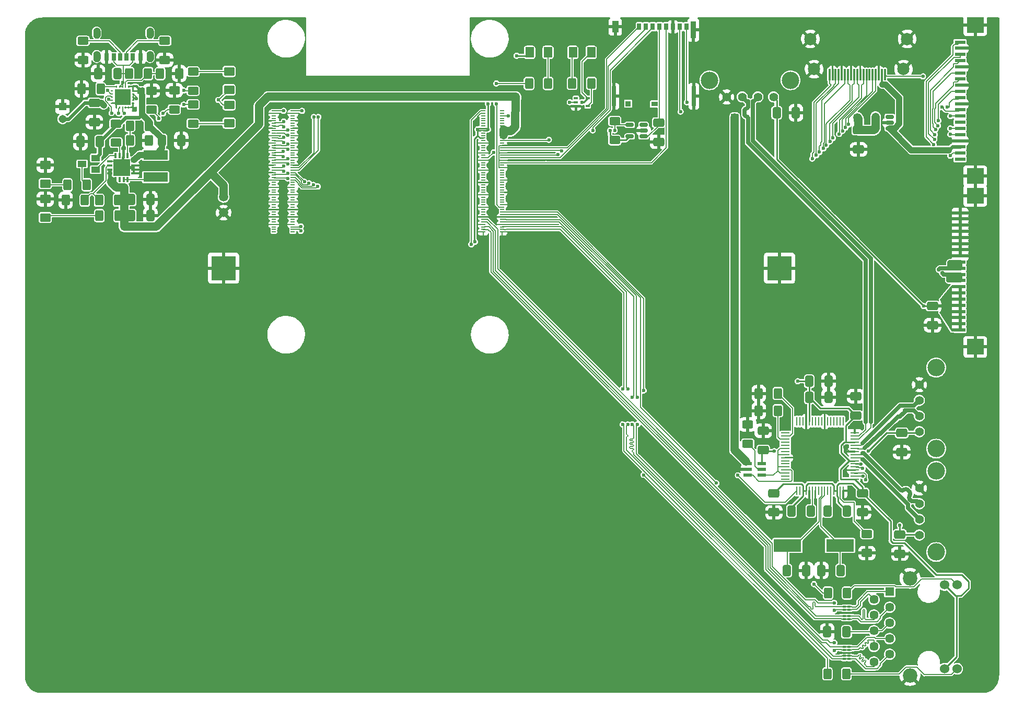
<source format=gbr>
%TF.GenerationSoftware,KiCad,Pcbnew,(5.99.0-10613-g4d227d2d2b)*%
%TF.CreationDate,2022-01-31T15:59:13-07:00*%
%TF.ProjectId,lathrum_thesis,6c617468-7275-46d5-9f74-68657369732e,v2*%
%TF.SameCoordinates,Original*%
%TF.FileFunction,Copper,L1,Top*%
%TF.FilePolarity,Positive*%
%FSLAX46Y46*%
G04 Gerber Fmt 4.6, Leading zero omitted, Abs format (unit mm)*
G04 Created by KiCad (PCBNEW (5.99.0-10613-g4d227d2d2b)) date 2022-01-31 15:59:13*
%MOMM*%
%LPD*%
G01*
G04 APERTURE LIST*
G04 Aperture macros list*
%AMRoundRect*
0 Rectangle with rounded corners*
0 $1 Rounding radius*
0 $2 $3 $4 $5 $6 $7 $8 $9 X,Y pos of 4 corners*
0 Add a 4 corners polygon primitive as box body*
4,1,4,$2,$3,$4,$5,$6,$7,$8,$9,$2,$3,0*
0 Add four circle primitives for the rounded corners*
1,1,$1+$1,$2,$3*
1,1,$1+$1,$4,$5*
1,1,$1+$1,$6,$7*
1,1,$1+$1,$8,$9*
0 Add four rect primitives between the rounded corners*
20,1,$1+$1,$2,$3,$4,$5,0*
20,1,$1+$1,$4,$5,$6,$7,0*
20,1,$1+$1,$6,$7,$8,$9,0*
20,1,$1+$1,$8,$9,$2,$3,0*%
G04 Aperture macros list end*
%TA.AperFunction,EtchedComponent*%
%ADD10C,0.010000*%
%TD*%
%TA.AperFunction,SMDPad,CuDef*%
%ADD11RoundRect,0.250000X-0.412500X-0.650000X0.412500X-0.650000X0.412500X0.650000X-0.412500X0.650000X0*%
%TD*%
%TA.AperFunction,SMDPad,CuDef*%
%ADD12RoundRect,0.250000X-0.400000X-0.625000X0.400000X-0.625000X0.400000X0.625000X-0.400000X0.625000X0*%
%TD*%
%TA.AperFunction,SMDPad,CuDef*%
%ADD13RoundRect,0.250001X0.624999X-0.462499X0.624999X0.462499X-0.624999X0.462499X-0.624999X-0.462499X0*%
%TD*%
%TA.AperFunction,SMDPad,CuDef*%
%ADD14RoundRect,0.250000X0.650000X-0.412500X0.650000X0.412500X-0.650000X0.412500X-0.650000X-0.412500X0*%
%TD*%
%TA.AperFunction,SMDPad,CuDef*%
%ADD15RoundRect,0.250001X-0.462499X-0.624999X0.462499X-0.624999X0.462499X0.624999X-0.462499X0.624999X0*%
%TD*%
%TA.AperFunction,SMDPad,CuDef*%
%ADD16RoundRect,0.250000X0.400000X0.625000X-0.400000X0.625000X-0.400000X-0.625000X0.400000X-0.625000X0*%
%TD*%
%TA.AperFunction,SMDPad,CuDef*%
%ADD17R,0.700000X1.200000*%
%TD*%
%TA.AperFunction,SMDPad,CuDef*%
%ADD18R,0.760000X1.200000*%
%TD*%
%TA.AperFunction,SMDPad,CuDef*%
%ADD19R,0.800000X1.200000*%
%TD*%
%TA.AperFunction,ComponentPad*%
%ADD20O,0.800000X1.600000*%
%TD*%
%TA.AperFunction,SMDPad,CuDef*%
%ADD21R,1.473200X0.279400*%
%TD*%
%TA.AperFunction,SMDPad,CuDef*%
%ADD22R,0.279400X1.473200*%
%TD*%
%TA.AperFunction,SMDPad,CuDef*%
%ADD23R,0.650000X0.400000*%
%TD*%
%TA.AperFunction,SMDPad,CuDef*%
%ADD24RoundRect,0.250000X0.625000X-0.400000X0.625000X0.400000X-0.625000X0.400000X-0.625000X-0.400000X0*%
%TD*%
%TA.AperFunction,ComponentPad*%
%ADD25R,1.446000X1.446000*%
%TD*%
%TA.AperFunction,ComponentPad*%
%ADD26C,1.446000*%
%TD*%
%TA.AperFunction,ComponentPad*%
%ADD27C,1.530000*%
%TD*%
%TA.AperFunction,ComponentPad*%
%ADD28C,2.355000*%
%TD*%
%TA.AperFunction,SMDPad,CuDef*%
%ADD29RoundRect,0.250000X-0.625000X0.400000X-0.625000X-0.400000X0.625000X-0.400000X0.625000X0.400000X0*%
%TD*%
%TA.AperFunction,SMDPad,CuDef*%
%ADD30R,4.500000X2.000000*%
%TD*%
%TA.AperFunction,SMDPad,CuDef*%
%ADD31R,1.700000X0.600000*%
%TD*%
%TA.AperFunction,SMDPad,CuDef*%
%ADD32R,2.800000X2.500000*%
%TD*%
%TA.AperFunction,ComponentPad*%
%ADD33C,1.422400*%
%TD*%
%TA.AperFunction,ComponentPad*%
%ADD34C,2.819400*%
%TD*%
%TA.AperFunction,SMDPad,CuDef*%
%ADD35R,1.400000X1.000000*%
%TD*%
%TA.AperFunction,SMDPad,CuDef*%
%ADD36R,0.700000X0.200000*%
%TD*%
%TA.AperFunction,SMDPad,CuDef*%
%ADD37RoundRect,0.250000X-0.650000X0.412500X-0.650000X-0.412500X0.650000X-0.412500X0.650000X0.412500X0*%
%TD*%
%TA.AperFunction,SMDPad,CuDef*%
%ADD38R,0.550000X0.300000*%
%TD*%
%TA.AperFunction,SMDPad,CuDef*%
%ADD39R,0.550000X0.400000*%
%TD*%
%TA.AperFunction,ComponentPad*%
%ADD40C,1.498600*%
%TD*%
%TA.AperFunction,SMDPad,CuDef*%
%ADD41RoundRect,0.250000X0.412500X0.650000X-0.412500X0.650000X-0.412500X-0.650000X0.412500X-0.650000X0*%
%TD*%
%TA.AperFunction,SMDPad,CuDef*%
%ADD42R,4.000000X4.000000*%
%TD*%
%TA.AperFunction,SMDPad,CuDef*%
%ADD43RoundRect,0.250001X-0.624999X0.462499X-0.624999X-0.462499X0.624999X-0.462499X0.624999X0.462499X0*%
%TD*%
%TA.AperFunction,SMDPad,CuDef*%
%ADD44R,0.340000X0.810000*%
%TD*%
%TA.AperFunction,SMDPad,CuDef*%
%ADD45R,0.810000X0.340000*%
%TD*%
%TA.AperFunction,SMDPad,CuDef*%
%ADD46R,2.700000X2.700000*%
%TD*%
%TA.AperFunction,ComponentPad*%
%ADD47R,1.308000X1.308000*%
%TD*%
%TA.AperFunction,ComponentPad*%
%ADD48C,1.308000*%
%TD*%
%TA.AperFunction,SMDPad,CuDef*%
%ADD49RoundRect,0.250001X0.462499X0.624999X-0.462499X0.624999X-0.462499X-0.624999X0.462499X-0.624999X0*%
%TD*%
%TA.AperFunction,SMDPad,CuDef*%
%ADD50RoundRect,0.150000X0.512500X0.150000X-0.512500X0.150000X-0.512500X-0.150000X0.512500X-0.150000X0*%
%TD*%
%TA.AperFunction,SMDPad,CuDef*%
%ADD51R,0.250000X0.400000*%
%TD*%
%TA.AperFunction,SMDPad,CuDef*%
%ADD52R,0.400000X0.250000*%
%TD*%
%TA.AperFunction,SMDPad,CuDef*%
%ADD53R,2.600000X2.600000*%
%TD*%
%TA.AperFunction,SMDPad,CuDef*%
%ADD54RoundRect,0.041300X-0.618700X-0.253700X0.618700X-0.253700X0.618700X0.253700X-0.618700X0.253700X0*%
%TD*%
%TA.AperFunction,SMDPad,CuDef*%
%ADD55R,0.300000X1.900000*%
%TD*%
%TA.AperFunction,ComponentPad*%
%ADD56C,1.995000*%
%TD*%
%TA.AperFunction,SMDPad,CuDef*%
%ADD57R,0.700000X1.100000*%
%TD*%
%TA.AperFunction,SMDPad,CuDef*%
%ADD58R,0.900000X0.930000*%
%TD*%
%TA.AperFunction,SMDPad,CuDef*%
%ADD59R,1.050000X0.780000*%
%TD*%
%TA.AperFunction,SMDPad,CuDef*%
%ADD60R,0.700000X3.330000*%
%TD*%
%TA.AperFunction,SMDPad,CuDef*%
%ADD61R,0.860000X2.800000*%
%TD*%
%TA.AperFunction,SMDPad,CuDef*%
%ADD62R,1.140000X1.830000*%
%TD*%
%TA.AperFunction,SMDPad,CuDef*%
%ADD63R,3.987800X1.498600*%
%TD*%
%TA.AperFunction,ViaPad*%
%ADD64C,0.600000*%
%TD*%
%TA.AperFunction,ViaPad*%
%ADD65C,0.900000*%
%TD*%
%TA.AperFunction,Conductor*%
%ADD66C,0.150000*%
%TD*%
%TA.AperFunction,Conductor*%
%ADD67C,0.127000*%
%TD*%
%TA.AperFunction,Conductor*%
%ADD68C,1.000000*%
%TD*%
%TA.AperFunction,Conductor*%
%ADD69C,0.600000*%
%TD*%
%TA.AperFunction,Conductor*%
%ADD70C,0.200000*%
%TD*%
%TA.AperFunction,Conductor*%
%ADD71C,1.345500*%
%TD*%
%TA.AperFunction,Conductor*%
%ADD72C,0.295656*%
%TD*%
%TA.AperFunction,Conductor*%
%ADD73C,0.152400*%
%TD*%
%TA.AperFunction,Conductor*%
%ADD74C,0.300000*%
%TD*%
%TA.AperFunction,Conductor*%
%ADD75C,0.400000*%
%TD*%
%TA.AperFunction,Conductor*%
%ADD76C,0.640000*%
%TD*%
G04 APERTURE END LIST*
D10*
%TO.C,J1*%
X39241000Y-23929000D02*
X39269785Y-23928246D01*
X39269785Y-23928246D02*
X39298491Y-23925987D01*
X39298491Y-23925987D02*
X39327039Y-23922229D01*
X39327039Y-23922229D02*
X39355351Y-23916981D01*
X39355351Y-23916981D02*
X39383350Y-23910259D01*
X39383350Y-23910259D02*
X39410959Y-23902081D01*
X39410959Y-23902081D02*
X39438102Y-23892469D01*
X39438102Y-23892469D02*
X39464705Y-23881450D01*
X39464705Y-23881450D02*
X39490695Y-23869054D01*
X39490695Y-23869054D02*
X39516000Y-23855314D01*
X39516000Y-23855314D02*
X39540551Y-23840269D01*
X39540551Y-23840269D02*
X39564282Y-23823959D01*
X39564282Y-23823959D02*
X39587126Y-23806430D01*
X39587126Y-23806430D02*
X39609022Y-23787730D01*
X39609022Y-23787730D02*
X39629909Y-23767909D01*
X39629909Y-23767909D02*
X39649730Y-23747022D01*
X39649730Y-23747022D02*
X39668430Y-23725126D01*
X39668430Y-23725126D02*
X39685959Y-23702282D01*
X39685959Y-23702282D02*
X39702269Y-23678551D01*
X39702269Y-23678551D02*
X39717314Y-23654000D01*
X39717314Y-23654000D02*
X39731054Y-23628695D01*
X39731054Y-23628695D02*
X39743450Y-23602705D01*
X39743450Y-23602705D02*
X39754469Y-23576102D01*
X39754469Y-23576102D02*
X39764081Y-23548959D01*
X39764081Y-23548959D02*
X39772259Y-23521350D01*
X39772259Y-23521350D02*
X39778981Y-23493351D01*
X39778981Y-23493351D02*
X39784229Y-23465039D01*
X39784229Y-23465039D02*
X39787987Y-23436491D01*
X39787987Y-23436491D02*
X39790246Y-23407785D01*
X39790246Y-23407785D02*
X39791000Y-23379000D01*
X39791000Y-23379000D02*
X39791000Y-22779000D01*
X39791000Y-22779000D02*
X39790246Y-22750215D01*
X39790246Y-22750215D02*
X39787987Y-22721509D01*
X39787987Y-22721509D02*
X39784229Y-22692961D01*
X39784229Y-22692961D02*
X39778981Y-22664649D01*
X39778981Y-22664649D02*
X39772259Y-22636650D01*
X39772259Y-22636650D02*
X39764081Y-22609041D01*
X39764081Y-22609041D02*
X39754469Y-22581898D01*
X39754469Y-22581898D02*
X39743450Y-22555295D01*
X39743450Y-22555295D02*
X39731054Y-22529305D01*
X39731054Y-22529305D02*
X39717314Y-22504000D01*
X39717314Y-22504000D02*
X39702269Y-22479449D01*
X39702269Y-22479449D02*
X39685959Y-22455718D01*
X39685959Y-22455718D02*
X39668430Y-22432874D01*
X39668430Y-22432874D02*
X39649730Y-22410978D01*
X39649730Y-22410978D02*
X39629909Y-22390091D01*
X39629909Y-22390091D02*
X39609022Y-22370270D01*
X39609022Y-22370270D02*
X39587126Y-22351570D01*
X39587126Y-22351570D02*
X39564282Y-22334041D01*
X39564282Y-22334041D02*
X39540551Y-22317731D01*
X39540551Y-22317731D02*
X39516000Y-22302686D01*
X39516000Y-22302686D02*
X39490695Y-22288946D01*
X39490695Y-22288946D02*
X39464705Y-22276550D01*
X39464705Y-22276550D02*
X39438102Y-22265531D01*
X39438102Y-22265531D02*
X39410959Y-22255919D01*
X39410959Y-22255919D02*
X39383350Y-22247741D01*
X39383350Y-22247741D02*
X39355351Y-22241019D01*
X39355351Y-22241019D02*
X39327039Y-22235771D01*
X39327039Y-22235771D02*
X39298491Y-22232013D01*
X39298491Y-22232013D02*
X39269785Y-22229754D01*
X39269785Y-22229754D02*
X39241000Y-22229000D01*
X39241000Y-22229000D02*
X39212215Y-22229754D01*
X39212215Y-22229754D02*
X39183509Y-22232013D01*
X39183509Y-22232013D02*
X39154961Y-22235771D01*
X39154961Y-22235771D02*
X39126649Y-22241019D01*
X39126649Y-22241019D02*
X39098650Y-22247741D01*
X39098650Y-22247741D02*
X39071041Y-22255919D01*
X39071041Y-22255919D02*
X39043898Y-22265531D01*
X39043898Y-22265531D02*
X39017295Y-22276550D01*
X39017295Y-22276550D02*
X38991305Y-22288946D01*
X38991305Y-22288946D02*
X38966000Y-22302686D01*
X38966000Y-22302686D02*
X38941449Y-22317731D01*
X38941449Y-22317731D02*
X38917718Y-22334041D01*
X38917718Y-22334041D02*
X38894874Y-22351570D01*
X38894874Y-22351570D02*
X38872978Y-22370270D01*
X38872978Y-22370270D02*
X38852091Y-22390091D01*
X38852091Y-22390091D02*
X38832270Y-22410978D01*
X38832270Y-22410978D02*
X38813570Y-22432874D01*
X38813570Y-22432874D02*
X38796041Y-22455718D01*
X38796041Y-22455718D02*
X38779731Y-22479449D01*
X38779731Y-22479449D02*
X38764686Y-22504000D01*
X38764686Y-22504000D02*
X38750946Y-22529305D01*
X38750946Y-22529305D02*
X38738550Y-22555295D01*
X38738550Y-22555295D02*
X38727531Y-22581898D01*
X38727531Y-22581898D02*
X38717919Y-22609041D01*
X38717919Y-22609041D02*
X38709741Y-22636650D01*
X38709741Y-22636650D02*
X38703019Y-22664649D01*
X38703019Y-22664649D02*
X38697771Y-22692961D01*
X38697771Y-22692961D02*
X38694013Y-22721509D01*
X38694013Y-22721509D02*
X38691754Y-22750215D01*
X38691754Y-22750215D02*
X38691000Y-22779000D01*
X38691000Y-22779000D02*
X38691000Y-23379000D01*
X38691000Y-23379000D02*
X38691754Y-23407785D01*
X38691754Y-23407785D02*
X38694013Y-23436491D01*
X38694013Y-23436491D02*
X38697771Y-23465039D01*
X38697771Y-23465039D02*
X38703019Y-23493351D01*
X38703019Y-23493351D02*
X38709741Y-23521350D01*
X38709741Y-23521350D02*
X38717919Y-23548959D01*
X38717919Y-23548959D02*
X38727531Y-23576102D01*
X38727531Y-23576102D02*
X38738550Y-23602705D01*
X38738550Y-23602705D02*
X38750946Y-23628695D01*
X38750946Y-23628695D02*
X38764686Y-23654000D01*
X38764686Y-23654000D02*
X38779731Y-23678551D01*
X38779731Y-23678551D02*
X38796041Y-23702282D01*
X38796041Y-23702282D02*
X38813570Y-23725126D01*
X38813570Y-23725126D02*
X38832270Y-23747022D01*
X38832270Y-23747022D02*
X38852091Y-23767909D01*
X38852091Y-23767909D02*
X38872978Y-23787730D01*
X38872978Y-23787730D02*
X38894874Y-23806430D01*
X38894874Y-23806430D02*
X38917718Y-23823959D01*
X38917718Y-23823959D02*
X38941449Y-23840269D01*
X38941449Y-23840269D02*
X38966000Y-23855314D01*
X38966000Y-23855314D02*
X38991305Y-23869054D01*
X38991305Y-23869054D02*
X39017295Y-23881450D01*
X39017295Y-23881450D02*
X39043898Y-23892469D01*
X39043898Y-23892469D02*
X39071041Y-23902081D01*
X39071041Y-23902081D02*
X39098650Y-23910259D01*
X39098650Y-23910259D02*
X39126649Y-23916981D01*
X39126649Y-23916981D02*
X39154961Y-23922229D01*
X39154961Y-23922229D02*
X39183509Y-23925987D01*
X39183509Y-23925987D02*
X39212215Y-23928246D01*
X39212215Y-23928246D02*
X39241000Y-23929000D01*
X39241000Y-23929000D02*
X39241000Y-23929000D01*
G36*
X39269785Y-22229754D02*
G01*
X39298491Y-22232013D01*
X39327039Y-22235771D01*
X39355351Y-22241019D01*
X39383350Y-22247741D01*
X39410959Y-22255919D01*
X39438102Y-22265531D01*
X39464705Y-22276550D01*
X39490695Y-22288946D01*
X39516000Y-22302686D01*
X39540551Y-22317731D01*
X39564282Y-22334041D01*
X39587126Y-22351570D01*
X39609022Y-22370270D01*
X39629909Y-22390091D01*
X39649730Y-22410978D01*
X39668430Y-22432874D01*
X39685959Y-22455718D01*
X39702269Y-22479449D01*
X39717314Y-22504000D01*
X39731054Y-22529305D01*
X39743450Y-22555295D01*
X39754469Y-22581898D01*
X39764081Y-22609041D01*
X39772259Y-22636650D01*
X39778981Y-22664649D01*
X39784229Y-22692961D01*
X39787987Y-22721509D01*
X39790246Y-22750215D01*
X39791000Y-22779000D01*
X39791000Y-23379000D01*
X39790246Y-23407785D01*
X39787987Y-23436491D01*
X39784229Y-23465039D01*
X39778981Y-23493351D01*
X39772259Y-23521350D01*
X39764081Y-23548959D01*
X39754469Y-23576102D01*
X39743450Y-23602705D01*
X39731054Y-23628695D01*
X39717314Y-23654000D01*
X39702269Y-23678551D01*
X39685959Y-23702282D01*
X39668430Y-23725126D01*
X39649730Y-23747022D01*
X39629909Y-23767909D01*
X39609022Y-23787730D01*
X39587126Y-23806430D01*
X39564282Y-23823959D01*
X39540551Y-23840269D01*
X39516000Y-23855314D01*
X39490695Y-23869054D01*
X39464705Y-23881450D01*
X39438102Y-23892469D01*
X39410959Y-23902081D01*
X39383350Y-23910259D01*
X39355351Y-23916981D01*
X39327039Y-23922229D01*
X39298491Y-23925987D01*
X39269785Y-23928246D01*
X39241000Y-23929000D01*
X39212215Y-23928246D01*
X39183509Y-23925987D01*
X39154961Y-23922229D01*
X39126649Y-23916981D01*
X39098650Y-23910259D01*
X39071041Y-23902081D01*
X39043898Y-23892469D01*
X39017295Y-23881450D01*
X38991305Y-23869054D01*
X38966000Y-23855314D01*
X38941449Y-23840269D01*
X38917718Y-23823959D01*
X38894874Y-23806430D01*
X38872978Y-23787730D01*
X38852091Y-23767909D01*
X38832270Y-23747022D01*
X38813570Y-23725126D01*
X38796041Y-23702282D01*
X38779731Y-23678551D01*
X38764686Y-23654000D01*
X38750946Y-23628695D01*
X38738550Y-23602705D01*
X38727531Y-23576102D01*
X38717919Y-23548959D01*
X38709741Y-23521350D01*
X38703019Y-23493351D01*
X38697771Y-23465039D01*
X38694013Y-23436491D01*
X38691754Y-23407785D01*
X38691000Y-23379000D01*
X38691000Y-22779000D01*
X38691754Y-22750215D01*
X38694013Y-22721509D01*
X38697771Y-22692961D01*
X38703019Y-22664649D01*
X38709741Y-22636650D01*
X38717919Y-22609041D01*
X38727531Y-22581898D01*
X38738550Y-22555295D01*
X38750946Y-22529305D01*
X38764686Y-22504000D01*
X38779731Y-22479449D01*
X38796041Y-22455718D01*
X38813570Y-22432874D01*
X38832270Y-22410978D01*
X38852091Y-22390091D01*
X38872978Y-22370270D01*
X38894874Y-22351570D01*
X38917718Y-22334041D01*
X38941449Y-22317731D01*
X38966000Y-22302686D01*
X38991305Y-22288946D01*
X39017295Y-22276550D01*
X39043898Y-22265531D01*
X39071041Y-22255919D01*
X39098650Y-22247741D01*
X39126649Y-22241019D01*
X39154961Y-22235771D01*
X39183509Y-22232013D01*
X39212215Y-22229754D01*
X39241000Y-22229000D01*
X39269785Y-22229754D01*
G37*
X39269785Y-22229754D02*
X39298491Y-22232013D01*
X39327039Y-22235771D01*
X39355351Y-22241019D01*
X39383350Y-22247741D01*
X39410959Y-22255919D01*
X39438102Y-22265531D01*
X39464705Y-22276550D01*
X39490695Y-22288946D01*
X39516000Y-22302686D01*
X39540551Y-22317731D01*
X39564282Y-22334041D01*
X39587126Y-22351570D01*
X39609022Y-22370270D01*
X39629909Y-22390091D01*
X39649730Y-22410978D01*
X39668430Y-22432874D01*
X39685959Y-22455718D01*
X39702269Y-22479449D01*
X39717314Y-22504000D01*
X39731054Y-22529305D01*
X39743450Y-22555295D01*
X39754469Y-22581898D01*
X39764081Y-22609041D01*
X39772259Y-22636650D01*
X39778981Y-22664649D01*
X39784229Y-22692961D01*
X39787987Y-22721509D01*
X39790246Y-22750215D01*
X39791000Y-22779000D01*
X39791000Y-23379000D01*
X39790246Y-23407785D01*
X39787987Y-23436491D01*
X39784229Y-23465039D01*
X39778981Y-23493351D01*
X39772259Y-23521350D01*
X39764081Y-23548959D01*
X39754469Y-23576102D01*
X39743450Y-23602705D01*
X39731054Y-23628695D01*
X39717314Y-23654000D01*
X39702269Y-23678551D01*
X39685959Y-23702282D01*
X39668430Y-23725126D01*
X39649730Y-23747022D01*
X39629909Y-23767909D01*
X39609022Y-23787730D01*
X39587126Y-23806430D01*
X39564282Y-23823959D01*
X39540551Y-23840269D01*
X39516000Y-23855314D01*
X39490695Y-23869054D01*
X39464705Y-23881450D01*
X39438102Y-23892469D01*
X39410959Y-23902081D01*
X39383350Y-23910259D01*
X39355351Y-23916981D01*
X39327039Y-23922229D01*
X39298491Y-23925987D01*
X39269785Y-23928246D01*
X39241000Y-23929000D01*
X39212215Y-23928246D01*
X39183509Y-23925987D01*
X39154961Y-23922229D01*
X39126649Y-23916981D01*
X39098650Y-23910259D01*
X39071041Y-23902081D01*
X39043898Y-23892469D01*
X39017295Y-23881450D01*
X38991305Y-23869054D01*
X38966000Y-23855314D01*
X38941449Y-23840269D01*
X38917718Y-23823959D01*
X38894874Y-23806430D01*
X38872978Y-23787730D01*
X38852091Y-23767909D01*
X38832270Y-23747022D01*
X38813570Y-23725126D01*
X38796041Y-23702282D01*
X38779731Y-23678551D01*
X38764686Y-23654000D01*
X38750946Y-23628695D01*
X38738550Y-23602705D01*
X38727531Y-23576102D01*
X38717919Y-23548959D01*
X38709741Y-23521350D01*
X38703019Y-23493351D01*
X38697771Y-23465039D01*
X38694013Y-23436491D01*
X38691754Y-23407785D01*
X38691000Y-23379000D01*
X38691000Y-22779000D01*
X38691754Y-22750215D01*
X38694013Y-22721509D01*
X38697771Y-22692961D01*
X38703019Y-22664649D01*
X38709741Y-22636650D01*
X38717919Y-22609041D01*
X38727531Y-22581898D01*
X38738550Y-22555295D01*
X38750946Y-22529305D01*
X38764686Y-22504000D01*
X38779731Y-22479449D01*
X38796041Y-22455718D01*
X38813570Y-22432874D01*
X38832270Y-22410978D01*
X38852091Y-22390091D01*
X38872978Y-22370270D01*
X38894874Y-22351570D01*
X38917718Y-22334041D01*
X38941449Y-22317731D01*
X38966000Y-22302686D01*
X38991305Y-22288946D01*
X39017295Y-22276550D01*
X39043898Y-22265531D01*
X39071041Y-22255919D01*
X39098650Y-22247741D01*
X39126649Y-22241019D01*
X39154961Y-22235771D01*
X39183509Y-22232013D01*
X39212215Y-22229754D01*
X39241000Y-22229000D01*
X39269785Y-22229754D01*
X39241000Y-27729000D02*
X39269785Y-27728246D01*
X39269785Y-27728246D02*
X39298491Y-27725987D01*
X39298491Y-27725987D02*
X39327039Y-27722229D01*
X39327039Y-27722229D02*
X39355351Y-27716981D01*
X39355351Y-27716981D02*
X39383350Y-27710259D01*
X39383350Y-27710259D02*
X39410959Y-27702081D01*
X39410959Y-27702081D02*
X39438102Y-27692469D01*
X39438102Y-27692469D02*
X39464705Y-27681450D01*
X39464705Y-27681450D02*
X39490695Y-27669054D01*
X39490695Y-27669054D02*
X39516000Y-27655314D01*
X39516000Y-27655314D02*
X39540551Y-27640269D01*
X39540551Y-27640269D02*
X39564282Y-27623959D01*
X39564282Y-27623959D02*
X39587126Y-27606430D01*
X39587126Y-27606430D02*
X39609022Y-27587730D01*
X39609022Y-27587730D02*
X39629909Y-27567909D01*
X39629909Y-27567909D02*
X39649730Y-27547022D01*
X39649730Y-27547022D02*
X39668430Y-27525126D01*
X39668430Y-27525126D02*
X39685959Y-27502282D01*
X39685959Y-27502282D02*
X39702269Y-27478551D01*
X39702269Y-27478551D02*
X39717314Y-27454000D01*
X39717314Y-27454000D02*
X39731054Y-27428695D01*
X39731054Y-27428695D02*
X39743450Y-27402705D01*
X39743450Y-27402705D02*
X39754469Y-27376102D01*
X39754469Y-27376102D02*
X39764081Y-27348959D01*
X39764081Y-27348959D02*
X39772259Y-27321350D01*
X39772259Y-27321350D02*
X39778981Y-27293351D01*
X39778981Y-27293351D02*
X39784229Y-27265039D01*
X39784229Y-27265039D02*
X39787987Y-27236491D01*
X39787987Y-27236491D02*
X39790246Y-27207785D01*
X39790246Y-27207785D02*
X39791000Y-27179000D01*
X39791000Y-27179000D02*
X39791000Y-26579000D01*
X39791000Y-26579000D02*
X39790246Y-26550215D01*
X39790246Y-26550215D02*
X39787987Y-26521509D01*
X39787987Y-26521509D02*
X39784229Y-26492961D01*
X39784229Y-26492961D02*
X39778981Y-26464649D01*
X39778981Y-26464649D02*
X39772259Y-26436650D01*
X39772259Y-26436650D02*
X39764081Y-26409041D01*
X39764081Y-26409041D02*
X39754469Y-26381898D01*
X39754469Y-26381898D02*
X39743450Y-26355295D01*
X39743450Y-26355295D02*
X39731054Y-26329305D01*
X39731054Y-26329305D02*
X39717314Y-26304000D01*
X39717314Y-26304000D02*
X39702269Y-26279449D01*
X39702269Y-26279449D02*
X39685959Y-26255718D01*
X39685959Y-26255718D02*
X39668430Y-26232874D01*
X39668430Y-26232874D02*
X39649730Y-26210978D01*
X39649730Y-26210978D02*
X39629909Y-26190091D01*
X39629909Y-26190091D02*
X39609022Y-26170270D01*
X39609022Y-26170270D02*
X39587126Y-26151570D01*
X39587126Y-26151570D02*
X39564282Y-26134041D01*
X39564282Y-26134041D02*
X39540551Y-26117731D01*
X39540551Y-26117731D02*
X39516000Y-26102686D01*
X39516000Y-26102686D02*
X39490695Y-26088946D01*
X39490695Y-26088946D02*
X39464705Y-26076550D01*
X39464705Y-26076550D02*
X39438102Y-26065531D01*
X39438102Y-26065531D02*
X39410959Y-26055919D01*
X39410959Y-26055919D02*
X39383350Y-26047741D01*
X39383350Y-26047741D02*
X39355351Y-26041019D01*
X39355351Y-26041019D02*
X39327039Y-26035771D01*
X39327039Y-26035771D02*
X39298491Y-26032013D01*
X39298491Y-26032013D02*
X39269785Y-26029754D01*
X39269785Y-26029754D02*
X39241000Y-26029000D01*
X39241000Y-26029000D02*
X39212215Y-26029754D01*
X39212215Y-26029754D02*
X39183509Y-26032013D01*
X39183509Y-26032013D02*
X39154961Y-26035771D01*
X39154961Y-26035771D02*
X39126649Y-26041019D01*
X39126649Y-26041019D02*
X39098650Y-26047741D01*
X39098650Y-26047741D02*
X39071041Y-26055919D01*
X39071041Y-26055919D02*
X39043898Y-26065531D01*
X39043898Y-26065531D02*
X39017295Y-26076550D01*
X39017295Y-26076550D02*
X38991305Y-26088946D01*
X38991305Y-26088946D02*
X38966000Y-26102686D01*
X38966000Y-26102686D02*
X38941449Y-26117731D01*
X38941449Y-26117731D02*
X38917718Y-26134041D01*
X38917718Y-26134041D02*
X38894874Y-26151570D01*
X38894874Y-26151570D02*
X38872978Y-26170270D01*
X38872978Y-26170270D02*
X38852091Y-26190091D01*
X38852091Y-26190091D02*
X38832270Y-26210978D01*
X38832270Y-26210978D02*
X38813570Y-26232874D01*
X38813570Y-26232874D02*
X38796041Y-26255718D01*
X38796041Y-26255718D02*
X38779731Y-26279449D01*
X38779731Y-26279449D02*
X38764686Y-26304000D01*
X38764686Y-26304000D02*
X38750946Y-26329305D01*
X38750946Y-26329305D02*
X38738550Y-26355295D01*
X38738550Y-26355295D02*
X38727531Y-26381898D01*
X38727531Y-26381898D02*
X38717919Y-26409041D01*
X38717919Y-26409041D02*
X38709741Y-26436650D01*
X38709741Y-26436650D02*
X38703019Y-26464649D01*
X38703019Y-26464649D02*
X38697771Y-26492961D01*
X38697771Y-26492961D02*
X38694013Y-26521509D01*
X38694013Y-26521509D02*
X38691754Y-26550215D01*
X38691754Y-26550215D02*
X38691000Y-26579000D01*
X38691000Y-26579000D02*
X38691000Y-27179000D01*
X38691000Y-27179000D02*
X38691754Y-27207785D01*
X38691754Y-27207785D02*
X38694013Y-27236491D01*
X38694013Y-27236491D02*
X38697771Y-27265039D01*
X38697771Y-27265039D02*
X38703019Y-27293351D01*
X38703019Y-27293351D02*
X38709741Y-27321350D01*
X38709741Y-27321350D02*
X38717919Y-27348959D01*
X38717919Y-27348959D02*
X38727531Y-27376102D01*
X38727531Y-27376102D02*
X38738550Y-27402705D01*
X38738550Y-27402705D02*
X38750946Y-27428695D01*
X38750946Y-27428695D02*
X38764686Y-27454000D01*
X38764686Y-27454000D02*
X38779731Y-27478551D01*
X38779731Y-27478551D02*
X38796041Y-27502282D01*
X38796041Y-27502282D02*
X38813570Y-27525126D01*
X38813570Y-27525126D02*
X38832270Y-27547022D01*
X38832270Y-27547022D02*
X38852091Y-27567909D01*
X38852091Y-27567909D02*
X38872978Y-27587730D01*
X38872978Y-27587730D02*
X38894874Y-27606430D01*
X38894874Y-27606430D02*
X38917718Y-27623959D01*
X38917718Y-27623959D02*
X38941449Y-27640269D01*
X38941449Y-27640269D02*
X38966000Y-27655314D01*
X38966000Y-27655314D02*
X38991305Y-27669054D01*
X38991305Y-27669054D02*
X39017295Y-27681450D01*
X39017295Y-27681450D02*
X39043898Y-27692469D01*
X39043898Y-27692469D02*
X39071041Y-27702081D01*
X39071041Y-27702081D02*
X39098650Y-27710259D01*
X39098650Y-27710259D02*
X39126649Y-27716981D01*
X39126649Y-27716981D02*
X39154961Y-27722229D01*
X39154961Y-27722229D02*
X39183509Y-27725987D01*
X39183509Y-27725987D02*
X39212215Y-27728246D01*
X39212215Y-27728246D02*
X39241000Y-27729000D01*
X39241000Y-27729000D02*
X39241000Y-27729000D01*
G36*
X39269785Y-26029754D02*
G01*
X39298491Y-26032013D01*
X39327039Y-26035771D01*
X39355351Y-26041019D01*
X39383350Y-26047741D01*
X39410959Y-26055919D01*
X39438102Y-26065531D01*
X39464705Y-26076550D01*
X39490695Y-26088946D01*
X39516000Y-26102686D01*
X39540551Y-26117731D01*
X39564282Y-26134041D01*
X39587126Y-26151570D01*
X39609022Y-26170270D01*
X39629909Y-26190091D01*
X39649730Y-26210978D01*
X39668430Y-26232874D01*
X39685959Y-26255718D01*
X39702269Y-26279449D01*
X39717314Y-26304000D01*
X39731054Y-26329305D01*
X39743450Y-26355295D01*
X39754469Y-26381898D01*
X39764081Y-26409041D01*
X39772259Y-26436650D01*
X39778981Y-26464649D01*
X39784229Y-26492961D01*
X39787987Y-26521509D01*
X39790246Y-26550215D01*
X39791000Y-26579000D01*
X39791000Y-27179000D01*
X39790246Y-27207785D01*
X39787987Y-27236491D01*
X39784229Y-27265039D01*
X39778981Y-27293351D01*
X39772259Y-27321350D01*
X39764081Y-27348959D01*
X39754469Y-27376102D01*
X39743450Y-27402705D01*
X39731054Y-27428695D01*
X39717314Y-27454000D01*
X39702269Y-27478551D01*
X39685959Y-27502282D01*
X39668430Y-27525126D01*
X39649730Y-27547022D01*
X39629909Y-27567909D01*
X39609022Y-27587730D01*
X39587126Y-27606430D01*
X39564282Y-27623959D01*
X39540551Y-27640269D01*
X39516000Y-27655314D01*
X39490695Y-27669054D01*
X39464705Y-27681450D01*
X39438102Y-27692469D01*
X39410959Y-27702081D01*
X39383350Y-27710259D01*
X39355351Y-27716981D01*
X39327039Y-27722229D01*
X39298491Y-27725987D01*
X39269785Y-27728246D01*
X39241000Y-27729000D01*
X39212215Y-27728246D01*
X39183509Y-27725987D01*
X39154961Y-27722229D01*
X39126649Y-27716981D01*
X39098650Y-27710259D01*
X39071041Y-27702081D01*
X39043898Y-27692469D01*
X39017295Y-27681450D01*
X38991305Y-27669054D01*
X38966000Y-27655314D01*
X38941449Y-27640269D01*
X38917718Y-27623959D01*
X38894874Y-27606430D01*
X38872978Y-27587730D01*
X38852091Y-27567909D01*
X38832270Y-27547022D01*
X38813570Y-27525126D01*
X38796041Y-27502282D01*
X38779731Y-27478551D01*
X38764686Y-27454000D01*
X38750946Y-27428695D01*
X38738550Y-27402705D01*
X38727531Y-27376102D01*
X38717919Y-27348959D01*
X38709741Y-27321350D01*
X38703019Y-27293351D01*
X38697771Y-27265039D01*
X38694013Y-27236491D01*
X38691754Y-27207785D01*
X38691000Y-27179000D01*
X38691000Y-26579000D01*
X38691754Y-26550215D01*
X38694013Y-26521509D01*
X38697771Y-26492961D01*
X38703019Y-26464649D01*
X38709741Y-26436650D01*
X38717919Y-26409041D01*
X38727531Y-26381898D01*
X38738550Y-26355295D01*
X38750946Y-26329305D01*
X38764686Y-26304000D01*
X38779731Y-26279449D01*
X38796041Y-26255718D01*
X38813570Y-26232874D01*
X38832270Y-26210978D01*
X38852091Y-26190091D01*
X38872978Y-26170270D01*
X38894874Y-26151570D01*
X38917718Y-26134041D01*
X38941449Y-26117731D01*
X38966000Y-26102686D01*
X38991305Y-26088946D01*
X39017295Y-26076550D01*
X39043898Y-26065531D01*
X39071041Y-26055919D01*
X39098650Y-26047741D01*
X39126649Y-26041019D01*
X39154961Y-26035771D01*
X39183509Y-26032013D01*
X39212215Y-26029754D01*
X39241000Y-26029000D01*
X39269785Y-26029754D01*
G37*
X39269785Y-26029754D02*
X39298491Y-26032013D01*
X39327039Y-26035771D01*
X39355351Y-26041019D01*
X39383350Y-26047741D01*
X39410959Y-26055919D01*
X39438102Y-26065531D01*
X39464705Y-26076550D01*
X39490695Y-26088946D01*
X39516000Y-26102686D01*
X39540551Y-26117731D01*
X39564282Y-26134041D01*
X39587126Y-26151570D01*
X39609022Y-26170270D01*
X39629909Y-26190091D01*
X39649730Y-26210978D01*
X39668430Y-26232874D01*
X39685959Y-26255718D01*
X39702269Y-26279449D01*
X39717314Y-26304000D01*
X39731054Y-26329305D01*
X39743450Y-26355295D01*
X39754469Y-26381898D01*
X39764081Y-26409041D01*
X39772259Y-26436650D01*
X39778981Y-26464649D01*
X39784229Y-26492961D01*
X39787987Y-26521509D01*
X39790246Y-26550215D01*
X39791000Y-26579000D01*
X39791000Y-27179000D01*
X39790246Y-27207785D01*
X39787987Y-27236491D01*
X39784229Y-27265039D01*
X39778981Y-27293351D01*
X39772259Y-27321350D01*
X39764081Y-27348959D01*
X39754469Y-27376102D01*
X39743450Y-27402705D01*
X39731054Y-27428695D01*
X39717314Y-27454000D01*
X39702269Y-27478551D01*
X39685959Y-27502282D01*
X39668430Y-27525126D01*
X39649730Y-27547022D01*
X39629909Y-27567909D01*
X39609022Y-27587730D01*
X39587126Y-27606430D01*
X39564282Y-27623959D01*
X39540551Y-27640269D01*
X39516000Y-27655314D01*
X39490695Y-27669054D01*
X39464705Y-27681450D01*
X39438102Y-27692469D01*
X39410959Y-27702081D01*
X39383350Y-27710259D01*
X39355351Y-27716981D01*
X39327039Y-27722229D01*
X39298491Y-27725987D01*
X39269785Y-27728246D01*
X39241000Y-27729000D01*
X39212215Y-27728246D01*
X39183509Y-27725987D01*
X39154961Y-27722229D01*
X39126649Y-27716981D01*
X39098650Y-27710259D01*
X39071041Y-27702081D01*
X39043898Y-27692469D01*
X39017295Y-27681450D01*
X38991305Y-27669054D01*
X38966000Y-27655314D01*
X38941449Y-27640269D01*
X38917718Y-27623959D01*
X38894874Y-27606430D01*
X38872978Y-27587730D01*
X38852091Y-27567909D01*
X38832270Y-27547022D01*
X38813570Y-27525126D01*
X38796041Y-27502282D01*
X38779731Y-27478551D01*
X38764686Y-27454000D01*
X38750946Y-27428695D01*
X38738550Y-27402705D01*
X38727531Y-27376102D01*
X38717919Y-27348959D01*
X38709741Y-27321350D01*
X38703019Y-27293351D01*
X38697771Y-27265039D01*
X38694013Y-27236491D01*
X38691754Y-27207785D01*
X38691000Y-27179000D01*
X38691000Y-26579000D01*
X38691754Y-26550215D01*
X38694013Y-26521509D01*
X38697771Y-26492961D01*
X38703019Y-26464649D01*
X38709741Y-26436650D01*
X38717919Y-26409041D01*
X38727531Y-26381898D01*
X38738550Y-26355295D01*
X38750946Y-26329305D01*
X38764686Y-26304000D01*
X38779731Y-26279449D01*
X38796041Y-26255718D01*
X38813570Y-26232874D01*
X38832270Y-26210978D01*
X38852091Y-26190091D01*
X38872978Y-26170270D01*
X38894874Y-26151570D01*
X38917718Y-26134041D01*
X38941449Y-26117731D01*
X38966000Y-26102686D01*
X38991305Y-26088946D01*
X39017295Y-26076550D01*
X39043898Y-26065531D01*
X39071041Y-26055919D01*
X39098650Y-26047741D01*
X39126649Y-26041019D01*
X39154961Y-26035771D01*
X39183509Y-26032013D01*
X39212215Y-26029754D01*
X39241000Y-26029000D01*
X39269785Y-26029754D01*
X47881000Y-27729000D02*
X47909785Y-27728246D01*
X47909785Y-27728246D02*
X47938491Y-27725987D01*
X47938491Y-27725987D02*
X47967039Y-27722229D01*
X47967039Y-27722229D02*
X47995351Y-27716981D01*
X47995351Y-27716981D02*
X48023350Y-27710259D01*
X48023350Y-27710259D02*
X48050959Y-27702081D01*
X48050959Y-27702081D02*
X48078102Y-27692469D01*
X48078102Y-27692469D02*
X48104705Y-27681450D01*
X48104705Y-27681450D02*
X48130695Y-27669054D01*
X48130695Y-27669054D02*
X48156000Y-27655314D01*
X48156000Y-27655314D02*
X48180551Y-27640269D01*
X48180551Y-27640269D02*
X48204282Y-27623959D01*
X48204282Y-27623959D02*
X48227126Y-27606430D01*
X48227126Y-27606430D02*
X48249022Y-27587730D01*
X48249022Y-27587730D02*
X48269909Y-27567909D01*
X48269909Y-27567909D02*
X48289730Y-27547022D01*
X48289730Y-27547022D02*
X48308430Y-27525126D01*
X48308430Y-27525126D02*
X48325959Y-27502282D01*
X48325959Y-27502282D02*
X48342269Y-27478551D01*
X48342269Y-27478551D02*
X48357314Y-27454000D01*
X48357314Y-27454000D02*
X48371054Y-27428695D01*
X48371054Y-27428695D02*
X48383450Y-27402705D01*
X48383450Y-27402705D02*
X48394469Y-27376102D01*
X48394469Y-27376102D02*
X48404081Y-27348959D01*
X48404081Y-27348959D02*
X48412259Y-27321350D01*
X48412259Y-27321350D02*
X48418981Y-27293351D01*
X48418981Y-27293351D02*
X48424229Y-27265039D01*
X48424229Y-27265039D02*
X48427987Y-27236491D01*
X48427987Y-27236491D02*
X48430246Y-27207785D01*
X48430246Y-27207785D02*
X48431000Y-27179000D01*
X48431000Y-27179000D02*
X48431000Y-26579000D01*
X48431000Y-26579000D02*
X48430246Y-26550215D01*
X48430246Y-26550215D02*
X48427987Y-26521509D01*
X48427987Y-26521509D02*
X48424229Y-26492961D01*
X48424229Y-26492961D02*
X48418981Y-26464649D01*
X48418981Y-26464649D02*
X48412259Y-26436650D01*
X48412259Y-26436650D02*
X48404081Y-26409041D01*
X48404081Y-26409041D02*
X48394469Y-26381898D01*
X48394469Y-26381898D02*
X48383450Y-26355295D01*
X48383450Y-26355295D02*
X48371054Y-26329305D01*
X48371054Y-26329305D02*
X48357314Y-26304000D01*
X48357314Y-26304000D02*
X48342269Y-26279449D01*
X48342269Y-26279449D02*
X48325959Y-26255718D01*
X48325959Y-26255718D02*
X48308430Y-26232874D01*
X48308430Y-26232874D02*
X48289730Y-26210978D01*
X48289730Y-26210978D02*
X48269909Y-26190091D01*
X48269909Y-26190091D02*
X48249022Y-26170270D01*
X48249022Y-26170270D02*
X48227126Y-26151570D01*
X48227126Y-26151570D02*
X48204282Y-26134041D01*
X48204282Y-26134041D02*
X48180551Y-26117731D01*
X48180551Y-26117731D02*
X48156000Y-26102686D01*
X48156000Y-26102686D02*
X48130695Y-26088946D01*
X48130695Y-26088946D02*
X48104705Y-26076550D01*
X48104705Y-26076550D02*
X48078102Y-26065531D01*
X48078102Y-26065531D02*
X48050959Y-26055919D01*
X48050959Y-26055919D02*
X48023350Y-26047741D01*
X48023350Y-26047741D02*
X47995351Y-26041019D01*
X47995351Y-26041019D02*
X47967039Y-26035771D01*
X47967039Y-26035771D02*
X47938491Y-26032013D01*
X47938491Y-26032013D02*
X47909785Y-26029754D01*
X47909785Y-26029754D02*
X47881000Y-26029000D01*
X47881000Y-26029000D02*
X47852215Y-26029754D01*
X47852215Y-26029754D02*
X47823509Y-26032013D01*
X47823509Y-26032013D02*
X47794961Y-26035771D01*
X47794961Y-26035771D02*
X47766649Y-26041019D01*
X47766649Y-26041019D02*
X47738650Y-26047741D01*
X47738650Y-26047741D02*
X47711041Y-26055919D01*
X47711041Y-26055919D02*
X47683898Y-26065531D01*
X47683898Y-26065531D02*
X47657295Y-26076550D01*
X47657295Y-26076550D02*
X47631305Y-26088946D01*
X47631305Y-26088946D02*
X47606000Y-26102686D01*
X47606000Y-26102686D02*
X47581449Y-26117731D01*
X47581449Y-26117731D02*
X47557718Y-26134041D01*
X47557718Y-26134041D02*
X47534874Y-26151570D01*
X47534874Y-26151570D02*
X47512978Y-26170270D01*
X47512978Y-26170270D02*
X47492091Y-26190091D01*
X47492091Y-26190091D02*
X47472270Y-26210978D01*
X47472270Y-26210978D02*
X47453570Y-26232874D01*
X47453570Y-26232874D02*
X47436041Y-26255718D01*
X47436041Y-26255718D02*
X47419731Y-26279449D01*
X47419731Y-26279449D02*
X47404686Y-26304000D01*
X47404686Y-26304000D02*
X47390946Y-26329305D01*
X47390946Y-26329305D02*
X47378550Y-26355295D01*
X47378550Y-26355295D02*
X47367531Y-26381898D01*
X47367531Y-26381898D02*
X47357919Y-26409041D01*
X47357919Y-26409041D02*
X47349741Y-26436650D01*
X47349741Y-26436650D02*
X47343019Y-26464649D01*
X47343019Y-26464649D02*
X47337771Y-26492961D01*
X47337771Y-26492961D02*
X47334013Y-26521509D01*
X47334013Y-26521509D02*
X47331754Y-26550215D01*
X47331754Y-26550215D02*
X47331000Y-26579000D01*
X47331000Y-26579000D02*
X47331000Y-27179000D01*
X47331000Y-27179000D02*
X47331754Y-27207785D01*
X47331754Y-27207785D02*
X47334013Y-27236491D01*
X47334013Y-27236491D02*
X47337771Y-27265039D01*
X47337771Y-27265039D02*
X47343019Y-27293351D01*
X47343019Y-27293351D02*
X47349741Y-27321350D01*
X47349741Y-27321350D02*
X47357919Y-27348959D01*
X47357919Y-27348959D02*
X47367531Y-27376102D01*
X47367531Y-27376102D02*
X47378550Y-27402705D01*
X47378550Y-27402705D02*
X47390946Y-27428695D01*
X47390946Y-27428695D02*
X47404686Y-27454000D01*
X47404686Y-27454000D02*
X47419731Y-27478551D01*
X47419731Y-27478551D02*
X47436041Y-27502282D01*
X47436041Y-27502282D02*
X47453570Y-27525126D01*
X47453570Y-27525126D02*
X47472270Y-27547022D01*
X47472270Y-27547022D02*
X47492091Y-27567909D01*
X47492091Y-27567909D02*
X47512978Y-27587730D01*
X47512978Y-27587730D02*
X47534874Y-27606430D01*
X47534874Y-27606430D02*
X47557718Y-27623959D01*
X47557718Y-27623959D02*
X47581449Y-27640269D01*
X47581449Y-27640269D02*
X47606000Y-27655314D01*
X47606000Y-27655314D02*
X47631305Y-27669054D01*
X47631305Y-27669054D02*
X47657295Y-27681450D01*
X47657295Y-27681450D02*
X47683898Y-27692469D01*
X47683898Y-27692469D02*
X47711041Y-27702081D01*
X47711041Y-27702081D02*
X47738650Y-27710259D01*
X47738650Y-27710259D02*
X47766649Y-27716981D01*
X47766649Y-27716981D02*
X47794961Y-27722229D01*
X47794961Y-27722229D02*
X47823509Y-27725987D01*
X47823509Y-27725987D02*
X47852215Y-27728246D01*
X47852215Y-27728246D02*
X47881000Y-27729000D01*
X47881000Y-27729000D02*
X47881000Y-27729000D01*
G36*
X47909785Y-26029754D02*
G01*
X47938491Y-26032013D01*
X47967039Y-26035771D01*
X47995351Y-26041019D01*
X48023350Y-26047741D01*
X48050959Y-26055919D01*
X48078102Y-26065531D01*
X48104705Y-26076550D01*
X48130695Y-26088946D01*
X48156000Y-26102686D01*
X48180551Y-26117731D01*
X48204282Y-26134041D01*
X48227126Y-26151570D01*
X48249022Y-26170270D01*
X48269909Y-26190091D01*
X48289730Y-26210978D01*
X48308430Y-26232874D01*
X48325959Y-26255718D01*
X48342269Y-26279449D01*
X48357314Y-26304000D01*
X48371054Y-26329305D01*
X48383450Y-26355295D01*
X48394469Y-26381898D01*
X48404081Y-26409041D01*
X48412259Y-26436650D01*
X48418981Y-26464649D01*
X48424229Y-26492961D01*
X48427987Y-26521509D01*
X48430246Y-26550215D01*
X48431000Y-26579000D01*
X48431000Y-27179000D01*
X48430246Y-27207785D01*
X48427987Y-27236491D01*
X48424229Y-27265039D01*
X48418981Y-27293351D01*
X48412259Y-27321350D01*
X48404081Y-27348959D01*
X48394469Y-27376102D01*
X48383450Y-27402705D01*
X48371054Y-27428695D01*
X48357314Y-27454000D01*
X48342269Y-27478551D01*
X48325959Y-27502282D01*
X48308430Y-27525126D01*
X48289730Y-27547022D01*
X48269909Y-27567909D01*
X48249022Y-27587730D01*
X48227126Y-27606430D01*
X48204282Y-27623959D01*
X48180551Y-27640269D01*
X48156000Y-27655314D01*
X48130695Y-27669054D01*
X48104705Y-27681450D01*
X48078102Y-27692469D01*
X48050959Y-27702081D01*
X48023350Y-27710259D01*
X47995351Y-27716981D01*
X47967039Y-27722229D01*
X47938491Y-27725987D01*
X47909785Y-27728246D01*
X47881000Y-27729000D01*
X47852215Y-27728246D01*
X47823509Y-27725987D01*
X47794961Y-27722229D01*
X47766649Y-27716981D01*
X47738650Y-27710259D01*
X47711041Y-27702081D01*
X47683898Y-27692469D01*
X47657295Y-27681450D01*
X47631305Y-27669054D01*
X47606000Y-27655314D01*
X47581449Y-27640269D01*
X47557718Y-27623959D01*
X47534874Y-27606430D01*
X47512978Y-27587730D01*
X47492091Y-27567909D01*
X47472270Y-27547022D01*
X47453570Y-27525126D01*
X47436041Y-27502282D01*
X47419731Y-27478551D01*
X47404686Y-27454000D01*
X47390946Y-27428695D01*
X47378550Y-27402705D01*
X47367531Y-27376102D01*
X47357919Y-27348959D01*
X47349741Y-27321350D01*
X47343019Y-27293351D01*
X47337771Y-27265039D01*
X47334013Y-27236491D01*
X47331754Y-27207785D01*
X47331000Y-27179000D01*
X47331000Y-26579000D01*
X47331754Y-26550215D01*
X47334013Y-26521509D01*
X47337771Y-26492961D01*
X47343019Y-26464649D01*
X47349741Y-26436650D01*
X47357919Y-26409041D01*
X47367531Y-26381898D01*
X47378550Y-26355295D01*
X47390946Y-26329305D01*
X47404686Y-26304000D01*
X47419731Y-26279449D01*
X47436041Y-26255718D01*
X47453570Y-26232874D01*
X47472270Y-26210978D01*
X47492091Y-26190091D01*
X47512978Y-26170270D01*
X47534874Y-26151570D01*
X47557718Y-26134041D01*
X47581449Y-26117731D01*
X47606000Y-26102686D01*
X47631305Y-26088946D01*
X47657295Y-26076550D01*
X47683898Y-26065531D01*
X47711041Y-26055919D01*
X47738650Y-26047741D01*
X47766649Y-26041019D01*
X47794961Y-26035771D01*
X47823509Y-26032013D01*
X47852215Y-26029754D01*
X47881000Y-26029000D01*
X47909785Y-26029754D01*
G37*
X47909785Y-26029754D02*
X47938491Y-26032013D01*
X47967039Y-26035771D01*
X47995351Y-26041019D01*
X48023350Y-26047741D01*
X48050959Y-26055919D01*
X48078102Y-26065531D01*
X48104705Y-26076550D01*
X48130695Y-26088946D01*
X48156000Y-26102686D01*
X48180551Y-26117731D01*
X48204282Y-26134041D01*
X48227126Y-26151570D01*
X48249022Y-26170270D01*
X48269909Y-26190091D01*
X48289730Y-26210978D01*
X48308430Y-26232874D01*
X48325959Y-26255718D01*
X48342269Y-26279449D01*
X48357314Y-26304000D01*
X48371054Y-26329305D01*
X48383450Y-26355295D01*
X48394469Y-26381898D01*
X48404081Y-26409041D01*
X48412259Y-26436650D01*
X48418981Y-26464649D01*
X48424229Y-26492961D01*
X48427987Y-26521509D01*
X48430246Y-26550215D01*
X48431000Y-26579000D01*
X48431000Y-27179000D01*
X48430246Y-27207785D01*
X48427987Y-27236491D01*
X48424229Y-27265039D01*
X48418981Y-27293351D01*
X48412259Y-27321350D01*
X48404081Y-27348959D01*
X48394469Y-27376102D01*
X48383450Y-27402705D01*
X48371054Y-27428695D01*
X48357314Y-27454000D01*
X48342269Y-27478551D01*
X48325959Y-27502282D01*
X48308430Y-27525126D01*
X48289730Y-27547022D01*
X48269909Y-27567909D01*
X48249022Y-27587730D01*
X48227126Y-27606430D01*
X48204282Y-27623959D01*
X48180551Y-27640269D01*
X48156000Y-27655314D01*
X48130695Y-27669054D01*
X48104705Y-27681450D01*
X48078102Y-27692469D01*
X48050959Y-27702081D01*
X48023350Y-27710259D01*
X47995351Y-27716981D01*
X47967039Y-27722229D01*
X47938491Y-27725987D01*
X47909785Y-27728246D01*
X47881000Y-27729000D01*
X47852215Y-27728246D01*
X47823509Y-27725987D01*
X47794961Y-27722229D01*
X47766649Y-27716981D01*
X47738650Y-27710259D01*
X47711041Y-27702081D01*
X47683898Y-27692469D01*
X47657295Y-27681450D01*
X47631305Y-27669054D01*
X47606000Y-27655314D01*
X47581449Y-27640269D01*
X47557718Y-27623959D01*
X47534874Y-27606430D01*
X47512978Y-27587730D01*
X47492091Y-27567909D01*
X47472270Y-27547022D01*
X47453570Y-27525126D01*
X47436041Y-27502282D01*
X47419731Y-27478551D01*
X47404686Y-27454000D01*
X47390946Y-27428695D01*
X47378550Y-27402705D01*
X47367531Y-27376102D01*
X47357919Y-27348959D01*
X47349741Y-27321350D01*
X47343019Y-27293351D01*
X47337771Y-27265039D01*
X47334013Y-27236491D01*
X47331754Y-27207785D01*
X47331000Y-27179000D01*
X47331000Y-26579000D01*
X47331754Y-26550215D01*
X47334013Y-26521509D01*
X47337771Y-26492961D01*
X47343019Y-26464649D01*
X47349741Y-26436650D01*
X47357919Y-26409041D01*
X47367531Y-26381898D01*
X47378550Y-26355295D01*
X47390946Y-26329305D01*
X47404686Y-26304000D01*
X47419731Y-26279449D01*
X47436041Y-26255718D01*
X47453570Y-26232874D01*
X47472270Y-26210978D01*
X47492091Y-26190091D01*
X47512978Y-26170270D01*
X47534874Y-26151570D01*
X47557718Y-26134041D01*
X47581449Y-26117731D01*
X47606000Y-26102686D01*
X47631305Y-26088946D01*
X47657295Y-26076550D01*
X47683898Y-26065531D01*
X47711041Y-26055919D01*
X47738650Y-26047741D01*
X47766649Y-26041019D01*
X47794961Y-26035771D01*
X47823509Y-26032013D01*
X47852215Y-26029754D01*
X47881000Y-26029000D01*
X47909785Y-26029754D01*
X47881000Y-23929000D02*
X47909785Y-23928246D01*
X47909785Y-23928246D02*
X47938491Y-23925987D01*
X47938491Y-23925987D02*
X47967039Y-23922229D01*
X47967039Y-23922229D02*
X47995351Y-23916981D01*
X47995351Y-23916981D02*
X48023350Y-23910259D01*
X48023350Y-23910259D02*
X48050959Y-23902081D01*
X48050959Y-23902081D02*
X48078102Y-23892469D01*
X48078102Y-23892469D02*
X48104705Y-23881450D01*
X48104705Y-23881450D02*
X48130695Y-23869054D01*
X48130695Y-23869054D02*
X48156000Y-23855314D01*
X48156000Y-23855314D02*
X48180551Y-23840269D01*
X48180551Y-23840269D02*
X48204282Y-23823959D01*
X48204282Y-23823959D02*
X48227126Y-23806430D01*
X48227126Y-23806430D02*
X48249022Y-23787730D01*
X48249022Y-23787730D02*
X48269909Y-23767909D01*
X48269909Y-23767909D02*
X48289730Y-23747022D01*
X48289730Y-23747022D02*
X48308430Y-23725126D01*
X48308430Y-23725126D02*
X48325959Y-23702282D01*
X48325959Y-23702282D02*
X48342269Y-23678551D01*
X48342269Y-23678551D02*
X48357314Y-23654000D01*
X48357314Y-23654000D02*
X48371054Y-23628695D01*
X48371054Y-23628695D02*
X48383450Y-23602705D01*
X48383450Y-23602705D02*
X48394469Y-23576102D01*
X48394469Y-23576102D02*
X48404081Y-23548959D01*
X48404081Y-23548959D02*
X48412259Y-23521350D01*
X48412259Y-23521350D02*
X48418981Y-23493351D01*
X48418981Y-23493351D02*
X48424229Y-23465039D01*
X48424229Y-23465039D02*
X48427987Y-23436491D01*
X48427987Y-23436491D02*
X48430246Y-23407785D01*
X48430246Y-23407785D02*
X48431000Y-23379000D01*
X48431000Y-23379000D02*
X48431000Y-22779000D01*
X48431000Y-22779000D02*
X48430246Y-22750215D01*
X48430246Y-22750215D02*
X48427987Y-22721509D01*
X48427987Y-22721509D02*
X48424229Y-22692961D01*
X48424229Y-22692961D02*
X48418981Y-22664649D01*
X48418981Y-22664649D02*
X48412259Y-22636650D01*
X48412259Y-22636650D02*
X48404081Y-22609041D01*
X48404081Y-22609041D02*
X48394469Y-22581898D01*
X48394469Y-22581898D02*
X48383450Y-22555295D01*
X48383450Y-22555295D02*
X48371054Y-22529305D01*
X48371054Y-22529305D02*
X48357314Y-22504000D01*
X48357314Y-22504000D02*
X48342269Y-22479449D01*
X48342269Y-22479449D02*
X48325959Y-22455718D01*
X48325959Y-22455718D02*
X48308430Y-22432874D01*
X48308430Y-22432874D02*
X48289730Y-22410978D01*
X48289730Y-22410978D02*
X48269909Y-22390091D01*
X48269909Y-22390091D02*
X48249022Y-22370270D01*
X48249022Y-22370270D02*
X48227126Y-22351570D01*
X48227126Y-22351570D02*
X48204282Y-22334041D01*
X48204282Y-22334041D02*
X48180551Y-22317731D01*
X48180551Y-22317731D02*
X48156000Y-22302686D01*
X48156000Y-22302686D02*
X48130695Y-22288946D01*
X48130695Y-22288946D02*
X48104705Y-22276550D01*
X48104705Y-22276550D02*
X48078102Y-22265531D01*
X48078102Y-22265531D02*
X48050959Y-22255919D01*
X48050959Y-22255919D02*
X48023350Y-22247741D01*
X48023350Y-22247741D02*
X47995351Y-22241019D01*
X47995351Y-22241019D02*
X47967039Y-22235771D01*
X47967039Y-22235771D02*
X47938491Y-22232013D01*
X47938491Y-22232013D02*
X47909785Y-22229754D01*
X47909785Y-22229754D02*
X47881000Y-22229000D01*
X47881000Y-22229000D02*
X47852215Y-22229754D01*
X47852215Y-22229754D02*
X47823509Y-22232013D01*
X47823509Y-22232013D02*
X47794961Y-22235771D01*
X47794961Y-22235771D02*
X47766649Y-22241019D01*
X47766649Y-22241019D02*
X47738650Y-22247741D01*
X47738650Y-22247741D02*
X47711041Y-22255919D01*
X47711041Y-22255919D02*
X47683898Y-22265531D01*
X47683898Y-22265531D02*
X47657295Y-22276550D01*
X47657295Y-22276550D02*
X47631305Y-22288946D01*
X47631305Y-22288946D02*
X47606000Y-22302686D01*
X47606000Y-22302686D02*
X47581449Y-22317731D01*
X47581449Y-22317731D02*
X47557718Y-22334041D01*
X47557718Y-22334041D02*
X47534874Y-22351570D01*
X47534874Y-22351570D02*
X47512978Y-22370270D01*
X47512978Y-22370270D02*
X47492091Y-22390091D01*
X47492091Y-22390091D02*
X47472270Y-22410978D01*
X47472270Y-22410978D02*
X47453570Y-22432874D01*
X47453570Y-22432874D02*
X47436041Y-22455718D01*
X47436041Y-22455718D02*
X47419731Y-22479449D01*
X47419731Y-22479449D02*
X47404686Y-22504000D01*
X47404686Y-22504000D02*
X47390946Y-22529305D01*
X47390946Y-22529305D02*
X47378550Y-22555295D01*
X47378550Y-22555295D02*
X47367531Y-22581898D01*
X47367531Y-22581898D02*
X47357919Y-22609041D01*
X47357919Y-22609041D02*
X47349741Y-22636650D01*
X47349741Y-22636650D02*
X47343019Y-22664649D01*
X47343019Y-22664649D02*
X47337771Y-22692961D01*
X47337771Y-22692961D02*
X47334013Y-22721509D01*
X47334013Y-22721509D02*
X47331754Y-22750215D01*
X47331754Y-22750215D02*
X47331000Y-22779000D01*
X47331000Y-22779000D02*
X47331000Y-23379000D01*
X47331000Y-23379000D02*
X47331754Y-23407785D01*
X47331754Y-23407785D02*
X47334013Y-23436491D01*
X47334013Y-23436491D02*
X47337771Y-23465039D01*
X47337771Y-23465039D02*
X47343019Y-23493351D01*
X47343019Y-23493351D02*
X47349741Y-23521350D01*
X47349741Y-23521350D02*
X47357919Y-23548959D01*
X47357919Y-23548959D02*
X47367531Y-23576102D01*
X47367531Y-23576102D02*
X47378550Y-23602705D01*
X47378550Y-23602705D02*
X47390946Y-23628695D01*
X47390946Y-23628695D02*
X47404686Y-23654000D01*
X47404686Y-23654000D02*
X47419731Y-23678551D01*
X47419731Y-23678551D02*
X47436041Y-23702282D01*
X47436041Y-23702282D02*
X47453570Y-23725126D01*
X47453570Y-23725126D02*
X47472270Y-23747022D01*
X47472270Y-23747022D02*
X47492091Y-23767909D01*
X47492091Y-23767909D02*
X47512978Y-23787730D01*
X47512978Y-23787730D02*
X47534874Y-23806430D01*
X47534874Y-23806430D02*
X47557718Y-23823959D01*
X47557718Y-23823959D02*
X47581449Y-23840269D01*
X47581449Y-23840269D02*
X47606000Y-23855314D01*
X47606000Y-23855314D02*
X47631305Y-23869054D01*
X47631305Y-23869054D02*
X47657295Y-23881450D01*
X47657295Y-23881450D02*
X47683898Y-23892469D01*
X47683898Y-23892469D02*
X47711041Y-23902081D01*
X47711041Y-23902081D02*
X47738650Y-23910259D01*
X47738650Y-23910259D02*
X47766649Y-23916981D01*
X47766649Y-23916981D02*
X47794961Y-23922229D01*
X47794961Y-23922229D02*
X47823509Y-23925987D01*
X47823509Y-23925987D02*
X47852215Y-23928246D01*
X47852215Y-23928246D02*
X47881000Y-23929000D01*
X47881000Y-23929000D02*
X47881000Y-23929000D01*
G36*
X47909785Y-22229754D02*
G01*
X47938491Y-22232013D01*
X47967039Y-22235771D01*
X47995351Y-22241019D01*
X48023350Y-22247741D01*
X48050959Y-22255919D01*
X48078102Y-22265531D01*
X48104705Y-22276550D01*
X48130695Y-22288946D01*
X48156000Y-22302686D01*
X48180551Y-22317731D01*
X48204282Y-22334041D01*
X48227126Y-22351570D01*
X48249022Y-22370270D01*
X48269909Y-22390091D01*
X48289730Y-22410978D01*
X48308430Y-22432874D01*
X48325959Y-22455718D01*
X48342269Y-22479449D01*
X48357314Y-22504000D01*
X48371054Y-22529305D01*
X48383450Y-22555295D01*
X48394469Y-22581898D01*
X48404081Y-22609041D01*
X48412259Y-22636650D01*
X48418981Y-22664649D01*
X48424229Y-22692961D01*
X48427987Y-22721509D01*
X48430246Y-22750215D01*
X48431000Y-22779000D01*
X48431000Y-23379000D01*
X48430246Y-23407785D01*
X48427987Y-23436491D01*
X48424229Y-23465039D01*
X48418981Y-23493351D01*
X48412259Y-23521350D01*
X48404081Y-23548959D01*
X48394469Y-23576102D01*
X48383450Y-23602705D01*
X48371054Y-23628695D01*
X48357314Y-23654000D01*
X48342269Y-23678551D01*
X48325959Y-23702282D01*
X48308430Y-23725126D01*
X48289730Y-23747022D01*
X48269909Y-23767909D01*
X48249022Y-23787730D01*
X48227126Y-23806430D01*
X48204282Y-23823959D01*
X48180551Y-23840269D01*
X48156000Y-23855314D01*
X48130695Y-23869054D01*
X48104705Y-23881450D01*
X48078102Y-23892469D01*
X48050959Y-23902081D01*
X48023350Y-23910259D01*
X47995351Y-23916981D01*
X47967039Y-23922229D01*
X47938491Y-23925987D01*
X47909785Y-23928246D01*
X47881000Y-23929000D01*
X47852215Y-23928246D01*
X47823509Y-23925987D01*
X47794961Y-23922229D01*
X47766649Y-23916981D01*
X47738650Y-23910259D01*
X47711041Y-23902081D01*
X47683898Y-23892469D01*
X47657295Y-23881450D01*
X47631305Y-23869054D01*
X47606000Y-23855314D01*
X47581449Y-23840269D01*
X47557718Y-23823959D01*
X47534874Y-23806430D01*
X47512978Y-23787730D01*
X47492091Y-23767909D01*
X47472270Y-23747022D01*
X47453570Y-23725126D01*
X47436041Y-23702282D01*
X47419731Y-23678551D01*
X47404686Y-23654000D01*
X47390946Y-23628695D01*
X47378550Y-23602705D01*
X47367531Y-23576102D01*
X47357919Y-23548959D01*
X47349741Y-23521350D01*
X47343019Y-23493351D01*
X47337771Y-23465039D01*
X47334013Y-23436491D01*
X47331754Y-23407785D01*
X47331000Y-23379000D01*
X47331000Y-22779000D01*
X47331754Y-22750215D01*
X47334013Y-22721509D01*
X47337771Y-22692961D01*
X47343019Y-22664649D01*
X47349741Y-22636650D01*
X47357919Y-22609041D01*
X47367531Y-22581898D01*
X47378550Y-22555295D01*
X47390946Y-22529305D01*
X47404686Y-22504000D01*
X47419731Y-22479449D01*
X47436041Y-22455718D01*
X47453570Y-22432874D01*
X47472270Y-22410978D01*
X47492091Y-22390091D01*
X47512978Y-22370270D01*
X47534874Y-22351570D01*
X47557718Y-22334041D01*
X47581449Y-22317731D01*
X47606000Y-22302686D01*
X47631305Y-22288946D01*
X47657295Y-22276550D01*
X47683898Y-22265531D01*
X47711041Y-22255919D01*
X47738650Y-22247741D01*
X47766649Y-22241019D01*
X47794961Y-22235771D01*
X47823509Y-22232013D01*
X47852215Y-22229754D01*
X47881000Y-22229000D01*
X47909785Y-22229754D01*
G37*
X47909785Y-22229754D02*
X47938491Y-22232013D01*
X47967039Y-22235771D01*
X47995351Y-22241019D01*
X48023350Y-22247741D01*
X48050959Y-22255919D01*
X48078102Y-22265531D01*
X48104705Y-22276550D01*
X48130695Y-22288946D01*
X48156000Y-22302686D01*
X48180551Y-22317731D01*
X48204282Y-22334041D01*
X48227126Y-22351570D01*
X48249022Y-22370270D01*
X48269909Y-22390091D01*
X48289730Y-22410978D01*
X48308430Y-22432874D01*
X48325959Y-22455718D01*
X48342269Y-22479449D01*
X48357314Y-22504000D01*
X48371054Y-22529305D01*
X48383450Y-22555295D01*
X48394469Y-22581898D01*
X48404081Y-22609041D01*
X48412259Y-22636650D01*
X48418981Y-22664649D01*
X48424229Y-22692961D01*
X48427987Y-22721509D01*
X48430246Y-22750215D01*
X48431000Y-22779000D01*
X48431000Y-23379000D01*
X48430246Y-23407785D01*
X48427987Y-23436491D01*
X48424229Y-23465039D01*
X48418981Y-23493351D01*
X48412259Y-23521350D01*
X48404081Y-23548959D01*
X48394469Y-23576102D01*
X48383450Y-23602705D01*
X48371054Y-23628695D01*
X48357314Y-23654000D01*
X48342269Y-23678551D01*
X48325959Y-23702282D01*
X48308430Y-23725126D01*
X48289730Y-23747022D01*
X48269909Y-23767909D01*
X48249022Y-23787730D01*
X48227126Y-23806430D01*
X48204282Y-23823959D01*
X48180551Y-23840269D01*
X48156000Y-23855314D01*
X48130695Y-23869054D01*
X48104705Y-23881450D01*
X48078102Y-23892469D01*
X48050959Y-23902081D01*
X48023350Y-23910259D01*
X47995351Y-23916981D01*
X47967039Y-23922229D01*
X47938491Y-23925987D01*
X47909785Y-23928246D01*
X47881000Y-23929000D01*
X47852215Y-23928246D01*
X47823509Y-23925987D01*
X47794961Y-23922229D01*
X47766649Y-23916981D01*
X47738650Y-23910259D01*
X47711041Y-23902081D01*
X47683898Y-23892469D01*
X47657295Y-23881450D01*
X47631305Y-23869054D01*
X47606000Y-23855314D01*
X47581449Y-23840269D01*
X47557718Y-23823959D01*
X47534874Y-23806430D01*
X47512978Y-23787730D01*
X47492091Y-23767909D01*
X47472270Y-23747022D01*
X47453570Y-23725126D01*
X47436041Y-23702282D01*
X47419731Y-23678551D01*
X47404686Y-23654000D01*
X47390946Y-23628695D01*
X47378550Y-23602705D01*
X47367531Y-23576102D01*
X47357919Y-23548959D01*
X47349741Y-23521350D01*
X47343019Y-23493351D01*
X47337771Y-23465039D01*
X47334013Y-23436491D01*
X47331754Y-23407785D01*
X47331000Y-23379000D01*
X47331000Y-22779000D01*
X47331754Y-22750215D01*
X47334013Y-22721509D01*
X47337771Y-22692961D01*
X47343019Y-22664649D01*
X47349741Y-22636650D01*
X47357919Y-22609041D01*
X47367531Y-22581898D01*
X47378550Y-22555295D01*
X47390946Y-22529305D01*
X47404686Y-22504000D01*
X47419731Y-22479449D01*
X47436041Y-22455718D01*
X47453570Y-22432874D01*
X47472270Y-22410978D01*
X47492091Y-22390091D01*
X47512978Y-22370270D01*
X47534874Y-22351570D01*
X47557718Y-22334041D01*
X47581449Y-22317731D01*
X47606000Y-22302686D01*
X47631305Y-22288946D01*
X47657295Y-22276550D01*
X47683898Y-22265531D01*
X47711041Y-22255919D01*
X47738650Y-22247741D01*
X47766649Y-22241019D01*
X47794961Y-22235771D01*
X47823509Y-22232013D01*
X47852215Y-22229754D01*
X47881000Y-22229000D01*
X47909785Y-22229754D01*
%TD*%
D11*
%TO.P,C4,1*%
%TO.N,/CM4/5v*%
X44809500Y-52692000D03*
%TO.P,C4,2*%
%TO.N,GND*%
X47934500Y-52692000D03*
%TD*%
%TO.P,C13,1*%
%TO.N,+3V3*%
X154737500Y-82150000D03*
%TO.P,C13,2*%
%TO.N,GND*%
X157862500Y-82150000D03*
%TD*%
D12*
%TO.P,R20,1*%
%TO.N,/CM4/ETH_LEDY*%
X157750000Y-113900000D03*
%TO.P,R20,2*%
%TO.N,Net-(J6-PadL4)*%
X160850000Y-113900000D03*
%TD*%
D13*
%TO.P,D2,1,K*%
%TO.N,Net-(D2-Pad1)*%
X30900000Y-52987500D03*
%TO.P,D2,2,A*%
%TO.N,GND*%
X30900000Y-50012500D03*
%TD*%
D14*
%TO.P,C23,1*%
%TO.N,/USB/VBUS*%
X147250000Y-90712500D03*
%TO.P,C23,2*%
%TO.N,GND*%
X147250000Y-87587500D03*
%TD*%
D15*
%TO.P,D6,1,K*%
%TO.N,Net-(D6-Pad1)*%
X116412500Y-26200000D03*
%TO.P,D6,2,A*%
%TO.N,+3V3*%
X119387500Y-26200000D03*
%TD*%
D16*
%TO.P,R1,1*%
%TO.N,VBAT*%
X47722000Y-38092000D03*
%TO.P,R1,2*%
%TO.N,Net-(R1-Pad2)*%
X44622000Y-38092000D03*
%TD*%
D17*
%TO.P,J1,A5,CC1*%
%TO.N,Net-(J1-PadA5)*%
X44061000Y-26959000D03*
D18*
%TO.P,J1,A9,VBUS*%
%TO.N,VBUS*%
X42041000Y-26959000D03*
D19*
%TO.P,J1,A12,GND*%
%TO.N,GND*%
X40811000Y-26959000D03*
D17*
%TO.P,J1,B5,CC2*%
%TO.N,Net-(J1-PadB5)*%
X43061000Y-26959000D03*
D18*
%TO.P,J1,B9,VBUS*%
%TO.N,VBUS*%
X45081000Y-26959000D03*
D19*
%TO.P,J1,B12,GND*%
%TO.N,GND*%
X46311000Y-26959000D03*
D20*
%TO.P,J1,S1,SHIELD*%
%TO.N,Net-(J1-PadS1)*%
X47881000Y-26879000D03*
%TO.P,J1,S2,SHIELD*%
X39241000Y-26879000D03*
%TO.P,J1,S3,SHIELD*%
X47881000Y-23079000D03*
%TO.P,J1,S4,SHIELD*%
X39241000Y-23079000D03*
%TD*%
D21*
%TO.P,U8,1,VDDA33*%
%TO.N,+3V3*%
X162077400Y-95444000D03*
%TO.P,U8,2,USBDP0*%
%TO.N,/CM4/USB2_P*%
X162077400Y-94944001D03*
%TO.P,U8,3,USBDN0*%
%TO.N,/CM4/USB2_N*%
X162077400Y-94444000D03*
%TO.P,U8,4,VSS*%
%TO.N,GND*%
X162077400Y-93944001D03*
%TO.P,U8,5,USBDN1*%
%TO.N,/USB/D1_N*%
X162077400Y-93443999D03*
%TO.P,U8,6,USBDP1*%
%TO.N,/USB/D1_P*%
X162077400Y-92944000D03*
%TO.P,U8,7,VDDA33*%
%TO.N,+3V3*%
X162077400Y-92444001D03*
%TO.P,U8,8,USBDP2*%
%TO.N,/USB/D2_N*%
X162077400Y-91944000D03*
%TO.P,U8,9,USBDN2*%
%TO.N,/USB/D2_P*%
X162077400Y-91444000D03*
%TO.P,U8,10,VSS*%
%TO.N,GND*%
X162077400Y-90943999D03*
%TO.P,U8,11,USBDN3*%
%TO.N,/USB/D3_N*%
X162077400Y-90444000D03*
%TO.P,U8,12,USBDP3*%
%TO.N,/USB/D3_P*%
X162077400Y-89944001D03*
%TO.P,U8,13,VDDA33*%
%TO.N,+3V3*%
X162077400Y-89443999D03*
%TO.P,U8,14,USBDP4*%
%TO.N,/USB/D4_N*%
X162077400Y-88944000D03*
%TO.P,U8,15,USBDN4*%
%TO.N,/USB/D4_P*%
X162077400Y-88443999D03*
%TO.P,U8,16,VSS*%
%TO.N,GND*%
X162077400Y-87944000D03*
D22*
%TO.P,U8,17,NC*%
%TO.N,unconnected-(U8-Pad17)*%
X160214000Y-86080600D03*
%TO.P,U8,18,NC*%
%TO.N,unconnected-(U8-Pad18)*%
X159714001Y-86080600D03*
%TO.P,U8,19,AM4/LED_EN*%
%TO.N,unconnected-(U8-Pad19)*%
X159214000Y-86080600D03*
%TO.P,U8,20,GR4/PRT_DIS1*%
%TO.N,unconnected-(U8-Pad20)*%
X158714001Y-86080600D03*
%TO.P,U8,21,AM3*%
%TO.N,unconnected-(U8-Pad21)*%
X158213999Y-86080600D03*
%TO.P,U8,22,GR3/PRT_DIS0*%
%TO.N,unconnected-(U8-Pad22)*%
X157714000Y-86080600D03*
%TO.P,U8,23,PRTPWR_POL*%
%TO.N,GND*%
X157214001Y-86080600D03*
%TO.P,U8,24,AM2/MTT_EN*%
%TO.N,unconnected-(U8-Pad24)*%
X156714000Y-86080600D03*
%TO.P,U8,25,GR2/NON_REM1*%
%TO.N,unconnected-(U8-Pad25)*%
X156214000Y-86080600D03*
%TO.P,U8,26,AM1/GANG_EN*%
%TO.N,unconnected-(U8-Pad26)*%
X155713999Y-86080600D03*
%TO.P,U8,27,GR1/NON_REM0*%
%TO.N,unconnected-(U8-Pad27)*%
X155214000Y-86080600D03*
%TO.P,U8,28,VDD33*%
%TO.N,+3V3*%
X154714001Y-86080600D03*
%TO.P,U8,29,VSS*%
%TO.N,GND*%
X154213999Y-86080600D03*
%TO.P,U8,30,VDD18*%
%TO.N,unconnected-(U8-Pad30)*%
X153714000Y-86080600D03*
%TO.P,U8,31,TEST0*%
%TO.N,unconnected-(U8-Pad31)*%
X153213999Y-86080600D03*
%TO.P,U8,32,NC*%
%TO.N,unconnected-(U8-Pad32)*%
X152714000Y-86080600D03*
D21*
%TO.P,U8,33,NC*%
%TO.N,unconnected-(U8-Pad33)*%
X150850600Y-87944000D03*
%TO.P,U8,34,SDA/SMBDATA*%
%TO.N,Net-(R22-Pad1)*%
X150850600Y-88443999D03*
%TO.P,U8,35,SCL/SMBCLK*%
%TO.N,Net-(R23-Pad1)*%
X150850600Y-88944000D03*
%TO.P,U8,36,CFG_SEL0*%
%TO.N,unconnected-(U8-Pad36)*%
X150850600Y-89443999D03*
%TO.P,U8,37,PRTPWR4*%
%TO.N,unconnected-(U8-Pad37)*%
X150850600Y-89944001D03*
%TO.P,U8,38,OCS4_N*%
%TO.N,/USB/OCS1*%
X150850600Y-90444000D03*
%TO.P,U8,39,PRTPWR3*%
%TO.N,unconnected-(U8-Pad39)*%
X150850600Y-90943999D03*
%TO.P,U8,40,OCS3_N*%
%TO.N,/USB/OCS1*%
X150850600Y-91444000D03*
%TO.P,U8,41,VSS*%
%TO.N,GND*%
X150850600Y-91944000D03*
%TO.P,U8,42,VDD18*%
%TO.N,unconnected-(U8-Pad42)*%
X150850600Y-92444001D03*
%TO.P,U8,43,PRTPWR2*%
%TO.N,unconnected-(U8-Pad43)*%
X150850600Y-92944000D03*
%TO.P,U8,44,OCS2_N*%
%TO.N,/USB/OCS1*%
X150850600Y-93443999D03*
%TO.P,U8,45,PRTPWR1*%
%TO.N,Net-(U8-Pad45)*%
X150850600Y-93944001D03*
%TO.P,U8,46,OCS1_N*%
%TO.N,/USB/OCS1*%
X150850600Y-94444000D03*
%TO.P,U8,47,CLKIN_EN*%
%TO.N,unconnected-(U8-Pad47)*%
X150850600Y-94944001D03*
%TO.P,U8,48,TEST1*%
%TO.N,unconnected-(U8-Pad48)*%
X150850600Y-95444000D03*
D22*
%TO.P,U8,49,RESET_N*%
%TO.N,/CM4/nEXTRST*%
X152714000Y-97307400D03*
%TO.P,U8,50,CFG_SEL1*%
%TO.N,unconnected-(U8-Pad50)*%
X153213999Y-97307400D03*
%TO.P,U8,51,SELF_PWR*%
%TO.N,+3V3*%
X153714000Y-97307400D03*
%TO.P,U8,52,VBUS_DET*%
X154213999Y-97307400D03*
%TO.P,U8,53,VSS*%
%TO.N,GND*%
X154714001Y-97307400D03*
%TO.P,U8,54,VDD18*%
%TO.N,Net-(C16-Pad1)*%
X155214000Y-97307400D03*
%TO.P,U8,55,VSS*%
%TO.N,GND*%
X155713999Y-97307400D03*
%TO.P,U8,56,NC*%
%TO.N,unconnected-(U8-Pad56)*%
X156214000Y-97307400D03*
%TO.P,U8,57,XTAL2*%
%TO.N,Net-(C17-Pad1)*%
X156714000Y-97307400D03*
%TO.P,U8,58,XTAL1/CLKIN*%
%TO.N,Net-(C18-Pad1)*%
X157214001Y-97307400D03*
%TO.P,U8,59,CFG_SEL2*%
%TO.N,unconnected-(U8-Pad59)*%
X157714000Y-97307400D03*
%TO.P,U8,60,VDDA18PLL*%
%TO.N,Net-(C15-Pad1)*%
X158213999Y-97307400D03*
%TO.P,U8,61,VDDA33PLL*%
%TO.N,+3V3*%
X158714001Y-97307400D03*
%TO.P,U8,62,ATEST/REG_EN*%
X159214000Y-97307400D03*
%TO.P,U8,63,RBIAS*%
%TO.N,Net-(R24-Pad1)*%
X159714001Y-97307400D03*
%TO.P,U8,64,VSS*%
%TO.N,GND*%
X160214000Y-97307400D03*
%TD*%
D16*
%TO.P,R10,1*%
%TO.N,Net-(R10-Pad1)*%
X39904000Y-32134000D03*
%TO.P,R10,2*%
%TO.N,GND*%
X36804000Y-32134000D03*
%TD*%
D12*
%TO.P,R17,1*%
%TO.N,Net-(Module1-Pad21)*%
X109300000Y-31250000D03*
%TO.P,R17,2*%
%TO.N,Net-(D5-Pad1)*%
X112400000Y-31250000D03*
%TD*%
%TO.P,R2,1*%
%TO.N,Net-(R1-Pad2)*%
X44622000Y-40492000D03*
%TO.P,R2,2*%
%TO.N,GND*%
X47722000Y-40492000D03*
%TD*%
D23*
%TO.P,U3,1*%
%TO.N,N/C*%
X116906000Y-33640000D03*
%TO.P,U3,2*%
%TO.N,Net-(Module1-Pad95)*%
X116906000Y-34290000D03*
%TO.P,U3,3,GND*%
%TO.N,GND*%
X116906000Y-34940000D03*
%TO.P,U3,4*%
%TO.N,Net-(R19-Pad1)*%
X118806000Y-34940000D03*
%TO.P,U3,5,VCC*%
%TO.N,+3V3*%
X118806000Y-33640000D03*
%TD*%
D24*
%TO.P,R3,1*%
%TO.N,GND*%
X37022000Y-27442000D03*
%TO.P,R3,2*%
%TO.N,Net-(J1-PadB5)*%
X37022000Y-24342000D03*
%TD*%
D25*
%TO.P,J6,1,TRD1+*%
%TO.N,/CM4/TRD0_P*%
X167744000Y-113665000D03*
D26*
%TO.P,J6,2,TRD1-*%
%TO.N,/CM4/TRD0_N*%
X165204000Y-114935000D03*
%TO.P,J6,3,TRD2+*%
%TO.N,/CM4/TRD1_P*%
X167744000Y-116205000D03*
%TO.P,J6,4,TRD2-*%
%TO.N,/CM4/TRD1_N*%
X165204000Y-117475000D03*
%TO.P,J6,5,TRCT1*%
%TO.N,Net-(C9-Pad1)*%
X167744000Y-118745000D03*
%TO.P,J6,6,TRCT2*%
X165204000Y-120015000D03*
%TO.P,J6,7,TRD3+*%
%TO.N,/CM4/TRD2_P*%
X167744000Y-121285000D03*
%TO.P,J6,8,TRD3-*%
%TO.N,/CM4/TRD2_N*%
X165204000Y-122555000D03*
%TO.P,J6,9,TRD4+*%
%TO.N,/CM4/TRD3_P*%
X167744000Y-123825000D03*
%TO.P,J6,10,TRD4-*%
%TO.N,/CM4/TRD3_N*%
X165204000Y-125095000D03*
D27*
%TO.P,J6,L1,GREEN_A_1*%
%TO.N,+3V3*%
X176644000Y-126180000D03*
%TO.P,J6,L2,YELLOW_K_1*%
%TO.N,Net-(J6-PadL2)*%
X178674000Y-126180000D03*
%TO.P,J6,L3,GREEN_A_2*%
%TO.N,+3V3*%
X176644000Y-112580000D03*
%TO.P,J6,L4,YELLOW_K_2*%
%TO.N,Net-(J6-PadL4)*%
X178674000Y-112580000D03*
D28*
%TO.P,J6,MH1,MH1*%
%TO.N,GND*%
X171044000Y-127255000D03*
%TO.P,J6,MH2,MH2*%
X171044000Y-111505000D03*
%TD*%
D29*
%TO.P,R16,1,1*%
%TO.N,Net-(D4-Pad1)*%
X54864000Y-29314000D03*
%TO.P,R16,2,2*%
%TO.N,Net-(R16-Pad2)*%
X54864000Y-32414000D03*
%TD*%
D30*
%TO.P,Y1,1,1*%
%TO.N,Net-(C17-Pad1)*%
X151198000Y-106172000D03*
%TO.P,Y1,2,2*%
%TO.N,Net-(C18-Pad1)*%
X159698000Y-106172000D03*
%TD*%
D14*
%TO.P,C12,1*%
%TO.N,+3V3*%
X162250000Y-85112500D03*
%TO.P,C12,2*%
%TO.N,GND*%
X162250000Y-81987500D03*
%TD*%
D31*
%TO.P,J4,1,1*%
%TO.N,/CM4/HDMI1_D2_P*%
X179160000Y-24536000D03*
%TO.P,J4,2,2*%
%TO.N,GND*%
X179160000Y-25536000D03*
%TO.P,J4,3,3*%
%TO.N,/CM4/HDMI1_D2_N*%
X179160000Y-26536000D03*
%TO.P,J4,4,4*%
%TO.N,/CM4/HDMI1_D1_P*%
X179160000Y-27536000D03*
%TO.P,J4,5,5*%
%TO.N,GND*%
X179160000Y-28536000D03*
%TO.P,J4,6,6*%
%TO.N,/CM4/HDMI1_D1_N*%
X179160000Y-29536000D03*
%TO.P,J4,7,7*%
%TO.N,/CM4/HDMI1_D0_P*%
X179160000Y-30536000D03*
%TO.P,J4,8,8*%
%TO.N,GND*%
X179160000Y-31536000D03*
%TO.P,J4,9,9*%
%TO.N,/CM4/HDMI1_D0_N*%
X179160000Y-32536000D03*
%TO.P,J4,10,10*%
%TO.N,/CM4/HDMI1_CK_P*%
X179160000Y-33536000D03*
%TO.P,J4,11,11*%
%TO.N,GND*%
X179160000Y-34536000D03*
%TO.P,J4,12,12*%
%TO.N,/CM4/HDMI1_CK_N*%
X179160000Y-35536000D03*
%TO.P,J4,13,13*%
%TO.N,/CM4/HDMI1_CEC*%
X179160000Y-36536000D03*
%TO.P,J4,14,14*%
%TO.N,unconnected-(J4-Pad14)*%
X179160000Y-37536000D03*
%TO.P,J4,15,15*%
%TO.N,/CM4/HDMI1_SCL*%
X179160000Y-38536000D03*
%TO.P,J4,16,16*%
%TO.N,/CM4/HDMI1_SDA*%
X179160000Y-39536000D03*
%TO.P,J4,17,17*%
%TO.N,GND*%
X179160000Y-40536000D03*
%TO.P,J4,18,18*%
%TO.N,/CM4/HDMI_5v*%
X179160000Y-41536000D03*
%TO.P,J4,19,19*%
%TO.N,/CM4/HDMI1_HOTPLUG*%
X179160000Y-42536000D03*
%TO.P,J4,20,20*%
%TO.N,unconnected-(J4-Pad20)*%
X179160000Y-43536000D03*
D32*
%TO.P,J4,S1,SHIELD*%
%TO.N,GND*%
X181610000Y-21786000D03*
%TO.P,J4,S2,SHIELD*%
X181610000Y-46286000D03*
%TD*%
D24*
%TO.P,R25,1*%
%TO.N,Net-(R25-Pad1)*%
X144750000Y-89650000D03*
%TO.P,R25,2*%
%TO.N,GND*%
X144750000Y-86550000D03*
%TD*%
D13*
%TO.P,D3,1,K*%
%TO.N,Net-(D3-Pad1)*%
X60700000Y-37687500D03*
%TO.P,D3,2,A*%
%TO.N,VBUS*%
X60700000Y-34712500D03*
%TD*%
D33*
%TO.P,J9,1,1*%
%TO.N,/USB/VBUS*%
X148936500Y-33437000D03*
%TO.P,J9,2,2*%
%TO.N,/USB/D4_N*%
X146396500Y-33437000D03*
%TO.P,J9,3,3*%
%TO.N,/USB/D4_P*%
X143856500Y-33437000D03*
%TO.P,J9,4,4*%
%TO.N,GND*%
X141316500Y-33437000D03*
D34*
%TO.P,J9,5*%
%TO.N,N/C*%
X151696500Y-30727000D03*
%TO.P,J9,6*%
X138556500Y-30727000D03*
%TD*%
D35*
%TO.P,Q1,1,B*%
%TO.N,Net-(Q1-Pad1)*%
X39072000Y-45242000D03*
%TO.P,Q1,2,E*%
%TO.N,VBAT*%
X39072000Y-43342000D03*
%TO.P,Q1,3,C*%
%TO.N,Net-(Q1-Pad3)*%
X36872000Y-44292000D03*
%TD*%
D36*
%TO.P,CM4,1,GND*%
%TO.N,GND*%
X104944882Y-55306000D03*
%TO.P,CM4,2,GND*%
X101864882Y-55306000D03*
%TO.P,CM4,3,Ethernet_Pair3_P*%
%TO.N,/CM4/TRD3_P*%
X104944882Y-54906000D03*
%TO.P,CM4,4,Ethernet_Pair1_P*%
%TO.N,/CM4/TRD1_P*%
X101864882Y-54906000D03*
%TO.P,CM4,5,Ethernet_Pair3_N*%
%TO.N,/CM4/TRD3_N*%
X104944882Y-54506000D03*
%TO.P,CM4,6,Ethernet_Pair1_N*%
%TO.N,/CM4/TRD1_N*%
X101864882Y-54506000D03*
%TO.P,CM4,7,GND*%
%TO.N,GND*%
X104944882Y-54106000D03*
%TO.P,CM4,8,GND*%
X101864882Y-54106000D03*
%TO.P,CM4,9,Ethernet_Pair2_N*%
%TO.N,/CM4/TRD2_P*%
X104944882Y-53706000D03*
%TO.P,CM4,10,Ethernet_Pair0_N*%
%TO.N,/CM4/TRD0_P*%
X101864882Y-53706000D03*
%TO.P,CM4,11,Ethernet_Pair2_P*%
%TO.N,/CM4/TRD2_N*%
X104944882Y-53306000D03*
%TO.P,CM4,12,Ethernet_Pair0_P*%
%TO.N,/CM4/TRD0_N*%
X101864882Y-53306000D03*
%TO.P,CM4,13,GND*%
%TO.N,GND*%
X104944882Y-52906000D03*
%TO.P,CM4,14,GND*%
X101864882Y-52906000D03*
%TO.P,CM4,15,Ethernet_nLED3(3.3v)*%
%TO.N,/CM4/ETH_LEDY*%
X104944882Y-52506000D03*
%TO.P,CM4,16,Ethernet_SYNC_IN(1.8v)*%
%TO.N,unconnected-(Module1-Pad16)*%
X101864882Y-52506000D03*
%TO.P,CM4,17,Ethernet_nLED2(3.3v)*%
%TO.N,/CM4/ETH_LEDG*%
X104944882Y-52106000D03*
%TO.P,CM4,18,Ethernet_SYNC_OUT(1.8v)*%
%TO.N,unconnected-(Module1-Pad18)*%
X101864882Y-52106000D03*
%TO.P,CM4,19,Ethernet_nLED1(3.3v)*%
%TO.N,unconnected-(Module1-Pad19)*%
X104944882Y-51706000D03*
%TO.P,CM4,20,EEPROM_nWP*%
%TO.N,unconnected-(Module1-Pad20)*%
X101864882Y-51706000D03*
%TO.P,CM4,21,PI_nLED_Activity*%
%TO.N,Net-(Module1-Pad21)*%
X104944882Y-51306000D03*
%TO.P,CM4,22,GND*%
%TO.N,GND*%
X101864882Y-51306000D03*
%TO.P,CM4,23,GND*%
X104944882Y-50906000D03*
%TO.P,CM4,24,GPIO26*%
%TO.N,unconnected-(Module1-Pad24)*%
X101864882Y-50906000D03*
%TO.P,CM4,25,GPIO21*%
%TO.N,unconnected-(Module1-Pad25)*%
X104944882Y-50506000D03*
%TO.P,CM4,26,GPIO19*%
%TO.N,unconnected-(Module1-Pad26)*%
X101864882Y-50506000D03*
%TO.P,CM4,27,GPIO20*%
%TO.N,unconnected-(Module1-Pad27)*%
X104944882Y-50106000D03*
%TO.P,CM4,28,GPIO13*%
%TO.N,unconnected-(Module1-Pad28)*%
X101864882Y-50106000D03*
%TO.P,CM4,29,GPIO16*%
%TO.N,unconnected-(Module1-Pad29)*%
X104944882Y-49706000D03*
%TO.P,CM4,30,GPIO6*%
%TO.N,unconnected-(Module1-Pad30)*%
X101864882Y-49706000D03*
%TO.P,CM4,31,GPIO12*%
%TO.N,unconnected-(Module1-Pad31)*%
X104944882Y-49306000D03*
%TO.P,CM4,32,GND*%
%TO.N,GND*%
X101864882Y-49306000D03*
%TO.P,CM4,33,GND*%
X104944882Y-48906000D03*
%TO.P,CM4,34,GPIO5*%
%TO.N,unconnected-(Module1-Pad34)*%
X101864882Y-48906000D03*
%TO.P,CM4,35,ID_SC*%
%TO.N,unconnected-(Module1-Pad35)*%
X104944882Y-48506000D03*
%TO.P,CM4,36,ID_SD*%
%TO.N,unconnected-(Module1-Pad36)*%
X101864882Y-48506000D03*
%TO.P,CM4,37,GPIO7*%
%TO.N,unconnected-(Module1-Pad37)*%
X104944882Y-48106000D03*
%TO.P,CM4,38,GPIO11*%
%TO.N,unconnected-(Module1-Pad38)*%
X101864882Y-48106000D03*
%TO.P,CM4,39,GPIO8*%
%TO.N,unconnected-(Module1-Pad39)*%
X104944882Y-47706000D03*
%TO.P,CM4,40,GPIO9*%
%TO.N,unconnected-(Module1-Pad40)*%
X101864882Y-47706000D03*
%TO.P,CM4,41,GPIO25*%
%TO.N,unconnected-(Module1-Pad41)*%
X104944882Y-47306000D03*
%TO.P,CM4,42,GND*%
%TO.N,GND*%
X101864882Y-47306000D03*
%TO.P,CM4,43,GND*%
X104944882Y-46906000D03*
%TO.P,CM4,44,GPIO10*%
%TO.N,unconnected-(Module1-Pad44)*%
X101864882Y-46906000D03*
%TO.P,CM4,45,GPIO24*%
%TO.N,unconnected-(Module1-Pad45)*%
X104944882Y-46506000D03*
%TO.P,CM4,46,GPIO22*%
%TO.N,unconnected-(Module1-Pad46)*%
X101864882Y-46506000D03*
%TO.P,CM4,47,GPIO23*%
%TO.N,unconnected-(Module1-Pad47)*%
X104944882Y-46106000D03*
%TO.P,CM4,48,GPIO27*%
%TO.N,unconnected-(Module1-Pad48)*%
X101864882Y-46106000D03*
%TO.P,CM4,49,GPIO18*%
%TO.N,unconnected-(Module1-Pad49)*%
X104944882Y-45706000D03*
%TO.P,CM4,50,GPIO17*%
%TO.N,unconnected-(Module1-Pad50)*%
X101864882Y-45706000D03*
%TO.P,CM4,51,GPIO15*%
%TO.N,unconnected-(Module1-Pad51)*%
X104944882Y-45306000D03*
%TO.P,CM4,52,GND*%
%TO.N,GND*%
X101864882Y-45306000D03*
%TO.P,CM4,53,GND*%
X104944882Y-44906000D03*
%TO.P,CM4,54,GPIO4*%
%TO.N,unconnected-(Module1-Pad54)*%
X101864882Y-44906000D03*
%TO.P,CM4,55,GPIO14*%
%TO.N,unconnected-(Module1-Pad55)*%
X104944882Y-44506000D03*
%TO.P,CM4,56,GPIO3*%
%TO.N,unconnected-(Module1-Pad56)*%
X101864882Y-44506000D03*
%TO.P,CM4,57,SD_CLK*%
%TO.N,/CM4/SD_CLK*%
X104944882Y-44106000D03*
%TO.P,CM4,58,GPIO2*%
%TO.N,unconnected-(Module1-Pad58)*%
X101864882Y-44106000D03*
%TO.P,CM4,59,GND*%
%TO.N,GND*%
X104944882Y-43706000D03*
%TO.P,CM4,60,GND*%
X101864882Y-43706000D03*
%TO.P,CM4,61,SD_DAT3*%
%TO.N,/CM4/SD_DAT3*%
X104944882Y-43306000D03*
%TO.P,CM4,62,SD_CMD*%
%TO.N,/CM4/SD_CMD*%
X101864882Y-43306000D03*
%TO.P,CM4,63,SD_DAT0*%
%TO.N,/CM4/SD_DAT0*%
X104944882Y-42906000D03*
%TO.P,CM4,64,SD_DAT5*%
%TO.N,unconnected-(Module1-Pad64)*%
X101864882Y-42906000D03*
%TO.P,CM4,65,GND*%
%TO.N,GND*%
X104944882Y-42506000D03*
%TO.P,CM4,66,GND*%
X101864882Y-42506000D03*
%TO.P,CM4,67,SD_DAT1*%
%TO.N,/CM4/SD_DAT1*%
X104944882Y-42106000D03*
%TO.P,CM4,68,SD_DAT4*%
%TO.N,unconnected-(Module1-Pad68)*%
X101864882Y-42106000D03*
%TO.P,CM4,69,SD_DAT2*%
%TO.N,/CM4/SD_DAT2*%
X104944882Y-41706000D03*
%TO.P,CM4,70,SD_DAT7*%
%TO.N,unconnected-(Module1-Pad70)*%
X101864882Y-41706000D03*
%TO.P,CM4,71,GND*%
%TO.N,GND*%
X104944882Y-41306000D03*
%TO.P,CM4,72,SD_DAT6*%
%TO.N,unconnected-(Module1-Pad72)*%
X101864882Y-41306000D03*
%TO.P,CM4,73,SD_VDD_Override*%
%TO.N,unconnected-(Module1-Pad73)*%
X104944882Y-40906000D03*
%TO.P,CM4,74,GND*%
%TO.N,GND*%
X101864882Y-40906000D03*
%TO.P,CM4,75,SD_PWR_ON*%
%TO.N,Net-(Module1-Pad75)*%
X104944882Y-40506000D03*
%TO.P,CM4,76,Reserved*%
%TO.N,unconnected-(Module1-Pad76)*%
X101864882Y-40506000D03*
%TO.P,CM4,77,+5v_(Input)*%
%TO.N,/CM4/5v*%
X104944882Y-40106000D03*
%TO.P,CM4,78,GPIO_VREF(1.8v/3.3v_Input)*%
%TO.N,+3V3*%
X101864882Y-40106000D03*
%TO.P,CM4,79,+5v_(Input)*%
%TO.N,/CM4/5v*%
X104944882Y-39706000D03*
%TO.P,CM4,80,SCL0*%
%TO.N,unconnected-(Module1-Pad80)*%
X101864882Y-39706000D03*
%TO.P,CM4,81,+5v_(Input)*%
%TO.N,/CM4/5v*%
X104944882Y-39306000D03*
%TO.P,CM4,82,SDA0*%
%TO.N,unconnected-(Module1-Pad82)*%
X101864882Y-39306000D03*
%TO.P,CM4,83,+5v_(Input)*%
%TO.N,/CM4/5v*%
X104944882Y-38906000D03*
%TO.P,CM4,84,+3.3v_(Output)*%
%TO.N,+3V3*%
X101864882Y-38906000D03*
%TO.P,CM4,85,+5v_(Input)*%
%TO.N,/CM4/5v*%
X104944882Y-38506000D03*
%TO.P,CM4,86,+3.3v_(Output)*%
%TO.N,+3V3*%
X101864882Y-38506000D03*
%TO.P,CM4,87,+5v_(Input)*%
%TO.N,/CM4/5v*%
X104944882Y-38106000D03*
%TO.P,CM4,88,+1.8v_(Output)*%
%TO.N,unconnected-(Module1-Pad88)*%
X101864882Y-38106000D03*
%TO.P,CM4,89,WiFi_nDisable*%
%TO.N,unconnected-(Module1-Pad89)*%
X104944882Y-37706000D03*
%TO.P,CM4,90,+1.8v_(Output)*%
%TO.N,unconnected-(Module1-Pad90)*%
X101864882Y-37706000D03*
%TO.P,CM4,91,BT_nDisable*%
%TO.N,unconnected-(Module1-Pad91)*%
X104944882Y-37306000D03*
%TO.P,CM4,92,RUN_PG*%
%TO.N,unconnected-(Module1-Pad92)*%
X101864882Y-37306000D03*
%TO.P,CM4,93,nRPIBOOT*%
%TO.N,unconnected-(Module1-Pad93)*%
X104944882Y-36906000D03*
%TO.P,CM4,94,AnalogIP1*%
%TO.N,unconnected-(Module1-Pad94)*%
X101864882Y-36906000D03*
%TO.P,CM4,95,nPI_LED_PWR*%
%TO.N,Net-(Module1-Pad95)*%
X104944882Y-36506000D03*
%TO.P,CM4,96,AnalogIP0*%
%TO.N,unconnected-(Module1-Pad96)*%
X101864882Y-36506000D03*
%TO.P,CM4,97,Camera_GPIO*%
%TO.N,unconnected-(Module1-Pad97)*%
X104944882Y-36106000D03*
%TO.P,CM4,98,GND*%
%TO.N,GND*%
X101864882Y-36106000D03*
%TO.P,CM4,99,Global_EN*%
%TO.N,unconnected-(Module1-Pad99)*%
X104944882Y-35706000D03*
%TO.P,CM4,100,nEXTRST*%
%TO.N,/CM4/nEXTRST*%
X101864882Y-35706000D03*
%TO.P,CM4,101,USB_OTG_ID*%
%TO.N,unconnected-(Module1-Pad101)*%
X71024882Y-55306000D03*
%TO.P,CM4,102,PCIe_CLK_nREQ*%
%TO.N,unconnected-(Module1-Pad102)*%
X67944882Y-55306000D03*
%TO.P,CM4,103,USB2_N*%
%TO.N,/CM4/USB2_N*%
X71024882Y-54906000D03*
%TO.P,CM4,104,Reserved*%
%TO.N,unconnected-(Module1-Pad104)*%
X67944882Y-54906000D03*
%TO.P,CM4,105,USB2_P*%
%TO.N,/CM4/USB2_P*%
X71024882Y-54506000D03*
%TO.P,CM4,106,Reserved*%
%TO.N,unconnected-(Module1-Pad106)*%
X67944882Y-54506000D03*
%TO.P,CM4,107,GND*%
%TO.N,GND*%
X71024882Y-54106000D03*
%TO.P,CM4,108,GND*%
X67944882Y-54106000D03*
%TO.P,CM4,109,PCIe_nRST*%
%TO.N,unconnected-(Module1-Pad109)*%
X71024882Y-53706000D03*
%TO.P,CM4,110,PCIe_CLK_P*%
%TO.N,unconnected-(Module1-Pad110)*%
X67944882Y-53706000D03*
%TO.P,CM4,111,VDAC_COMP*%
%TO.N,unconnected-(Module1-Pad111)*%
X71024882Y-53306000D03*
%TO.P,CM4,112,PCIe_CLK_N*%
%TO.N,unconnected-(Module1-Pad112)*%
X67944882Y-53306000D03*
%TO.P,CM4,113,GND*%
%TO.N,GND*%
X71024882Y-52906000D03*
%TO.P,CM4,114,GND*%
X67944882Y-52906000D03*
%TO.P,CM4,115,CAM1_D0_N*%
%TO.N,unconnected-(Module1-Pad115)*%
X71024882Y-52506000D03*
%TO.P,CM4,116,PCIe_RX_P*%
%TO.N,unconnected-(Module1-Pad116)*%
X67944882Y-52506000D03*
%TO.P,CM4,117,CAM1_D0_P*%
%TO.N,unconnected-(Module1-Pad117)*%
X71024882Y-52106000D03*
%TO.P,CM4,118,PCIe_RX_N*%
%TO.N,unconnected-(Module1-Pad118)*%
X67944882Y-52106000D03*
%TO.P,CM4,119,GND*%
%TO.N,GND*%
X71024882Y-51706000D03*
%TO.P,CM4,120,GND*%
X67944882Y-51706000D03*
%TO.P,CM4,121,CAM1_D1_N*%
%TO.N,unconnected-(Module1-Pad121)*%
X71024882Y-51306000D03*
%TO.P,CM4,122,PCIe_TX_P*%
%TO.N,unconnected-(Module1-Pad122)*%
X67944882Y-51306000D03*
%TO.P,CM4,123,CAM1_D1_P*%
%TO.N,unconnected-(Module1-Pad123)*%
X71024882Y-50906000D03*
%TO.P,CM4,124,PCIe_TX_N*%
%TO.N,unconnected-(Module1-Pad124)*%
X67944882Y-50906000D03*
%TO.P,CM4,125,GND*%
%TO.N,GND*%
X71024882Y-50506000D03*
%TO.P,CM4,126,GND*%
X67944882Y-50506000D03*
%TO.P,CM4,127,CAM1_C_N*%
%TO.N,unconnected-(Module1-Pad127)*%
X71024882Y-50106000D03*
%TO.P,CM4,128,CAM0_D0_N*%
%TO.N,unconnected-(Module1-Pad128)*%
X67944882Y-50106000D03*
%TO.P,CM4,129,CAM1_C_P*%
%TO.N,unconnected-(Module1-Pad129)*%
X71024882Y-49706000D03*
%TO.P,CM4,130,CAM0_D0_P*%
%TO.N,unconnected-(Module1-Pad130)*%
X67944882Y-49706000D03*
%TO.P,CM4,131,GND*%
%TO.N,GND*%
X71024882Y-49306000D03*
%TO.P,CM4,132,GND*%
X67944882Y-49306000D03*
%TO.P,CM4,133,CAM1_D2_N*%
%TO.N,unconnected-(Module1-Pad133)*%
X71024882Y-48906000D03*
%TO.P,CM4,134,CAM0_D1_N*%
%TO.N,unconnected-(Module1-Pad134)*%
X67944882Y-48906000D03*
%TO.P,CM4,135,CAM1_D2_P*%
%TO.N,unconnected-(Module1-Pad135)*%
X71024882Y-48506000D03*
%TO.P,CM4,136,CAM0_D1_P*%
%TO.N,unconnected-(Module1-Pad136)*%
X67944882Y-48506000D03*
%TO.P,CM4,137,GND*%
%TO.N,GND*%
X71024882Y-48106000D03*
%TO.P,CM4,138,GND*%
X67944882Y-48106000D03*
%TO.P,CM4,139,CAM1_D3_N*%
%TO.N,unconnected-(Module1-Pad139)*%
X71024882Y-47706000D03*
%TO.P,CM4,140,CAM0_C_N*%
%TO.N,unconnected-(Module1-Pad140)*%
X67944882Y-47706000D03*
%TO.P,CM4,141,CAM1_D3_P*%
%TO.N,unconnected-(Module1-Pad141)*%
X71024882Y-47306000D03*
%TO.P,CM4,142,CAM0_C_P*%
%TO.N,unconnected-(Module1-Pad142)*%
X67944882Y-47306000D03*
%TO.P,CM4,143,HDMI1_HOTPLUG*%
%TO.N,/CM4/HDMI1_HOTPLUG*%
X71024882Y-46906000D03*
%TO.P,CM4,144,GND*%
%TO.N,GND*%
X67944882Y-46906000D03*
%TO.P,CM4,145,HDMI1_SDA*%
%TO.N,/CM4/HDMI1_SDA*%
X71024882Y-46506000D03*
%TO.P,CM4,146,HDMI1_TX2_P*%
%TO.N,/CM4/HDMI1_D2_P*%
X67944882Y-46506000D03*
%TO.P,CM4,147,HDMI1_SCL*%
%TO.N,/CM4/HDMI1_SCL*%
X71024882Y-46106000D03*
%TO.P,CM4,148,HDMI1_TX2_N*%
%TO.N,/CM4/HDMI1_D2_N*%
X67944882Y-46106000D03*
%TO.P,CM4,149,HDMI1_CEC*%
%TO.N,/CM4/HDMI1_CEC*%
X71024882Y-45706000D03*
%TO.P,CM4,150,GND*%
%TO.N,GND*%
X67944882Y-45706000D03*
%TO.P,CM4,151,HDMI0_CEC*%
%TO.N,/CM4/HDMI0_CEC*%
X71024882Y-45306000D03*
%TO.P,CM4,152,HDMI1_TX1_P*%
%TO.N,/CM4/HDMI1_D1_P*%
X67944882Y-45306000D03*
%TO.P,CM4,153,HDMI0_HOTPLUG*%
%TO.N,/CM4/HDMI0_HOTPLUG*%
X71024882Y-44906000D03*
%TO.P,CM4,154,HDMI1_TX1_N*%
%TO.N,/CM4/HDMI1_D1_N*%
X67944882Y-44906000D03*
%TO.P,CM4,155,GND*%
%TO.N,GND*%
X71024882Y-44506000D03*
%TO.P,CM4,156,GND*%
X67944882Y-44506000D03*
%TO.P,CM4,157,DSI0_D0_N*%
%TO.N,unconnected-(Module1-Pad157)*%
X71024882Y-44106000D03*
%TO.P,CM4,158,HDMI1_TX0_P*%
%TO.N,/CM4/HDMI1_D0_P*%
X67944882Y-44106000D03*
%TO.P,CM4,159,DSI0_D0_P*%
%TO.N,unconnected-(Module1-Pad159)*%
X71024882Y-43706000D03*
%TO.P,CM4,160,HDMI1_TX0_N*%
%TO.N,/CM4/HDMI1_D0_N*%
X67944882Y-43706000D03*
%TO.P,CM4,161,GND*%
%TO.N,GND*%
X71024882Y-43306000D03*
%TO.P,CM4,162,GND*%
X67944882Y-43306000D03*
%TO.P,CM4,163,DSI0_D1_N*%
%TO.N,unconnected-(Module1-Pad163)*%
X71024882Y-42906000D03*
%TO.P,CM4,164,HDMI1_CLK_P*%
%TO.N,/CM4/HDMI1_CK_P*%
X67944882Y-42906000D03*
%TO.P,CM4,165,DSI0_D1_P*%
%TO.N,unconnected-(Module1-Pad165)*%
X71024882Y-42506000D03*
%TO.P,CM4,166,HDMI1_CLK_N*%
%TO.N,/CM4/HDMI1_CK_N*%
X67944882Y-42506000D03*
%TO.P,CM4,167,GND*%
%TO.N,GND*%
X71024882Y-42106000D03*
%TO.P,CM4,168,GND*%
X67944882Y-42106000D03*
%TO.P,CM4,169,DSI0_C_N*%
%TO.N,unconnected-(Module1-Pad169)*%
X71024882Y-41706000D03*
%TO.P,CM4,170,HDMI0_TX2_P*%
%TO.N,/CM4/HDMI0_D2_P*%
X67944882Y-41706000D03*
%TO.P,CM4,171,DSI0_C_P*%
%TO.N,unconnected-(Module1-Pad171)*%
X71024882Y-41306000D03*
%TO.P,CM4,172,HDMI0_TX2_N*%
%TO.N,/CM4/HDMI0_D2_N*%
X67944882Y-41306000D03*
%TO.P,CM4,173,GND*%
%TO.N,GND*%
X71024882Y-40906000D03*
%TO.P,CM4,174,GND*%
X67944882Y-40906000D03*
%TO.P,CM4,175,DSI1_D0_N*%
%TO.N,unconnected-(Module1-Pad175)*%
X71024882Y-40506000D03*
%TO.P,CM4,176,HDMI0_TX1_P*%
%TO.N,/CM4/HDMI0_D1_P*%
X67944882Y-40506000D03*
%TO.P,CM4,177,DSI1_D0_P*%
%TO.N,unconnected-(Module1-Pad177)*%
X71024882Y-40106000D03*
%TO.P,CM4,178,HDMI0_TX1_N*%
%TO.N,/CM4/HDMI0_D1_N*%
X67944882Y-40106000D03*
%TO.P,CM4,179,GND*%
%TO.N,GND*%
X71024882Y-39706000D03*
%TO.P,CM4,180,GND*%
X67944882Y-39706000D03*
%TO.P,CM4,181,DSI1_D1_N*%
%TO.N,unconnected-(Module1-Pad181)*%
X71024882Y-39306000D03*
%TO.P,CM4,182,HDMI0_TX0_P*%
%TO.N,/CM4/HDMI0_D0_P*%
X67944882Y-39306000D03*
%TO.P,CM4,183,DSI1_D1_P*%
%TO.N,unconnected-(Module1-Pad183)*%
X71024882Y-38906000D03*
%TO.P,CM4,184,HDMI0_TX0_N*%
%TO.N,/CM4/HDMI0_D0_N*%
X67944882Y-38906000D03*
%TO.P,CM4,185,GND*%
%TO.N,GND*%
X71024882Y-38506000D03*
%TO.P,CM4,186,GND*%
X67944882Y-38506000D03*
%TO.P,CM4,187,DSI1_C_N*%
%TO.N,unconnected-(Module1-Pad187)*%
X71024882Y-38106000D03*
%TO.P,CM4,188,HDMI0_CLK_P*%
%TO.N,/CM4/HDMI0_CK_P*%
X67944882Y-38106000D03*
%TO.P,CM4,189,DSI1_C_P*%
%TO.N,unconnected-(Module1-Pad189)*%
X71024882Y-37706000D03*
%TO.P,CM4,190,HDMI0_CLK_N*%
%TO.N,/CM4/HDMI0_CK_N*%
X67944882Y-37706000D03*
%TO.P,CM4,191,GND*%
%TO.N,GND*%
X71024882Y-37306000D03*
%TO.P,CM4,192,GND*%
X67944882Y-37306000D03*
%TO.P,CM4,193,DSI1_D2_N*%
%TO.N,unconnected-(Module1-Pad193)*%
X71024882Y-36906000D03*
%TO.P,CM4,194,DSI1_D3_N*%
%TO.N,unconnected-(Module1-Pad194)*%
X67944882Y-36906000D03*
%TO.P,CM4,195,DSI1_D2_P*%
%TO.N,unconnected-(Module1-Pad195)*%
X71024882Y-36506000D03*
%TO.P,CM4,196,DSI1_D3_P*%
%TO.N,unconnected-(Module1-Pad196)*%
X67944882Y-36506000D03*
%TO.P,CM4,197,GND*%
%TO.N,GND*%
X71024882Y-36106000D03*
%TO.P,CM4,198,GND*%
X67944882Y-36106000D03*
%TO.P,CM4,199,HDMI0_SDA*%
%TO.N,/CM4/HDMI0_SDA*%
X71024882Y-35706000D03*
%TO.P,CM4,200,HDMI0_SCL*%
%TO.N,/CM4/HDMI0_SCL*%
X67944882Y-35706000D03*
%TD*%
D24*
%TO.P,R4,1*%
%TO.N,GND*%
X50272000Y-27442000D03*
%TO.P,R4,2*%
%TO.N,Net-(J1-PadA5)*%
X50272000Y-24342000D03*
%TD*%
D37*
%TO.P,C7,1*%
%TO.N,/CM4/5v*%
X162700000Y-38825000D03*
%TO.P,C7,2*%
%TO.N,GND*%
X162700000Y-41950000D03*
%TD*%
D16*
%TO.P,R23,1*%
%TO.N,Net-(R23-Pad1)*%
X149632000Y-84328000D03*
%TO.P,R23,2*%
%TO.N,GND*%
X146532000Y-84328000D03*
%TD*%
D37*
%TO.P,C11,1*%
%TO.N,+3V3*%
X149000000Y-97687500D03*
%TO.P,C11,2*%
%TO.N,GND*%
X149000000Y-100812500D03*
%TD*%
D38*
%TO.P,U6,1,D1+*%
%TO.N,/CM4/TRD3_P*%
X161185000Y-124600000D03*
%TO.P,U6,2,D1-*%
%TO.N,/CM4/TRD3_N*%
X161185000Y-124100000D03*
D39*
%TO.P,U6,3,GND*%
%TO.N,GND*%
X161185000Y-123600000D03*
D38*
%TO.P,U6,4,D2+*%
%TO.N,/CM4/TRD2_N*%
X161185000Y-123100000D03*
%TO.P,U6,5,D2-*%
%TO.N,/CM4/TRD2_P*%
X161185000Y-122600000D03*
%TO.P,U6,6,NC*%
%TO.N,unconnected-(U6-Pad6)*%
X160415000Y-122600000D03*
%TO.P,U6,7,NC*%
%TO.N,unconnected-(U6-Pad7)*%
X160415000Y-123100000D03*
D39*
%TO.P,U6,8,GND*%
%TO.N,GND*%
X160415000Y-123600000D03*
D38*
%TO.P,U6,9,NC*%
%TO.N,unconnected-(U6-Pad9)*%
X160415000Y-124100000D03*
%TO.P,U6,10,NC*%
%TO.N,unconnected-(U6-Pad10)*%
X160415000Y-124600000D03*
%TD*%
D40*
%TO.P,J2,1,1*%
%TO.N,GND*%
X59800000Y-52200000D03*
%TO.P,J2,2,2*%
%TO.N,/CM4/5v*%
X59800000Y-49660000D03*
%TD*%
D24*
%TO.P,R5,1*%
%TO.N,Net-(R5-Pad1)*%
X42372000Y-40842000D03*
%TO.P,R5,2*%
%TO.N,VBAT*%
X42372000Y-37742000D03*
%TD*%
D33*
%TO.P,J7,1,1*%
%TO.N,/USB/VBUS*%
X172557000Y-104486500D03*
%TO.P,J7,2,2*%
%TO.N,/USB/D2_N*%
X172557000Y-101946500D03*
%TO.P,J7,3,3*%
%TO.N,/USB/D2_P*%
X172557000Y-99406500D03*
%TO.P,J7,4,4*%
%TO.N,GND*%
X172557000Y-96866500D03*
D34*
%TO.P,J7,5*%
%TO.N,N/C*%
X175267000Y-107246500D03*
%TO.P,J7,6*%
X175267000Y-94106500D03*
%TD*%
D41*
%TO.P,C1,1*%
%TO.N,GND*%
X52934500Y-40492000D03*
%TO.P,C1,2*%
%TO.N,VBAT*%
X49809500Y-40492000D03*
%TD*%
D11*
%TO.P,C17,1*%
%TO.N,Net-(C17-Pad1)*%
X151091500Y-110236000D03*
%TO.P,C17,2*%
%TO.N,GND*%
X154216500Y-110236000D03*
%TD*%
D16*
%TO.P,R7,1*%
%TO.N,/CM4/5v*%
X42722000Y-50168000D03*
%TO.P,R7,2*%
%TO.N,Net-(R7-Pad2)*%
X39622000Y-50168000D03*
%TD*%
D42*
%TO.P,TP1,1,1*%
%TO.N,GND*%
X59800000Y-61200000D03*
%TD*%
D37*
%TO.P,C14,1*%
%TO.N,+3V3*%
X163350000Y-97687500D03*
%TO.P,C14,2*%
%TO.N,GND*%
X163350000Y-100812500D03*
%TD*%
D38*
%TO.P,U7,1,D1+*%
%TO.N,/CM4/TRD1_P*%
X161185000Y-118100000D03*
%TO.P,U7,2,D1-*%
%TO.N,/CM4/TRD1_N*%
X161185000Y-117600000D03*
D39*
%TO.P,U7,3,GND*%
%TO.N,GND*%
X161185000Y-117100000D03*
D38*
%TO.P,U7,4,D2+*%
%TO.N,/CM4/TRD0_N*%
X161185000Y-116600000D03*
%TO.P,U7,5,D2-*%
%TO.N,/CM4/TRD0_P*%
X161185000Y-116100000D03*
%TO.P,U7,6,NC*%
%TO.N,unconnected-(U7-Pad6)*%
X160415000Y-116100000D03*
%TO.P,U7,7,NC*%
%TO.N,unconnected-(U7-Pad7)*%
X160415000Y-116600000D03*
D39*
%TO.P,U7,8,GND*%
%TO.N,GND*%
X160415000Y-117100000D03*
D38*
%TO.P,U7,9,NC*%
%TO.N,unconnected-(U7-Pad9)*%
X160415000Y-117600000D03*
%TO.P,U7,10,NC*%
%TO.N,unconnected-(U7-Pad10)*%
X160415000Y-118100000D03*
%TD*%
D43*
%TO.P,D4,1,K*%
%TO.N,Net-(D4-Pad1)*%
X60706000Y-29300000D03*
%TO.P,D4,2,A*%
%TO.N,VBUS*%
X60706000Y-32275000D03*
%TD*%
D16*
%TO.P,R19,1*%
%TO.N,Net-(R19-Pad1)*%
X119406000Y-31242000D03*
%TO.P,R19,2*%
%TO.N,Net-(D6-Pad1)*%
X116306000Y-31242000D03*
%TD*%
D11*
%TO.P,C10,1*%
%TO.N,+3V3*%
X154725000Y-79550000D03*
%TO.P,C10,2*%
%TO.N,GND*%
X157850000Y-79550000D03*
%TD*%
%TO.P,C5,1*%
%TO.N,/CM4/5v*%
X44809500Y-50092000D03*
%TO.P,C5,2*%
%TO.N,GND*%
X47934500Y-50092000D03*
%TD*%
D24*
%TO.P,R11,1*%
%TO.N,Net-(R11-Pad1)*%
X48116000Y-35512000D03*
%TO.P,R11,2*%
%TO.N,GND*%
X48116000Y-32412000D03*
%TD*%
D16*
%TO.P,R8,1*%
%TO.N,Net-(R7-Pad2)*%
X37322000Y-50168000D03*
%TO.P,R8,2*%
%TO.N,GND*%
X34222000Y-50168000D03*
%TD*%
%TO.P,R13,1*%
%TO.N,Net-(R13-Pad1)*%
X47572000Y-29642000D03*
%TO.P,R13,2*%
%TO.N,VBUS*%
X44472000Y-29642000D03*
%TD*%
%TO.P,R6,1*%
%TO.N,Net-(Q1-Pad3)*%
X37618000Y-47692000D03*
%TO.P,R6,2*%
%TO.N,Net-(D1-Pad2)*%
X34518000Y-47692000D03*
%TD*%
D11*
%TO.P,C15,1*%
%TO.N,Net-(C15-Pad1)*%
X157695500Y-100584000D03*
%TO.P,C15,2*%
%TO.N,+3V3*%
X160820500Y-100584000D03*
%TD*%
D44*
%TO.P,U1,1,VOUT*%
%TO.N,/CM4/5v*%
X42297000Y-46847000D03*
%TO.P,U1,2*%
%TO.N,N/C*%
X42947000Y-46847000D03*
%TO.P,U1,3,SW*%
%TO.N,Net-(L1-Pad2)*%
X43597000Y-46847000D03*
%TO.P,U1,4,SW*%
X44247000Y-46847000D03*
D45*
%TO.P,U1,5,PGND*%
%TO.N,GND*%
X45227000Y-45867000D03*
%TO.P,U1,6,PGND*%
X45227000Y-45217000D03*
%TO.P,U1,7,PGND*%
X45227000Y-44567000D03*
%TO.P,U1,8,VBAT*%
%TO.N,VBAT*%
X45227000Y-43917000D03*
D44*
%TO.P,U1,9,LBI*%
%TO.N,Net-(R1-Pad2)*%
X44247000Y-42937000D03*
%TO.P,U1,10,SYNC*%
%TO.N,GND*%
X43597000Y-42937000D03*
%TO.P,U1,11,EN*%
%TO.N,Net-(R5-Pad1)*%
X42947000Y-42937000D03*
%TO.P,U1,12,LBO*%
%TO.N,Net-(Q1-Pad1)*%
X42297000Y-42937000D03*
D45*
%TO.P,U1,13,GND*%
%TO.N,GND*%
X41317000Y-43917000D03*
%TO.P,U1,14,FB*%
%TO.N,Net-(R7-Pad2)*%
X41317000Y-44567000D03*
%TO.P,U1,15,VOUT*%
%TO.N,/CM4/5v*%
X41317000Y-45217000D03*
%TO.P,U1,16,VOUT*%
X41317000Y-45867000D03*
D46*
%TO.P,U1,17,EXT_PAD*%
%TO.N,GND*%
X43272000Y-44892000D03*
%TD*%
D12*
%TO.P,R9,1*%
%TO.N,Net-(R13-Pad1)*%
X49522000Y-29642000D03*
%TO.P,R9,2*%
%TO.N,GND*%
X52622000Y-29642000D03*
%TD*%
D16*
%TO.P,R22,1*%
%TO.N,Net-(R22-Pad1)*%
X149632000Y-81534000D03*
%TO.P,R22,2*%
%TO.N,GND*%
X146532000Y-81534000D03*
%TD*%
D47*
%TO.P,B1,1,1*%
%TO.N,GND*%
X33700000Y-35000000D03*
D48*
%TO.P,B1,2,2*%
%TO.N,Net-(B1-Pad2)*%
X33700000Y-37000000D03*
%TD*%
D41*
%TO.P,C3,1*%
%TO.N,VBUS*%
X42584500Y-29642000D03*
%TO.P,C3,2*%
%TO.N,GND*%
X39459500Y-29642000D03*
%TD*%
D24*
%TO.P,R15,1,1*%
%TO.N,Net-(D3-Pad1)*%
X54864000Y-37748000D03*
%TO.P,R15,2,2*%
%TO.N,Net-(R15-Pad2)*%
X54864000Y-34648000D03*
%TD*%
D43*
%TO.P,D1,1,K*%
%TO.N,GND*%
X30900000Y-44512500D03*
%TO.P,D1,2,A*%
%TO.N,Net-(D1-Pad2)*%
X30900000Y-47487500D03*
%TD*%
D12*
%TO.P,R14,1*%
%TO.N,Net-(D2-Pad1)*%
X39672000Y-52692000D03*
%TO.P,R14,2*%
%TO.N,/CM4/5v*%
X42772000Y-52692000D03*
%TD*%
D37*
%TO.P,C8,1*%
%TO.N,Net-(C8-Pad1)*%
X130302000Y-37592000D03*
%TO.P,C8,2*%
%TO.N,GND*%
X130302000Y-40717000D03*
%TD*%
%TO.P,C22,1*%
%TO.N,/USB/VBUS*%
X174700000Y-67337500D03*
%TO.P,C22,2*%
%TO.N,GND*%
X174700000Y-70462500D03*
%TD*%
%TO.P,C21,1*%
%TO.N,/USB/VBUS*%
X169700000Y-87937500D03*
%TO.P,C21,2*%
%TO.N,GND*%
X169700000Y-91062500D03*
%TD*%
D41*
%TO.P,C16,1*%
%TO.N,Net-(C16-Pad1)*%
X154978500Y-100584000D03*
%TO.P,C16,2*%
%TO.N,+3V3*%
X151853500Y-100584000D03*
%TD*%
D29*
%TO.P,R24,1*%
%TO.N,Net-(R24-Pad1)*%
X164050000Y-104300000D03*
%TO.P,R24,2*%
%TO.N,GND*%
X164050000Y-107400000D03*
%TD*%
D41*
%TO.P,C9,1*%
%TO.N,Net-(C9-Pad1)*%
X160762500Y-120200000D03*
%TO.P,C9,2*%
%TO.N,GND*%
X157637500Y-120200000D03*
%TD*%
D24*
%TO.P,R12,1*%
%TO.N,Net-(R12-Pad1)*%
X51816000Y-35462000D03*
%TO.P,R12,2*%
%TO.N,GND*%
X51816000Y-32362000D03*
%TD*%
D37*
%TO.P,C19,1*%
%TO.N,/USB/VBUS*%
X169400000Y-104387500D03*
%TO.P,C19,2*%
%TO.N,GND*%
X169400000Y-107512500D03*
%TD*%
D29*
%TO.P,R18,1*%
%TO.N,Net-(Module1-Pad75)*%
X123190000Y-37350500D03*
%TO.P,R18,2*%
%TO.N,+3V3*%
X123190000Y-40450500D03*
%TD*%
D12*
%TO.P,R21,1*%
%TO.N,/CM4/ETH_LEDG*%
X157650000Y-127000000D03*
%TO.P,R21,2*%
%TO.N,Net-(J6-PadL2)*%
X160750000Y-127000000D03*
%TD*%
D31*
%TO.P,J10,1,1*%
%TO.N,GND*%
X179160000Y-52222000D03*
%TO.P,J10,2,2*%
X179160000Y-53222000D03*
%TO.P,J10,3,3*%
X179160000Y-54222000D03*
%TO.P,J10,4,4*%
X179160000Y-55222000D03*
%TO.P,J10,5,5*%
X179160000Y-56222000D03*
%TO.P,J10,6,6*%
X179160000Y-57222000D03*
%TO.P,J10,7,7*%
X179160000Y-58222000D03*
%TO.P,J10,8,8*%
X179160000Y-59222000D03*
%TO.P,J10,9,9*%
%TO.N,/USB/D1_P*%
X179160000Y-60222000D03*
%TO.P,J10,10,10*%
X179160000Y-61222000D03*
%TO.P,J10,11,11*%
%TO.N,/USB/D1_N*%
X179160000Y-62222000D03*
%TO.P,J10,12,12*%
X179160000Y-63222000D03*
%TO.P,J10,13,13*%
%TO.N,/USB/VBUS*%
X179160000Y-64222000D03*
%TO.P,J10,14,14*%
X179160000Y-65222000D03*
%TO.P,J10,15,15*%
X179160000Y-66222000D03*
%TO.P,J10,16,16*%
X179160000Y-67222000D03*
%TO.P,J10,17,17*%
X179160000Y-68222000D03*
%TO.P,J10,18,18*%
X179160000Y-69222000D03*
%TO.P,J10,19,19*%
X179160000Y-70222000D03*
%TO.P,J10,20,20*%
X179160000Y-71222000D03*
D32*
%TO.P,J10,S1,SHIELD*%
%TO.N,GND*%
X181610000Y-49472000D03*
%TO.P,J10,S2,SHIELD*%
X181610000Y-73972000D03*
%TD*%
D33*
%TO.P,J8,1,1*%
%TO.N,/USB/VBUS*%
X172557000Y-87722500D03*
%TO.P,J8,2,2*%
%TO.N,/USB/D3_N*%
X172557000Y-85182500D03*
%TO.P,J8,3,3*%
%TO.N,/USB/D3_P*%
X172557000Y-82642500D03*
%TO.P,J8,4,4*%
%TO.N,GND*%
X172557000Y-80102500D03*
D34*
%TO.P,J8,5*%
%TO.N,N/C*%
X175267000Y-90482500D03*
%TO.P,J8,6*%
X175267000Y-77342500D03*
%TD*%
D41*
%TO.P,C18,1*%
%TO.N,Net-(C18-Pad1)*%
X159804500Y-110236000D03*
%TO.P,C18,2*%
%TO.N,GND*%
X156679500Y-110236000D03*
%TD*%
D49*
%TO.P,D5,1,K*%
%TO.N,Net-(D5-Pad1)*%
X112387500Y-26200000D03*
%TO.P,D5,2,A*%
%TO.N,+3V3*%
X109412500Y-26200000D03*
%TD*%
D42*
%TO.P,TP2,1,1*%
%TO.N,GND*%
X149900000Y-61200000D03*
%TD*%
D50*
%TO.P,U4,1,OUT*%
%TO.N,Net-(C8-Pad1)*%
X127883500Y-39850500D03*
%TO.P,U4,2,GND*%
%TO.N,GND*%
X127883500Y-38900500D03*
%TO.P,U4,3,nFLG*%
%TO.N,unconnected-(U4-Pad3)*%
X127883500Y-37950500D03*
%TO.P,U4,4,EN*%
%TO.N,Net-(Module1-Pad75)*%
X125608500Y-37950500D03*
%TO.P,U4,5,IN*%
%TO.N,+3V3*%
X125608500Y-39850500D03*
%TD*%
D51*
%TO.P,U2,1,OUT*%
%TO.N,VBAT*%
X44434000Y-31753000D03*
%TO.P,U2,2,VPCC*%
%TO.N,Net-(R13-Pad1)*%
X43934000Y-31753000D03*
%TO.P,U2,3,SEL*%
%TO.N,VBUS*%
X43434000Y-31753000D03*
%TO.P,U2,4,PROG2*%
X42934000Y-31753000D03*
%TO.P,U2,5,THERM*%
%TO.N,Net-(R10-Pad1)*%
X42434000Y-31753000D03*
D52*
%TO.P,U2,6,~PG*%
%TO.N,unconnected-(U2-Pad6)*%
X41734000Y-32453000D03*
%TO.P,U2,7,STAT2*%
%TO.N,Net-(R15-Pad2)*%
X41734000Y-32953000D03*
%TO.P,U2,8,STAT1/~LBO*%
%TO.N,Net-(R16-Pad2)*%
X41734000Y-33453000D03*
%TO.P,U2,9,~TE*%
%TO.N,VBUS*%
X41734000Y-33953000D03*
%TO.P,U2,10,VSS*%
%TO.N,GND*%
X41734000Y-34453000D03*
D51*
%TO.P,U2,11,VSS*%
X42434000Y-35153000D03*
%TO.P,U2,12,PROG3*%
%TO.N,Net-(R11-Pad1)*%
X42934000Y-35153000D03*
%TO.P,U2,13,PROG1*%
%TO.N,Net-(R12-Pad1)*%
X43434000Y-35153000D03*
%TO.P,U2,14,VBAT*%
%TO.N,Net-(B1-Pad2)*%
X43934000Y-35153000D03*
%TO.P,U2,15,VBAT*%
X44434000Y-35153000D03*
D52*
%TO.P,U2,16,VBAT_SENSE*%
X45134000Y-34453000D03*
%TO.P,U2,17,CE*%
%TO.N,VBUS*%
X45134000Y-33953000D03*
%TO.P,U2,18,IN*%
X45134000Y-33453000D03*
%TO.P,U2,19,IN*%
X45134000Y-32953000D03*
%TO.P,U2,20,OUT*%
%TO.N,VBAT*%
X45134000Y-32453000D03*
D53*
%TO.P,U2,21,EP*%
%TO.N,GND*%
X43434000Y-33453000D03*
%TD*%
D54*
%TO.P,U9,1,IN*%
%TO.N,/CM4/5v*%
X144755000Y-92900000D03*
%TO.P,U9,2,GND*%
%TO.N,GND*%
X144755000Y-93850000D03*
%TO.P,U9,3,EN*%
%TO.N,Net-(U8-Pad45)*%
X144755000Y-94800000D03*
%TO.P,U9,4,~FAULT*%
%TO.N,/USB/OCS1*%
X147045000Y-94800000D03*
%TO.P,U9,5,ILIM*%
%TO.N,Net-(R25-Pad1)*%
X147045000Y-93850000D03*
%TO.P,U9,6,OUT*%
%TO.N,/USB/VBUS*%
X147045000Y-92900000D03*
%TD*%
D11*
%TO.P,C2,1*%
%TO.N,GND*%
X36609500Y-40692000D03*
%TO.P,C2,2*%
%TO.N,VBAT*%
X39734500Y-40692000D03*
%TD*%
D50*
%TO.P,U5,1,OUT*%
%TO.N,/CM4/HDMI_5v*%
X167750000Y-38550000D03*
%TO.P,U5,2,GND*%
%TO.N,GND*%
X167750000Y-37600000D03*
%TO.P,U5,3,nFLG*%
%TO.N,unconnected-(U5-Pad3)*%
X167750000Y-36650000D03*
%TO.P,U5,4,EN*%
%TO.N,/CM4/5v*%
X165475000Y-36650000D03*
%TO.P,U5,5,IN*%
X165475000Y-38550000D03*
%TD*%
D37*
%TO.P,C6,1*%
%TO.N,Net-(B1-Pad2)*%
X38862000Y-34381500D03*
%TO.P,C6,2*%
%TO.N,GND*%
X38862000Y-37506500D03*
%TD*%
D55*
%TO.P,J3,1,D2+*%
%TO.N,/CM4/HDMI0_D2_P*%
X157993250Y-29830500D03*
%TO.P,J3,2,D2S*%
%TO.N,GND*%
X158493250Y-29830500D03*
%TO.P,J3,3,D2-*%
%TO.N,/CM4/HDMI0_D2_N*%
X158993250Y-29830500D03*
%TO.P,J3,4,D1+*%
%TO.N,/CM4/HDMI0_D1_P*%
X159493250Y-29830500D03*
%TO.P,J3,5,D1S*%
%TO.N,GND*%
X159993250Y-29830500D03*
%TO.P,J3,6,D1-*%
%TO.N,/CM4/HDMI0_D1_N*%
X160493250Y-29830500D03*
%TO.P,J3,7,D0+*%
%TO.N,/CM4/HDMI0_D0_P*%
X160993250Y-29830500D03*
%TO.P,J3,8,D0S*%
%TO.N,GND*%
X161493250Y-29830500D03*
%TO.P,J3,9,D0-*%
%TO.N,/CM4/HDMI0_D0_N*%
X161993250Y-29830500D03*
%TO.P,J3,10,CK+*%
%TO.N,/CM4/HDMI0_CK_P*%
X162493250Y-29830500D03*
%TO.P,J3,11,CKS*%
%TO.N,GND*%
X162993250Y-29830500D03*
%TO.P,J3,12,CK-*%
%TO.N,/CM4/HDMI0_CK_N*%
X163493250Y-29830500D03*
%TO.P,J3,13,CEC*%
%TO.N,/CM4/HDMI0_CEC*%
X163993250Y-29830500D03*
%TO.P,J3,14,UTILITY/HEAC+*%
%TO.N,unconnected-(J3-Pad14)*%
X164493250Y-29830500D03*
%TO.P,J3,15,SCL*%
%TO.N,/CM4/HDMI0_SCL*%
X164993250Y-29830500D03*
%TO.P,J3,16,SDA*%
%TO.N,/CM4/HDMI0_SDA*%
X165493250Y-29830500D03*
%TO.P,J3,17,GND*%
%TO.N,GND*%
X165993250Y-29830500D03*
%TO.P,J3,18,+5V*%
%TO.N,/CM4/HDMI_5v*%
X166493250Y-29830500D03*
%TO.P,J3,19,HPD/HEAC-*%
%TO.N,/CM4/HDMI0_HOTPLUG*%
X166993250Y-29830500D03*
D56*
%TO.P,J3,S1,SHIELD*%
%TO.N,GND*%
X155493250Y-28930500D03*
%TO.P,J3,S2,SHIELD*%
X169993250Y-28930500D03*
%TO.P,J3,S3,SHIELD*%
X170593250Y-24030500D03*
%TO.P,J3,S4,SHIELD*%
X154893250Y-24030500D03*
%TD*%
D57*
%TO.P,J5,1,DAT2*%
%TO.N,/CM4/SD_DAT2*%
X127160000Y-22061000D03*
%TO.P,J5,2,DAT3/CD*%
%TO.N,/CM4/SD_DAT3*%
X128260000Y-22061000D03*
%TO.P,J5,3,CMD*%
%TO.N,/CM4/SD_CMD*%
X129360000Y-22061000D03*
%TO.P,J5,4,VDD*%
%TO.N,Net-(C8-Pad1)*%
X130460000Y-22061000D03*
%TO.P,J5,5,CLK*%
%TO.N,/CM4/SD_CLK*%
X131560000Y-22061000D03*
%TO.P,J5,6,VSS*%
%TO.N,GND*%
X132660000Y-22061000D03*
%TO.P,J5,7,DAT0*%
%TO.N,/CM4/SD_DAT0*%
X133760000Y-22061000D03*
%TO.P,J5,8,DAT1*%
%TO.N,/CM4/SD_DAT1*%
X134860000Y-22061000D03*
D58*
%TO.P,J5,9,DET_B*%
%TO.N,unconnected-(J5-Pad9)*%
X125370000Y-34526000D03*
D59*
%TO.P,J5,10,DET_A*%
%TO.N,unconnected-(J5-Pad10)*%
X129635000Y-34601000D03*
D60*
%TO.P,J5,11,SHIELD*%
%TO.N,GND*%
X123060000Y-33326000D03*
D61*
X135940000Y-22561000D03*
D62*
X123280000Y-22076000D03*
D60*
X136020000Y-33326000D03*
%TD*%
D63*
%TO.P,L1,1,1*%
%TO.N,VBAT*%
X48772000Y-42842000D03*
%TO.P,L1,2,2*%
%TO.N,Net-(L1-Pad2)*%
X48772000Y-46442000D03*
%TD*%
D11*
%TO.P,C20,1*%
%TO.N,/USB/VBUS*%
X149437500Y-36000000D03*
%TO.P,C20,2*%
%TO.N,GND*%
X152562500Y-36000000D03*
%TD*%
D64*
%TO.N,GND*%
X100250000Y-26700000D03*
X98950000Y-30550000D03*
X94000000Y-30550000D03*
D65*
X44072000Y-45692000D03*
X42472000Y-44092000D03*
D64*
X77700000Y-30550000D03*
X155800000Y-119050000D03*
X162450000Y-86650000D03*
X51500000Y-37950000D03*
X101900000Y-57550000D03*
X69400000Y-56150000D03*
X100300000Y-21450000D03*
X175300000Y-45800000D03*
X72750000Y-28250000D03*
X39350000Y-46900000D03*
X97300000Y-30550000D03*
X100250000Y-28300000D03*
X74500000Y-30500000D03*
X76100000Y-30550000D03*
X36100000Y-42550000D03*
X49950000Y-31200000D03*
X54100000Y-26400000D03*
X160500000Y-90200000D03*
X159450000Y-123600000D03*
X139400000Y-36500000D03*
X152650000Y-65200000D03*
X80900000Y-30550000D03*
X89050000Y-30550000D03*
D65*
X43434000Y-33528000D03*
D64*
X82550000Y-30550000D03*
X79300000Y-30550000D03*
X100250000Y-29850000D03*
X90700000Y-30550000D03*
X52600000Y-43100000D03*
D65*
X44072000Y-44092000D03*
D64*
X72750000Y-29900000D03*
X174550000Y-72900000D03*
D65*
X43272000Y-44892000D03*
D64*
X38950000Y-54650000D03*
X166450000Y-41850000D03*
X87450000Y-30550000D03*
X45572000Y-42092000D03*
X166750000Y-108350000D03*
X135900000Y-64750000D03*
X156300000Y-124900000D03*
X92350000Y-30550000D03*
X84200000Y-30550000D03*
X160600000Y-94600000D03*
X103400000Y-52700000D03*
X85850000Y-30550000D03*
X36500000Y-36600000D03*
X162150000Y-117100000D03*
X37200000Y-29650000D03*
X72750000Y-26600000D03*
X100950000Y-37300000D03*
X159450000Y-117100000D03*
X162150000Y-123600000D03*
X41000000Y-42100000D03*
X161550000Y-97800000D03*
X40750000Y-36900000D03*
X46350000Y-31400000D03*
X45100000Y-47950000D03*
X72850000Y-21700000D03*
X41200000Y-31150000D03*
X50038000Y-33912000D03*
X170200000Y-94900000D03*
X95650000Y-30550000D03*
X40100000Y-48650000D03*
D65*
X42472000Y-45692000D03*
D64*
X105100000Y-57500000D03*
%TO.N,Net-(B1-Pad2)*%
X45212000Y-35306000D03*
X40385989Y-34807753D03*
%TO.N,VBUS*%
X41148000Y-33782000D03*
X45682000Y-33753000D03*
X58928000Y-33912000D03*
X43434000Y-31118000D03*
%TO.N,/CM4/5v*%
X143000000Y-37100000D03*
X142300000Y-36450000D03*
X106672882Y-33100000D03*
X107372882Y-33100000D03*
X107372882Y-33750000D03*
X143000000Y-36450000D03*
X162200000Y-37150000D03*
X162150000Y-36500000D03*
X162900000Y-37100000D03*
X106672882Y-33750000D03*
X142300000Y-37100000D03*
X162800000Y-36450000D03*
%TO.N,/USB/VBUS*%
X173250000Y-67350000D03*
X169400000Y-102900000D03*
X164250291Y-90907315D03*
X149050000Y-90900000D03*
%TO.N,+3V3*%
X102650000Y-34550000D03*
X100537549Y-56922692D03*
X107300000Y-26750000D03*
X152850000Y-79550000D03*
X117900000Y-34300000D03*
X102672882Y-38700000D03*
X122428000Y-38862000D03*
X100972882Y-38700000D03*
%TO.N,/CM4/HDMI1_D2_P*%
X174895113Y-41143250D03*
X70202139Y-46653848D03*
X70202139Y-46653848D03*
%TO.N,/CM4/HDMI1_D2_N*%
X175000000Y-40296216D03*
X70202139Y-45799848D03*
X70202139Y-45799848D03*
%TO.N,/CM4/HDMI1_D1_P*%
X69525647Y-45513270D03*
X175080947Y-39571227D03*
X69525647Y-45513270D03*
%TO.N,/CM4/HDMI1_D1_N*%
X69525647Y-44659270D03*
X69525647Y-44659270D03*
X175175336Y-38722960D03*
%TO.N,/CM4/HDMI1_D0_P*%
X175583099Y-38104119D03*
X70195650Y-44277000D03*
X70195650Y-44277000D03*
%TO.N,/CM4/HDMI1_D0_N*%
X175653528Y-37253528D03*
X70195650Y-43423000D03*
X70195650Y-43423000D03*
%TO.N,/CM4/HDMI1_CK_P*%
X177098065Y-35098065D03*
X69428373Y-43094514D03*
X69428373Y-43094514D03*
%TO.N,/CM4/HDMI1_CK_N*%
X176244569Y-35101380D03*
X69428373Y-42240514D03*
X69428373Y-42240514D03*
%TO.N,/CM4/HDMI1_CEC*%
X177600000Y-36550000D03*
X72922882Y-47186269D03*
%TO.N,/CM4/HDMI1_SCL*%
X73640609Y-47440000D03*
X177600000Y-38550000D03*
%TO.N,/CM4/HDMI1_SDA*%
X177600000Y-39500000D03*
X74367005Y-47693520D03*
%TO.N,/CM4/HDMI1_HOTPLUG*%
X177567019Y-42970129D03*
X75066328Y-47947040D03*
%TO.N,/CM4/HDMI0_D1_P*%
X69536037Y-40804089D03*
X156365503Y-42376711D03*
X69536037Y-40804089D03*
%TO.N,/CM4/HDMI0_D2_N*%
X70214398Y-41083148D03*
X70214398Y-41083148D03*
X155856579Y-42895172D03*
%TO.N,/CM4/HDMI0_D2_P*%
X70214398Y-41937148D03*
X155200211Y-43440744D03*
X70214398Y-41937148D03*
%TO.N,/CM4/HDMI0_D1_N*%
X156997433Y-41803011D03*
X69536037Y-39950089D03*
X69536037Y-39950089D03*
%TO.N,/CM4/HDMI0_D0_P*%
X157468709Y-41250106D03*
X70218366Y-39649574D03*
%TO.N,/CM4/HDMI0_D0_N*%
X158077199Y-40651602D03*
X70218366Y-38795574D03*
%TO.N,/CM4/HDMI0_CK_P*%
X158550000Y-40100000D03*
X69572882Y-38277000D03*
X69572882Y-38277000D03*
%TO.N,/CM4/HDMI0_CK_N*%
X159562529Y-39440631D03*
X69572882Y-37423000D03*
X69572882Y-37423000D03*
%TO.N,/CM4/HDMI0_CEC*%
X75172882Y-36680011D03*
X160104747Y-38957097D03*
%TO.N,/CM4/HDMI0_SCL*%
X160587568Y-38414244D03*
X69522882Y-35700000D03*
%TO.N,/CM4/HDMI0_SDA*%
X72522882Y-35700000D03*
X161100000Y-37899250D03*
%TO.N,/CM4/HDMI0_HOTPLUG*%
X173150000Y-30100000D03*
X74422882Y-36680011D03*
%TO.N,/CM4/SD_DAT1*%
X114554000Y-42207500D03*
X134874000Y-34299989D03*
%TO.N,/CM4/SD_DAT0*%
X114013914Y-42816000D03*
X133858000Y-35814000D03*
%TO.N,/CM4/SD_CMD*%
X119634000Y-38862000D03*
X103560000Y-42418000D03*
%TO.N,/CM4/TRD0_N*%
X158750000Y-115470300D03*
X158750000Y-116729700D03*
%TO.N,/CM4/TRD2_P*%
X126046917Y-82150000D03*
X126046917Y-82150000D03*
X126046917Y-82150000D03*
X126046917Y-86526083D03*
%TO.N,/CM4/TRD2_N*%
X126900917Y-82150000D03*
X126900917Y-82150000D03*
X158824955Y-123229700D03*
X126900917Y-82150000D03*
X126900917Y-86526083D03*
X158800000Y-121970300D03*
%TO.N,/CM4/TRD3_P*%
X124466716Y-86552428D03*
X124466716Y-80787902D03*
X124466716Y-80787902D03*
%TO.N,/CM4/TRD3_N*%
X125320716Y-80787902D03*
X125320716Y-86552428D03*
X125320716Y-80787902D03*
%TO.N,/USB/D1_P*%
X175742966Y-61481966D03*
X163098425Y-92951575D03*
%TO.N,/USB/D1_N*%
X163350000Y-93700000D03*
X176257034Y-61996034D03*
%TO.N,/CM4/ETH_LEDY*%
X155500000Y-112450000D03*
X139685163Y-96064837D03*
%TO.N,/CM4/ETH_LEDG*%
X127875852Y-94724148D03*
X127890000Y-81026000D03*
%TO.N,/CM4/nEXTRST*%
X143150000Y-94800000D03*
X99950000Y-57350000D03*
%TO.N,/CM4/USB2_N*%
X72322882Y-55163500D03*
X163835698Y-95552350D03*
X72322882Y-55163500D03*
%TO.N,/CM4/USB2_P*%
X72322882Y-54436500D03*
X72322882Y-54436500D03*
X163426399Y-94952116D03*
%TO.N,Net-(R11-Pad1)*%
X42800000Y-36100000D03*
X49276000Y-36960000D03*
%TO.N,Net-(R12-Pad1)*%
X50000000Y-36100000D03*
X43688000Y-36100000D03*
%TO.N,Net-(R15-Pad2)*%
X40980500Y-32388000D03*
X53340000Y-34674000D03*
%TO.N,Net-(R16-Pad2)*%
X41656000Y-36054500D03*
X53340000Y-32388000D03*
%TO.N,Net-(Module1-Pad21)*%
X104000000Y-34550000D03*
X104000000Y-31250000D03*
%TO.N,Net-(Module1-Pad75)*%
X112522000Y-40386000D03*
X123190000Y-38862000D03*
%TO.N,Net-(Module1-Pad95)*%
X105972882Y-36500000D03*
X115900000Y-34300000D03*
%TD*%
D66*
%TO.N,/CM4/SD_CMD*%
X102672000Y-43306000D02*
X101864882Y-43306000D01*
X103560000Y-42418000D02*
X102672000Y-43306000D01*
D67*
%TO.N,GND*%
X161243999Y-90943999D02*
X160500000Y-90200000D01*
X42297000Y-43917000D02*
X41317000Y-43917000D01*
X104944882Y-44906000D02*
X104467882Y-44906000D01*
X43272000Y-44892000D02*
X42472000Y-44092000D01*
X161185000Y-117100000D02*
X162150000Y-117100000D01*
X42472000Y-44092000D02*
X42297000Y-43917000D01*
X160415000Y-123600000D02*
X161185000Y-123600000D01*
X41734000Y-34453000D02*
X42434000Y-34453000D01*
X104552862Y-41306000D02*
X104944882Y-41306000D01*
X104467882Y-42506000D02*
X104404871Y-42442989D01*
X162077400Y-90943999D02*
X161243999Y-90943999D01*
X160415000Y-123600000D02*
X159450000Y-123600000D01*
X104404871Y-41453991D02*
X104552862Y-41306000D01*
X104944882Y-42506000D02*
X104467882Y-42506000D01*
X104467882Y-44906000D02*
X104404871Y-44842989D01*
X104406000Y-43706000D02*
X104404871Y-43704871D01*
X42434000Y-35153000D02*
X42434000Y-34453000D01*
X104404871Y-43704871D02*
X104404871Y-42653991D01*
X161185000Y-123600000D02*
X162150000Y-123600000D01*
X104404871Y-42442989D02*
X104404871Y-41453991D01*
X101472862Y-36106000D02*
X100950000Y-36628862D01*
X160415000Y-117100000D02*
X161185000Y-117100000D01*
D66*
X43597000Y-42937000D02*
X43597000Y-44567000D01*
D67*
X104552862Y-42506000D02*
X104944882Y-42506000D01*
X101864882Y-36106000D02*
X101472862Y-36106000D01*
X160415000Y-117100000D02*
X159450000Y-117100000D01*
X104404871Y-42653991D02*
X104552862Y-42506000D01*
X104944882Y-43706000D02*
X104406000Y-43706000D01*
X104404871Y-44842989D02*
X104404871Y-43704871D01*
X100950000Y-36628862D02*
X100950000Y-37300000D01*
D66*
X43597000Y-44567000D02*
X43272000Y-44892000D01*
D68*
%TO.N,Net-(B1-Pad2)*%
X39959736Y-34381500D02*
X38862000Y-34381500D01*
D69*
X34700000Y-37000000D02*
X37318500Y-34381500D01*
D68*
X40385989Y-34807753D02*
X39959736Y-34381500D01*
D69*
X37318500Y-34381500D02*
X38862000Y-34381500D01*
X33700000Y-37000000D02*
X34700000Y-37000000D01*
D66*
X44434000Y-35153000D02*
X44434000Y-35068000D01*
D68*
%TO.N,VBAT*%
X46193237Y-42842000D02*
X45372637Y-43662600D01*
D69*
X42983186Y-37742000D02*
X43934706Y-36790480D01*
D68*
X46614480Y-36282138D02*
X46614480Y-33152480D01*
D69*
X46106138Y-36790480D02*
X46614480Y-36282138D01*
D68*
X48772000Y-42842000D02*
X46193237Y-42842000D01*
D69*
X42372000Y-38054500D02*
X39734500Y-40692000D01*
X42372000Y-37742000D02*
X42372000Y-38054500D01*
D68*
X45372637Y-43662600D02*
X45288200Y-43662600D01*
X48772000Y-42842000D02*
X49809500Y-41804500D01*
D69*
X43934706Y-36790480D02*
X46106138Y-36790480D01*
X39734500Y-40692000D02*
X39734500Y-42679500D01*
D68*
X47722000Y-37389658D02*
X46614480Y-36282138D01*
X47722000Y-38092000D02*
X47722000Y-37389658D01*
X49809500Y-40492000D02*
X49809500Y-40179500D01*
X49809500Y-40179500D02*
X47722000Y-38092000D01*
X49809500Y-41804500D02*
X49809500Y-40492000D01*
D69*
X42372000Y-37742000D02*
X42983186Y-37742000D01*
X39734500Y-42679500D02*
X39072000Y-43342000D01*
D70*
%TO.N,VBUS*%
X59069000Y-33912000D02*
X60706000Y-32275000D01*
X45134000Y-33453000D02*
X45134000Y-33953000D01*
D67*
X41148000Y-33782000D02*
X41319000Y-33953000D01*
X43592000Y-29642000D02*
X43572000Y-29622000D01*
X43434000Y-31118000D02*
X43434000Y-31753000D01*
D70*
X58928000Y-33912000D02*
X59069000Y-33912000D01*
X42574000Y-28292000D02*
X42041000Y-27759000D01*
X45682000Y-33753000D02*
X45434000Y-33753000D01*
D67*
X41319000Y-33953000D02*
X41734000Y-33953000D01*
X42934000Y-31753000D02*
X43434000Y-31753000D01*
D70*
X45682000Y-33753000D02*
X45334000Y-33753000D01*
X45081000Y-26959000D02*
X45081000Y-27759000D01*
X45081000Y-27759000D02*
X44548000Y-28292000D01*
D67*
X43592000Y-30960000D02*
X43592000Y-29642000D01*
X43434000Y-31118000D02*
X43592000Y-30960000D01*
D70*
X45334000Y-33753000D02*
X45134000Y-33953000D01*
X59728500Y-34712500D02*
X60700000Y-34712500D01*
X45682000Y-33501000D02*
X45134000Y-32953000D01*
X44548000Y-28292000D02*
X43572000Y-28292000D01*
X42041000Y-27759000D02*
X42041000Y-26959000D01*
X43572000Y-28292000D02*
X43572000Y-29622000D01*
X45682000Y-33753000D02*
X45682000Y-33501000D01*
X45134000Y-32953000D02*
X45134000Y-33453000D01*
X58928000Y-33912000D02*
X59728500Y-34712500D01*
D67*
X42584500Y-29642000D02*
X43592000Y-29642000D01*
D70*
X45434000Y-33753000D02*
X45134000Y-33453000D01*
D67*
X43434000Y-31118000D02*
X43434000Y-31253000D01*
X44472000Y-29642000D02*
X43592000Y-29642000D01*
D70*
X43572000Y-28292000D02*
X42574000Y-28292000D01*
D67*
X43434000Y-31253000D02*
X42934000Y-31753000D01*
D71*
%TO.N,/CM4/5v*%
X65550000Y-34850000D02*
X67000000Y-33400000D01*
X142650369Y-36799630D02*
X142650369Y-85133669D01*
D69*
X41317000Y-45415200D02*
X41317000Y-46773502D01*
D71*
X142625730Y-85158308D02*
X142625730Y-90725730D01*
X165475000Y-38550000D02*
X165475000Y-36650000D01*
X59800000Y-47800000D02*
X59800000Y-49660000D01*
X162700000Y-38825000D02*
X165200000Y-38825000D01*
X42418000Y-48136000D02*
X43688000Y-48136000D01*
X142625730Y-90725730D02*
X144500000Y-92600000D01*
X142650369Y-85133669D02*
X142625730Y-85158308D01*
X162700000Y-36950000D02*
X162500000Y-36750000D01*
X165200000Y-38825000D02*
X165475000Y-38550000D01*
X57400000Y-46000000D02*
X65550000Y-37850000D01*
X162700000Y-38825000D02*
X162700000Y-36950000D01*
X105172882Y-38700000D02*
X105172882Y-39606739D01*
X41584759Y-47041261D02*
X41584759Y-47302759D01*
X107072143Y-38300739D02*
X106372882Y-39000000D01*
D69*
X41317000Y-46773502D02*
X41584759Y-47041261D01*
D71*
X107172882Y-33400000D02*
X107072143Y-38300739D01*
X105472882Y-39000000D02*
X105172882Y-38700000D01*
X48914000Y-54486000D02*
X57400000Y-46000000D01*
X43688000Y-54486000D02*
X48914000Y-54486000D01*
X58000000Y-46000000D02*
X59800000Y-47800000D01*
X57400000Y-46000000D02*
X58000000Y-46000000D01*
X65550000Y-37850000D02*
X65550000Y-34850000D01*
X106372882Y-39000000D02*
X105472882Y-39000000D01*
D67*
X42297000Y-46847000D02*
X42297000Y-47117000D01*
D71*
X41584759Y-47302759D02*
X42418000Y-48136000D01*
D67*
X42297000Y-49667000D02*
X42722000Y-50092000D01*
D71*
X67000000Y-33400000D02*
X107172882Y-33400000D01*
X43688000Y-48136000D02*
X43688000Y-54486000D01*
D67*
%TO.N,Net-(C8-Pad1)*%
X130302000Y-38094500D02*
X130302000Y-37592000D01*
X130460000Y-37434000D02*
X130460000Y-22061000D01*
X130302000Y-37592000D02*
X130460000Y-37434000D01*
X128546000Y-39850500D02*
X130302000Y-38094500D01*
X127883500Y-39850500D02*
X128546000Y-39850500D01*
%TO.N,Net-(C9-Pad1)*%
X160762500Y-120200000D02*
X165019000Y-120200000D01*
X165204000Y-120015000D02*
X166474000Y-120015000D01*
X166474000Y-120015000D02*
X167744000Y-118745000D01*
X165019000Y-120200000D02*
X165204000Y-120015000D01*
D66*
%TO.N,Net-(C18-Pad1)*%
X159698000Y-106172000D02*
X159698000Y-110129500D01*
X159698000Y-106172000D02*
X156600000Y-103074000D01*
X156600000Y-103074000D02*
X156600000Y-98670000D01*
X156600000Y-98670000D02*
X157214001Y-98055999D01*
X159698000Y-110129500D02*
X159804500Y-110236000D01*
X157214001Y-98055999D02*
X157214001Y-97307400D01*
D72*
%TO.N,/USB/VBUS*%
X149050000Y-90900000D02*
X147437500Y-90900000D01*
X169400000Y-102900000D02*
X169400000Y-104387500D01*
X172408000Y-104337500D02*
X172557000Y-104486500D01*
X172342000Y-87937500D02*
X172557000Y-87722500D01*
X173250000Y-67350000D02*
X149437500Y-43537500D01*
X164250291Y-90907315D02*
X167220106Y-87937500D01*
X170100000Y-87937500D02*
X172342000Y-87937500D01*
X169400000Y-104387500D02*
X172458000Y-104387500D01*
X167220106Y-87937500D02*
X170100000Y-87937500D01*
X149437500Y-43537500D02*
X149437500Y-36000000D01*
X147045000Y-92900000D02*
X147045000Y-90917500D01*
X147045000Y-90917500D02*
X147250000Y-90712500D01*
X149437500Y-36000000D02*
X149437500Y-33938000D01*
X149437500Y-33938000D02*
X148936500Y-33437000D01*
X173250000Y-67350000D02*
X174687500Y-67350000D01*
X174687500Y-67350000D02*
X174700000Y-67337500D01*
X170087500Y-87950000D02*
X170100000Y-87937500D01*
X172458000Y-104387500D02*
X172557000Y-104486500D01*
X147437500Y-90900000D02*
X147250000Y-90712500D01*
D67*
%TO.N,Net-(D1-Pad2)*%
X34518000Y-47692000D02*
X31104500Y-47692000D01*
X31104500Y-47692000D02*
X30900000Y-47487500D01*
%TO.N,Net-(D2-Pad1)*%
X39672000Y-52692000D02*
X31195500Y-52692000D01*
X31195500Y-52692000D02*
X30900000Y-52987500D01*
%TO.N,Net-(D3-Pad1)*%
X60639500Y-37748000D02*
X60700000Y-37687500D01*
X54864000Y-37748000D02*
X60639500Y-37748000D01*
D66*
%TO.N,Net-(D4-Pad1)*%
X54864000Y-29314000D02*
X60680000Y-29314000D01*
X60680000Y-29314000D02*
X60706000Y-29340000D01*
D72*
%TO.N,+3V3*%
X175272600Y-110972600D02*
X170100000Y-105800000D01*
X101378882Y-40106000D02*
X101864882Y-40106000D01*
X149000000Y-97687500D02*
X150487500Y-96200000D01*
X107300000Y-26750000D02*
X108862500Y-26750000D01*
X178389400Y-114325400D02*
X176644000Y-112580000D01*
X163350000Y-96716600D02*
X162077400Y-95444000D01*
X160643999Y-86718501D02*
X161066461Y-86296039D01*
X122428000Y-39688500D02*
X123190000Y-40450500D01*
X154737500Y-86057101D02*
X154714001Y-86080600D01*
X100537549Y-56922692D02*
X100450000Y-56835143D01*
X160405978Y-89443999D02*
X160643999Y-89443999D01*
X158376710Y-96100000D02*
X158714001Y-96437291D01*
X158714001Y-97307400D02*
X159214000Y-97307400D01*
X168300694Y-105800000D02*
X167900000Y-105399306D01*
X161155999Y-92444001D02*
X162077400Y-92444001D01*
X159214000Y-96437290D02*
X159551290Y-96100000D01*
X101864882Y-38906000D02*
X102466882Y-38906000D01*
X159551290Y-96100000D02*
X161762500Y-96100000D01*
X156487500Y-83900000D02*
X161037500Y-83900000D01*
X102672882Y-38700000D02*
X102478882Y-38506000D01*
X159354829Y-98318339D02*
X159354829Y-99118329D01*
X160643999Y-89443999D02*
X162077400Y-89443999D01*
X154725000Y-82137500D02*
X154737500Y-82150000D01*
X102672882Y-34572882D02*
X102650000Y-34550000D01*
X122428000Y-38862000D02*
X122428000Y-39688500D01*
X178562000Y-114325400D02*
X178569339Y-114332739D01*
X154213999Y-96437291D02*
X154551290Y-96100000D01*
X153700000Y-97293400D02*
X153714000Y-97307400D01*
X100450000Y-40222882D02*
X100972882Y-39700000D01*
X163350000Y-97687500D02*
X163350000Y-96716600D01*
X167900000Y-105399306D02*
X167900000Y-102237500D01*
X154737500Y-82150000D02*
X154737500Y-86057101D01*
X154725000Y-79550000D02*
X154725000Y-82137500D01*
X178569339Y-124254661D02*
X176644000Y-126180000D01*
D66*
X118664000Y-33782000D02*
X118806000Y-33640000D01*
D72*
X159800000Y-95444000D02*
X159800000Y-93800000D01*
X178569339Y-114332739D02*
X178569339Y-124254661D01*
X101864882Y-38506000D02*
X101166882Y-38506000D01*
X125008500Y-40450500D02*
X125608500Y-39850500D01*
X100972882Y-39700000D02*
X101378882Y-40106000D01*
X102478882Y-38506000D02*
X101864882Y-38506000D01*
X100972882Y-38700000D02*
X101172882Y-38900000D01*
X102466882Y-38906000D02*
X102672882Y-38700000D01*
X161207288Y-89443999D02*
X162077400Y-89443999D01*
X153714000Y-97307400D02*
X153714000Y-98177510D01*
X159925661Y-89924316D02*
X160405978Y-89443999D01*
X123190000Y-40450500D02*
X125008500Y-40450500D01*
X153714000Y-98177510D02*
X151853500Y-100038010D01*
X118146000Y-34300000D02*
X118806000Y-33640000D01*
X160643999Y-89443999D02*
X160643999Y-86718501D01*
X178562000Y-114325400D02*
X178389400Y-114325400D01*
D66*
X118806000Y-33640000D02*
X117900000Y-32734000D01*
D72*
X180517800Y-112014000D02*
X179476400Y-110972600D01*
X167900000Y-102237500D02*
X163350000Y-97687500D01*
X100972882Y-38700000D02*
X100972882Y-39700000D01*
X180517800Y-113106200D02*
X180517800Y-112014000D01*
X153714000Y-97307400D02*
X154213999Y-97307400D01*
X160643999Y-86718501D02*
X162250000Y-85112500D01*
X158714001Y-96437291D02*
X158714001Y-97307400D01*
X162077400Y-92444001D02*
X161207290Y-92444001D01*
X152850000Y-79550000D02*
X154725000Y-79550000D01*
X161037500Y-83900000D02*
X162250000Y-85112500D01*
X162077400Y-95444000D02*
X159800000Y-95444000D01*
X159925661Y-91162371D02*
X159925661Y-89924316D01*
D66*
X117900000Y-32734000D02*
X117900000Y-27687500D01*
D72*
X179476400Y-110972600D02*
X178604823Y-110972600D01*
X153700000Y-96423290D02*
X153700000Y-97293400D01*
X154551290Y-96100000D02*
X158376710Y-96100000D01*
X100450000Y-56835143D02*
X100450000Y-40222882D01*
X102672882Y-38700000D02*
X102672882Y-34572882D01*
X154737500Y-82150000D02*
X156487500Y-83900000D01*
X159354829Y-99118329D02*
X160820500Y-100584000D01*
X101166882Y-38506000D02*
X100972882Y-38700000D01*
X179476400Y-110972600D02*
X175272600Y-110972600D01*
X178569339Y-114332739D02*
X179291261Y-114332739D01*
D66*
X117900000Y-27687500D02*
X119387500Y-26200000D01*
D72*
X159214000Y-97307400D02*
X159214000Y-96437290D01*
X150487500Y-96200000D02*
X153476710Y-96200000D01*
X159214000Y-98177510D02*
X159354829Y-98318339D01*
X179291261Y-114332739D02*
X180517800Y-113106200D01*
X117900000Y-34300000D02*
X118146000Y-34300000D01*
X154213999Y-97307400D02*
X154213999Y-96437291D01*
X159800000Y-93800000D02*
X161155999Y-92444001D01*
X153476710Y-96200000D02*
X153700000Y-96423290D01*
X109300000Y-26750000D02*
X109850000Y-26200000D01*
X161762500Y-96100000D02*
X163350000Y-97687500D01*
X170100000Y-105800000D02*
X168300694Y-105800000D01*
X108862500Y-26750000D02*
X109412500Y-26200000D01*
X101172882Y-38900000D02*
X101472882Y-38900000D01*
X151853500Y-100038010D02*
X151853500Y-100584000D01*
X159214000Y-97307400D02*
X159214000Y-98177510D01*
X161207290Y-92444001D02*
X159925661Y-91162371D01*
D67*
%TO.N,Net-(D5-Pad1)*%
X112390000Y-31240000D02*
X112400000Y-31250000D01*
X112390000Y-26200000D02*
X112390000Y-31240000D01*
D66*
%TO.N,Net-(D6-Pad1)*%
X116306000Y-26442000D02*
X116586000Y-26162000D01*
D67*
X116306000Y-31242000D02*
X116306000Y-26306500D01*
X116306000Y-26306500D02*
X116412500Y-26200000D01*
D70*
%TO.N,Net-(J1-PadA5)*%
X44061000Y-26159000D02*
X45878000Y-24342000D01*
X44061000Y-26959000D02*
X44061000Y-26159000D01*
X45878000Y-24342000D02*
X50272000Y-24342000D01*
%TO.N,Net-(J1-PadB5)*%
X43061000Y-26159000D02*
X41244000Y-24342000D01*
X41244000Y-24342000D02*
X37022000Y-24342000D01*
X43061000Y-26959000D02*
X43061000Y-26159000D01*
D73*
%TO.N,/CM4/HDMI1_D2_P*%
X173653195Y-38112567D02*
X173656315Y-38115687D01*
X173653195Y-34855255D02*
X173653195Y-38112567D01*
X173661489Y-32351141D02*
X173656315Y-32356315D01*
X173656315Y-38115687D02*
X173656315Y-39643685D01*
X173656315Y-34852134D02*
X173653195Y-34855255D01*
X178238720Y-24942400D02*
X177979498Y-25201622D01*
X70098291Y-46550000D02*
X67988882Y-46550000D01*
X177979498Y-26626898D02*
X173661489Y-30944907D01*
X173656315Y-39904452D02*
X174895113Y-41143250D01*
X177979498Y-25201622D02*
X177979498Y-26626898D01*
X178753600Y-24942400D02*
X178238720Y-24942400D01*
X173656315Y-39643685D02*
X173656315Y-39904452D01*
X173661489Y-30944907D02*
X173661489Y-32351141D01*
X68372882Y-46550000D02*
X67988882Y-46550000D01*
X173656315Y-32356315D02*
X173656315Y-34852134D01*
X70202139Y-46653848D02*
X70098291Y-46550000D01*
X179160000Y-24536000D02*
X178753600Y-24942400D01*
%TO.N,/CM4/HDMI1_D2_N*%
X175000000Y-40296216D02*
X174067880Y-39364096D01*
X69748627Y-46023648D02*
X69978340Y-46023647D01*
X69978340Y-46023647D02*
X70202139Y-45799848D01*
X174067880Y-35015293D02*
X174067880Y-31113240D01*
X179160000Y-27033289D02*
X179160000Y-26536000D01*
X178147831Y-27033289D02*
X179160000Y-27033289D01*
X69748627Y-46023648D02*
X68027234Y-46023648D01*
X174059586Y-35023587D02*
X174067880Y-35015293D01*
X174067880Y-37952528D02*
X174059586Y-37944234D01*
X174067880Y-39364096D02*
X174067880Y-37952528D01*
X174067880Y-31113240D02*
X178147831Y-27033289D01*
X174059586Y-37944234D02*
X174059586Y-35023587D01*
%TO.N,/CM4/HDMI1_D1_P*%
X174338506Y-35139119D02*
X174338506Y-37828702D01*
X69525647Y-45513270D02*
X69348088Y-45335711D01*
X178107289Y-28588711D02*
X174346800Y-32349200D01*
X174346800Y-32349200D02*
X174346800Y-35130824D01*
X174346800Y-37836996D02*
X174346800Y-38484170D01*
X174338506Y-37828702D02*
X174346800Y-37836996D01*
X178662711Y-28033289D02*
X178147831Y-28033289D01*
X174346800Y-38484170D02*
X174346800Y-38837080D01*
X179160000Y-27536000D02*
X178662711Y-28033289D01*
X174346800Y-38837080D02*
X175080947Y-39571227D01*
X69348088Y-45335711D02*
X67974593Y-45335711D01*
X174346800Y-35130824D02*
X174338506Y-35139119D01*
X178107289Y-28073831D02*
X178107289Y-28588711D01*
X178147831Y-28033289D02*
X178107289Y-28073831D01*
%TO.N,/CM4/HDMI1_D1_N*%
X174753200Y-38315830D02*
X174768206Y-38315830D01*
X174753200Y-37668672D02*
X174753200Y-38315830D01*
X174768206Y-38315830D02*
X175175336Y-38722960D01*
X69301848Y-44883069D02*
X69295068Y-44876289D01*
X179160000Y-29536000D02*
X177734737Y-29536000D01*
X174753200Y-35299148D02*
X174744897Y-35307451D01*
X174744897Y-37660369D02*
X174753200Y-37668672D01*
X177734737Y-29536000D02*
X174753200Y-32517537D01*
X69525647Y-44659270D02*
X69301848Y-44883069D01*
X174744897Y-35307451D02*
X174744897Y-37660369D01*
X69295068Y-44876289D02*
X67944882Y-44876289D01*
X174753200Y-32517537D02*
X174753200Y-35299148D01*
%TO.N,/CM4/HDMI1_D0_P*%
X70068650Y-44150000D02*
X67988882Y-44150000D01*
X175246800Y-35200000D02*
X175023817Y-35422983D01*
X175023817Y-37544837D02*
X175583099Y-38104119D01*
X68372882Y-44150000D02*
X67988882Y-44150000D01*
X178107289Y-31073831D02*
X178107289Y-31588711D01*
X179160000Y-30536000D02*
X178662711Y-31033289D01*
X70195650Y-44277000D02*
X70068650Y-44150000D01*
X178147831Y-31033289D02*
X178107289Y-31073831D01*
X178662711Y-31033289D02*
X178147831Y-31033289D01*
X175246800Y-34449200D02*
X175246800Y-35200000D01*
X178107289Y-31588711D02*
X175246800Y-34449200D01*
X175023817Y-35422983D02*
X175023817Y-37544837D01*
%TO.N,/CM4/HDMI1_D0_N*%
X69714515Y-43646800D02*
X69971851Y-43646799D01*
X69971851Y-43646799D02*
X70195650Y-43423000D01*
X175653200Y-34617537D02*
X175653200Y-35200000D01*
X69714515Y-43646800D02*
X68004082Y-43646800D01*
X177734737Y-32536000D02*
X175653200Y-34617537D01*
X179160000Y-32536000D02*
X177734737Y-32536000D01*
X175653200Y-35200000D02*
X175653200Y-37253200D01*
X175653200Y-37253200D02*
X175653528Y-37253528D01*
%TO.N,/CM4/HDMI1_CK_P*%
X178886511Y-33809489D02*
X177968791Y-33809489D01*
X69269570Y-42935711D02*
X67944882Y-42935711D01*
X177399447Y-35071754D02*
X177373136Y-35098065D01*
X68372882Y-42935711D02*
X67944882Y-42935711D01*
X69428373Y-43094514D02*
X69269570Y-42935711D01*
X177373136Y-35098065D02*
X177098065Y-35098065D01*
X179160000Y-33536000D02*
X178886511Y-33809489D01*
X177968791Y-33809489D02*
X177399447Y-34378833D01*
X177399447Y-34378833D02*
X177399447Y-35071754D01*
%TO.N,/CM4/HDMI1_CK_N*%
X176468354Y-35400327D02*
X176795803Y-35727776D01*
X176468354Y-35101380D02*
X176468354Y-35400327D01*
X176795803Y-35727776D02*
X178968224Y-35727776D01*
X69204574Y-42464313D02*
X69428373Y-42240514D01*
X176244569Y-35101380D02*
X176468354Y-35101380D01*
X178968224Y-35727776D02*
X179160000Y-35536000D01*
X69014076Y-42464314D02*
X69204574Y-42464313D01*
X69014076Y-42464314D02*
X67986568Y-42464314D01*
D67*
%TO.N,/CM4/HDMI1_CEC*%
X72922882Y-47186269D02*
X71442613Y-45706000D01*
X71442613Y-45706000D02*
X71024882Y-45706000D01*
X177614000Y-36536000D02*
X179160000Y-36536000D01*
X177600000Y-36550000D02*
X177614000Y-36536000D01*
%TO.N,/CM4/HDMI1_SCL*%
X73640609Y-47440000D02*
X73404329Y-47676280D01*
X72432871Y-47421475D02*
X72432871Y-47054790D01*
X71484081Y-46106000D02*
X71024882Y-46106000D01*
X72687676Y-47676280D02*
X72432871Y-47421475D01*
X72432871Y-47054790D02*
X71484081Y-46106000D01*
X179160000Y-38536000D02*
X177614000Y-38536000D01*
X73404329Y-47676280D02*
X72687676Y-47676280D01*
X177614000Y-38536000D02*
X177600000Y-38550000D01*
%TO.N,/CM4/HDMI1_SDA*%
X74367005Y-47693520D02*
X74130514Y-47930011D01*
X179160000Y-39536000D02*
X177636000Y-39536000D01*
X74130514Y-47930011D02*
X72582876Y-47930011D01*
X71416902Y-46506000D02*
X71024882Y-46506000D01*
X72179351Y-47526486D02*
X72179351Y-47268449D01*
X72179351Y-47268449D02*
X71416902Y-46506000D01*
X72582876Y-47930011D02*
X72179351Y-47526486D01*
X177636000Y-39536000D02*
X177600000Y-39500000D01*
D68*
%TO.N,/CM4/HDMI_5v*%
X167057011Y-31407011D02*
X166600000Y-31407011D01*
X169300000Y-37817738D02*
X169300000Y-33650000D01*
D74*
X166493250Y-31300261D02*
X166493250Y-29830500D01*
D68*
X171269761Y-42069761D02*
X177348519Y-42069761D01*
X167750000Y-38550000D02*
X168567738Y-38550000D01*
X167750000Y-38550000D02*
X171269761Y-42069761D01*
D75*
X166600000Y-31407011D02*
X166493250Y-31300261D01*
D68*
X168567738Y-38550000D02*
X169300000Y-37817738D01*
X169300000Y-33650000D02*
X167057011Y-31407011D01*
D69*
X179160000Y-41536000D02*
X177882280Y-41536000D01*
X177882280Y-41536000D02*
X177348519Y-42069761D01*
D67*
%TO.N,/CM4/HDMI1_HOTPLUG*%
X179160000Y-42536000D02*
X178001148Y-42536000D01*
X71416902Y-46906000D02*
X71024882Y-46906000D01*
X71925831Y-47631497D02*
X71925831Y-47414929D01*
X71925831Y-47414929D02*
X71416902Y-46906000D01*
X178001148Y-42536000D02*
X177567019Y-42970129D01*
X72477864Y-48183531D02*
X71925831Y-47631497D01*
X74829837Y-48183531D02*
X72477864Y-48183531D01*
X75066328Y-47947040D02*
X74829837Y-48183531D01*
D73*
%TO.N,/CM4/HDMI0_D1_P*%
X68853171Y-40580289D02*
X69312238Y-40580290D01*
X159493250Y-31255501D02*
X156762177Y-33986574D01*
X156762177Y-40637901D02*
X156559607Y-40840472D01*
X68853171Y-40580289D02*
X68019171Y-40580289D01*
X159493250Y-29830500D02*
X159493250Y-31255501D01*
X156559607Y-41253023D02*
X156367722Y-41444908D01*
X156559607Y-40840472D02*
X156559607Y-41253023D01*
X69312238Y-40580290D02*
X69536037Y-40804089D01*
X156367722Y-41444908D02*
X156367722Y-42374492D01*
X156367722Y-42374492D02*
X156365503Y-42376711D01*
X156762177Y-33986574D02*
X156762177Y-40637901D01*
X68738581Y-40580289D02*
X68853171Y-40580289D01*
%TO.N,/CM4/HDMI0_D2_N*%
X155862792Y-42888959D02*
X155856579Y-42895172D01*
X158993250Y-31255501D02*
X158696450Y-31552301D01*
X69990599Y-41306947D02*
X69205151Y-41306948D01*
X69174492Y-41276289D02*
X67944882Y-41276289D01*
X155862792Y-42524578D02*
X155862792Y-42888959D01*
X155862792Y-34491507D02*
X155862792Y-42524578D01*
X158993250Y-29830500D02*
X158993250Y-31255501D01*
X69205151Y-41306948D02*
X69174492Y-41276289D01*
X68372882Y-41276289D02*
X67944882Y-41276289D01*
X158696450Y-31657849D02*
X155862792Y-34491507D01*
X158696450Y-31552301D02*
X158696450Y-31657849D01*
X70214398Y-41083148D02*
X69990599Y-41306947D01*
%TO.N,/CM4/HDMI0_D2_P*%
X70015053Y-41737803D02*
X68374974Y-41737803D01*
X158258662Y-31520913D02*
X155456401Y-34323174D01*
X155200211Y-42612418D02*
X155200211Y-43440744D01*
X157993250Y-31255501D02*
X158258662Y-31520913D01*
X68372882Y-41735711D02*
X67944882Y-41735711D01*
X70214398Y-41937148D02*
X70015053Y-41737803D01*
X157993250Y-29830500D02*
X157993250Y-31255501D01*
X155456401Y-42356228D02*
X155200211Y-42612418D01*
X155456401Y-34323174D02*
X155456401Y-42356228D01*
X68374974Y-41737803D02*
X68372882Y-41735711D01*
%TO.N,/CM4/HDMI0_D1_N*%
X156965998Y-41008804D02*
X156965998Y-41421372D01*
X68640981Y-40076289D02*
X67944882Y-40076289D01*
X69536037Y-39950089D02*
X69312238Y-40173888D01*
X160493250Y-31255501D02*
X157168568Y-34580183D01*
X157168568Y-40806234D02*
X156965998Y-41008804D01*
X68738581Y-40173889D02*
X68640981Y-40076289D01*
X156965998Y-41421372D02*
X156965998Y-41771576D01*
X157168568Y-34580183D02*
X157168568Y-40806234D01*
X160493250Y-29830500D02*
X160493250Y-31255501D01*
X69312238Y-40173888D02*
X68738581Y-40173889D01*
X156965998Y-41771576D02*
X156997433Y-41803011D01*
%TO.N,/CM4/HDMI0_D0_P*%
X161290050Y-31552301D02*
X161290050Y-33997277D01*
X161290050Y-33997277D02*
X157640898Y-37646429D01*
X70218366Y-39649574D02*
X69979535Y-39649574D01*
X160993250Y-29830500D02*
X160993250Y-31255501D01*
X157447488Y-41228885D02*
X157468709Y-41250106D01*
X69665672Y-39335711D02*
X68322882Y-39335711D01*
X157447488Y-37839839D02*
X157447488Y-41228885D01*
X69979535Y-39649574D02*
X69665672Y-39335711D01*
X160993250Y-31255501D02*
X161290050Y-31552301D01*
X157640898Y-37646429D02*
X157447488Y-37839839D01*
%TO.N,/CM4/HDMI0_D0_N*%
X158047289Y-39940081D02*
X158047289Y-40621692D01*
X70137651Y-38876289D02*
X67944882Y-38876289D01*
X70218366Y-38795574D02*
X70137651Y-38876289D01*
X161696450Y-31552301D02*
X161696450Y-34165601D01*
X161993250Y-29830500D02*
X161993250Y-31255501D01*
X158047289Y-40621692D02*
X158077199Y-40651602D01*
X161696450Y-34165601D02*
X158047289Y-37814762D01*
X158047289Y-37814762D02*
X158047289Y-39940081D01*
X161993250Y-31255501D02*
X161696450Y-31552301D01*
%TO.N,/CM4/HDMI0_CK_P*%
X159195645Y-37060858D02*
X158550000Y-37706503D01*
X162790050Y-33466453D02*
X159195645Y-37060858D01*
X162493250Y-29830500D02*
X162493250Y-31255501D01*
X68841541Y-38053200D02*
X68694741Y-38200000D01*
X69349083Y-38053201D02*
X69572882Y-38277000D01*
X67972882Y-38200000D02*
X67944882Y-38172000D01*
X162493250Y-31255501D02*
X162790050Y-31552301D01*
X162790050Y-31552301D02*
X162790050Y-33466453D01*
X68841541Y-38053200D02*
X69349083Y-38053201D01*
X158550000Y-37706503D02*
X158550000Y-40100000D01*
X68694741Y-38200000D02*
X67972882Y-38200000D01*
%TO.N,/CM4/HDMI0_CK_N*%
X159602036Y-39085334D02*
X159602036Y-39401124D01*
X159602036Y-37229191D02*
X159602036Y-39085334D01*
X69349083Y-37646799D02*
X68004082Y-37646800D01*
X163196450Y-31552301D02*
X163196450Y-33634777D01*
X69572882Y-37423000D02*
X69349083Y-37646799D01*
X68841541Y-37646800D02*
X68004082Y-37646800D01*
X163493250Y-31255501D02*
X163196450Y-31552301D01*
X163196450Y-33634777D02*
X159602036Y-37229191D01*
X163493250Y-29830500D02*
X163493250Y-31255501D01*
X159602036Y-39401124D02*
X159562529Y-39440631D01*
D67*
%TO.N,/CM4/HDMI0_CEC*%
X160097557Y-38949907D02*
X160104747Y-38957097D01*
X160097557Y-37110162D02*
X160097557Y-38949907D01*
X71975413Y-45306000D02*
X71024882Y-45306000D01*
X75172882Y-42108531D02*
X71975413Y-45306000D01*
X163993250Y-33214469D02*
X160097557Y-37110162D01*
X75172882Y-36680011D02*
X75172882Y-42108531D01*
X163993250Y-29830500D02*
X163993250Y-33214469D01*
%TO.N,/CM4/HDMI0_SCL*%
X69516882Y-35706000D02*
X67944882Y-35706000D01*
X164993250Y-29830500D02*
X164993250Y-32573001D01*
X160609989Y-38391823D02*
X160587568Y-38414244D01*
X160609989Y-36956262D02*
X160609989Y-38391823D01*
X164993250Y-32573001D02*
X160609989Y-36956262D01*
X69522882Y-35700000D02*
X69516882Y-35706000D01*
%TO.N,/CM4/HDMI0_SDA*%
X165493250Y-29830500D02*
X165493250Y-32431533D01*
X72516882Y-35706000D02*
X71024882Y-35706000D01*
X165493250Y-32431533D02*
X161100000Y-36824783D01*
X72522882Y-35700000D02*
X72516882Y-35706000D01*
X161100000Y-36824783D02*
X161100000Y-37899250D01*
%TO.N,/CM4/HDMI0_HOTPLUG*%
X166993250Y-29830500D02*
X167280761Y-30118011D01*
X72016882Y-44906000D02*
X71024882Y-44906000D01*
X167280761Y-30118011D02*
X173131989Y-30118011D01*
X74422882Y-42500000D02*
X72016882Y-44906000D01*
X74422882Y-36680011D02*
X74422882Y-42500000D01*
X173131989Y-30118011D02*
X173150000Y-30100000D01*
%TO.N,/CM4/SD_DAT1*%
X134874000Y-34299989D02*
X134860000Y-34285989D01*
X114452500Y-42106000D02*
X114554000Y-42207500D01*
X134860000Y-34285989D02*
X134860000Y-22061000D01*
X104944882Y-42106000D02*
X114452500Y-42106000D01*
%TO.N,/CM4/SD_DAT0*%
X111972000Y-42906000D02*
X113923914Y-42906000D01*
X104944882Y-42906000D02*
X111972000Y-42906000D01*
X133760000Y-35716000D02*
X133760000Y-22061000D01*
X113923914Y-42906000D02*
X114013914Y-42816000D01*
X133858000Y-35814000D02*
X133760000Y-35716000D01*
%TO.N,/CM4/SD_CLK*%
X131560000Y-41668000D02*
X131560000Y-22061000D01*
X112094000Y-44106000D02*
X129122000Y-44106000D01*
X129122000Y-44106000D02*
X131560000Y-41668000D01*
D66*
X111972000Y-44106000D02*
X112094000Y-44106000D01*
D67*
X104944882Y-44106000D02*
X112094000Y-44106000D01*
D66*
%TO.N,/CM4/SD_CMD*%
X122428000Y-35560000D02*
X122428000Y-29155720D01*
X119634000Y-38862000D02*
X119634000Y-38354000D01*
X129360000Y-22223720D02*
X129360000Y-22061000D01*
X122428000Y-29155720D02*
X129360000Y-22223720D01*
X119634000Y-38354000D02*
X122428000Y-35560000D01*
D67*
%TO.N,/CM4/SD_DAT3*%
X128260000Y-22061000D02*
X128260000Y-22373020D01*
X119228805Y-38371989D02*
X114294794Y-43306000D01*
X122162980Y-28470040D02*
X122162980Y-35450226D01*
X122162980Y-35450226D02*
X119241217Y-38371989D01*
X119241217Y-38371989D02*
X119228805Y-38371989D01*
X114294794Y-43306000D02*
X111972000Y-43306000D01*
X128260000Y-22373020D02*
X122162980Y-28470040D01*
D66*
X111972000Y-43306000D02*
X104944882Y-43306000D01*
%TO.N,/CM4/SD_DAT2*%
X121897960Y-27323040D02*
X127160000Y-22061000D01*
X121897960Y-35328040D02*
X121897960Y-27323040D01*
X104944882Y-41706000D02*
X115520000Y-41706000D01*
X115520000Y-41706000D02*
X121897960Y-35328040D01*
D73*
%TO.N,/CM4/TRD0_P*%
X167744000Y-113665000D02*
X164147630Y-113665000D01*
X155307200Y-116397600D02*
X155307200Y-116252400D01*
X148338898Y-106088898D02*
X148338898Y-109767935D01*
X161644301Y-116146800D02*
X161597501Y-116100000D01*
X155840879Y-116100000D02*
X161185000Y-116100000D01*
X102440415Y-53735711D02*
X103819682Y-55114978D01*
X155612000Y-115452400D02*
X155612000Y-115947600D01*
X154670963Y-116100000D02*
X154850000Y-116100000D01*
X162265830Y-116146800D02*
X161644301Y-116146800D01*
X162646800Y-115165830D02*
X162646800Y-115765830D01*
X161597501Y-116100000D02*
X161185000Y-116100000D01*
X155307200Y-116252400D02*
X155307200Y-115452400D01*
X148338898Y-109767935D02*
X154670963Y-116100000D01*
X103819682Y-61569682D02*
X148338898Y-106088898D01*
X155764400Y-116100000D02*
X155840879Y-116100000D01*
X101894593Y-53735711D02*
X102440415Y-53735711D01*
X164147630Y-113665000D02*
X162646800Y-115165830D01*
X155002400Y-116252400D02*
X155002400Y-116397600D01*
X162646800Y-115765830D02*
X162265830Y-116146800D01*
X103819682Y-55114978D02*
X103819682Y-61569682D01*
X155612000Y-115452400D02*
G75*
G03*
X155459600Y-115300000I-152400J0D01*
G01*
X155764400Y-116100000D02*
G75*
G02*
X155612000Y-115947600I0J152400D01*
G01*
X155154800Y-116550000D02*
G75*
G02*
X155002400Y-116397600I0J152400D01*
G01*
X155002400Y-116252400D02*
G75*
G03*
X154850000Y-116100000I-152400J0D01*
G01*
X155307200Y-116397600D02*
G75*
G02*
X155154800Y-116550000I-152400J0D01*
G01*
X155459600Y-115300000D02*
G75*
G03*
X155307200Y-115452400I0J-152400D01*
G01*
%TO.N,/CM4/TRD0_N*%
X164340400Y-114071400D02*
X165204000Y-114935000D01*
X101864882Y-53276289D02*
X102576289Y-53276289D01*
X163484251Y-114903116D02*
X163484252Y-114903117D01*
X155668520Y-114977720D02*
X156161100Y-115470300D01*
X163484252Y-114903115D02*
X163484251Y-114903116D01*
X104226082Y-61316682D02*
X148745289Y-105835889D01*
X160412289Y-116597289D02*
X160415000Y-116600000D01*
X158882411Y-116597289D02*
X160412289Y-116597289D01*
X161597501Y-116600000D02*
X161644301Y-116553200D01*
X163053200Y-115934170D02*
X163053200Y-115334169D01*
X156161100Y-115470300D02*
X158750000Y-115470300D01*
X162434170Y-116553200D02*
X163053200Y-115934170D01*
X148745289Y-109599603D02*
X154123406Y-114977720D01*
X163053200Y-115334169D02*
X163484252Y-114903117D01*
X161644301Y-116553200D02*
X162434170Y-116553200D01*
X148745289Y-105835889D02*
X148745289Y-109599603D01*
X104226082Y-54926082D02*
X104226082Y-61316682D01*
X161185000Y-116600000D02*
X161597501Y-116600000D01*
X163484252Y-114903117D02*
X164315970Y-114071400D01*
X158750000Y-116729700D02*
X158882411Y-116597289D01*
X164315970Y-114071400D02*
X164340400Y-114071400D01*
X154123406Y-114977720D02*
X155668520Y-114977720D01*
X161185000Y-116600000D02*
X160415000Y-116600000D01*
X102576289Y-53276289D02*
X104226082Y-54926082D01*
%TO.N,/CM4/TRD1_P*%
X165421289Y-118527711D02*
X165359921Y-118589079D01*
X166256711Y-117692289D02*
X166256711Y-117980302D01*
X167744000Y-116205000D02*
X166256711Y-117692289D01*
X165709302Y-118527711D02*
X165421289Y-118527711D01*
X160415000Y-118100000D02*
X161185000Y-118100000D01*
X103134382Y-55398870D02*
X103134382Y-61871752D01*
X166256711Y-117980302D02*
X165709302Y-118527711D01*
X163101709Y-118589079D02*
X162565830Y-118053200D01*
X165359921Y-118589079D02*
X163101709Y-118589079D01*
X103134382Y-61871752D02*
X147653598Y-106390968D01*
X159955699Y-118053200D02*
X160002499Y-118100000D01*
X160002499Y-118100000D02*
X160415000Y-118100000D01*
X161644301Y-118053200D02*
X161597501Y-118100000D01*
X161597501Y-118100000D02*
X161185000Y-118100000D01*
X101901340Y-54942458D02*
X102677970Y-54942458D01*
X162565830Y-118053200D02*
X161644301Y-118053200D01*
X102677970Y-54942458D02*
X103134382Y-55398870D01*
X147653598Y-110090968D02*
X155615830Y-118053200D01*
X155615830Y-118053200D02*
X159955699Y-118053200D01*
X147653598Y-106390968D02*
X147653598Y-110090968D01*
%TO.N,/CM4/TRD1_N*%
X160002499Y-117600000D02*
X160415000Y-117600000D01*
X164539249Y-118182679D02*
X165191584Y-118182679D01*
X161185000Y-117600000D02*
X161597501Y-117600000D01*
X103540782Y-55230530D02*
X103540782Y-61703412D01*
X161597501Y-117600000D02*
X161644301Y-117646800D01*
X163727249Y-116706344D02*
X163727249Y-118030279D01*
X165204000Y-118170263D02*
X165204000Y-117475000D01*
X102072882Y-54476289D02*
X102786541Y-54476289D01*
X103540782Y-61703412D02*
X148059998Y-106222628D01*
X155784170Y-117646800D02*
X159955699Y-117646800D01*
X163879649Y-118182679D02*
X164539249Y-118182679D01*
X148059998Y-106222628D02*
X148059998Y-109922628D01*
X102786541Y-54476289D02*
X103540782Y-55230530D01*
X165191584Y-118182679D02*
X165204000Y-118170263D01*
X160415000Y-117600000D02*
X161185000Y-117600000D01*
X163422449Y-118030279D02*
X163422449Y-116706344D01*
X161644301Y-117646800D02*
X162734170Y-117646800D01*
X162734170Y-117646800D02*
X163270049Y-118182679D01*
X148059998Y-109922628D02*
X155784170Y-117646800D01*
X159955699Y-117646800D02*
X160002499Y-117600000D01*
X163879649Y-118182679D02*
G75*
G02*
X163727249Y-118030279I0J152400D01*
G01*
X163727249Y-116706344D02*
G75*
G03*
X163574849Y-116553944I-152400J0D01*
G01*
X163422449Y-118030279D02*
G75*
G02*
X163270049Y-118182679I-152400J0D01*
G01*
X163574849Y-116553944D02*
G75*
G03*
X163422449Y-116706344I0J-152400D01*
G01*
%TO.N,/CM4/TRD2_P*%
X104946975Y-53737804D02*
X104944882Y-53735711D01*
X126118316Y-89807684D02*
X125734282Y-89807684D01*
X164065830Y-121096800D02*
X162515830Y-122646800D01*
X161644301Y-122646800D02*
X161597501Y-122600000D01*
X125734282Y-88893284D02*
X126118316Y-88893284D01*
X126270716Y-65808086D02*
X114200434Y-53737804D01*
X126270717Y-74950000D02*
X126270716Y-81926201D01*
X126270716Y-81926201D02*
X126270716Y-65808086D01*
X126270716Y-86749882D02*
X126046917Y-86526083D01*
X114200434Y-53737804D02*
X104946975Y-53737804D01*
X157432911Y-121932911D02*
X156769373Y-121932911D01*
X165303169Y-121096800D02*
X164065830Y-121096800D01*
X114200434Y-53737804D02*
X107173316Y-53737804D01*
X156769373Y-121932911D02*
X126270716Y-91434254D01*
X126270716Y-87471684D02*
X126270716Y-86749882D01*
X162515830Y-122646800D02*
X161644301Y-122646800D01*
X125734282Y-90112484D02*
X126118316Y-90112484D01*
X126118316Y-89198084D02*
X125734282Y-89198084D01*
X165491369Y-121285000D02*
X165303169Y-121096800D01*
X125734282Y-89502884D02*
X126118316Y-89502884D01*
X126118316Y-90417284D02*
X125734282Y-90417284D01*
X160415000Y-122600000D02*
X158100000Y-122600000D01*
X126270716Y-88740884D02*
X126270716Y-87471684D01*
X158100000Y-122600000D02*
X157432911Y-121932911D01*
X160415000Y-122600000D02*
X161185000Y-122600000D01*
X126270716Y-81926201D02*
X126046917Y-82150000D01*
X126270716Y-90585650D02*
X126270716Y-90569684D01*
X167744000Y-121285000D02*
X165491369Y-121285000D01*
X161597501Y-122600000D02*
X161185000Y-122600000D01*
X126270716Y-91434254D02*
X126270716Y-91179284D01*
X125981882Y-90890450D02*
X125981882Y-90874484D01*
X126118316Y-90417284D02*
G75*
G02*
X126270716Y-90569684I0J-152400D01*
G01*
X125581882Y-89655284D02*
G75*
G03*
X125734282Y-89807684I152400J0D01*
G01*
X126270716Y-88740884D02*
G75*
G02*
X126118316Y-88893284I-152400J0D01*
G01*
X126270716Y-90585650D02*
G75*
G02*
X126126299Y-90730067I-144418J1D01*
G01*
X125581882Y-89045684D02*
G75*
G03*
X125734282Y-89198084I152400J0D01*
G01*
X126126299Y-90730067D02*
G75*
G03*
X125981882Y-90874484I1J-144418D01*
G01*
X126126299Y-91034867D02*
G75*
G02*
X126270716Y-91179284I-1J-144418D01*
G01*
X125734282Y-90112484D02*
G75*
G03*
X125581882Y-90264884I0J-152400D01*
G01*
X126118316Y-89807684D02*
G75*
G02*
X126270716Y-89960084I0J-152400D01*
G01*
X126118316Y-89198084D02*
G75*
G02*
X126270716Y-89350484I0J-152400D01*
G01*
X125581882Y-90264884D02*
G75*
G03*
X125734282Y-90417284I152400J0D01*
G01*
X125734282Y-88893284D02*
G75*
G03*
X125581882Y-89045684I0J-152400D01*
G01*
X125981882Y-90890450D02*
G75*
G03*
X126126299Y-91034867I144418J1D01*
G01*
X125734282Y-89502884D02*
G75*
G03*
X125581882Y-89655284I0J-152400D01*
G01*
X126270716Y-89350484D02*
G75*
G02*
X126118316Y-89502884I-152400J0D01*
G01*
X126270716Y-89960084D02*
G75*
G02*
X126118316Y-90112484I-152400J0D01*
G01*
%TO.N,/CM4/TRD2_N*%
X162834943Y-122902427D02*
X162684170Y-123053200D01*
X126677117Y-74950000D02*
X126677118Y-81926201D01*
X159987600Y-123100000D02*
X159937600Y-123050000D01*
X163372062Y-122580836D02*
X163372061Y-122580836D01*
X126677118Y-91265932D02*
X126677118Y-86749882D01*
X163803115Y-122149782D02*
X163869444Y-122216111D01*
X158800000Y-121970300D02*
X158120300Y-121970300D01*
X126677118Y-65639748D02*
X126677118Y-81926201D01*
X163803118Y-121934255D02*
X163803117Y-121934254D01*
X158120300Y-121970300D02*
X157676520Y-121526520D01*
X159937600Y-123050000D02*
X159004655Y-123050000D01*
X164234169Y-121718728D02*
X164300498Y-121785057D01*
X105558651Y-53276289D02*
X105613766Y-53331404D01*
X160415000Y-123100000D02*
X161185000Y-123100000D01*
X164084972Y-122000583D02*
X164018644Y-121934255D01*
X163653918Y-122431637D02*
X163587590Y-122365309D01*
X163803116Y-122149782D02*
X163803115Y-122149782D01*
X159004655Y-123050000D02*
X158824955Y-123229700D01*
X163222864Y-122862691D02*
X163156536Y-122796363D01*
X161597501Y-123100000D02*
X161185000Y-123100000D01*
X165134831Y-121503200D02*
X164234170Y-121503200D01*
X163372064Y-122365309D02*
X163372063Y-122365308D01*
X160415000Y-123100000D02*
X159987600Y-123100000D01*
X157676520Y-121526520D02*
X156937706Y-121526520D01*
X165204000Y-122555000D02*
X165204000Y-121572369D01*
X126677118Y-86749882D02*
X126900917Y-86526083D01*
X165204000Y-121572369D02*
X165134831Y-121503200D01*
X162941010Y-122796363D02*
X162941009Y-122796362D01*
X163372063Y-122365308D02*
X163372062Y-122365308D01*
X114368774Y-53331404D02*
X126677118Y-65639748D01*
X163372061Y-122580836D02*
X163438390Y-122647165D01*
X163803117Y-121934254D02*
X163803116Y-121934254D01*
X105613766Y-53331404D02*
X114368774Y-53331404D01*
X126677118Y-81926201D02*
X126900917Y-82150000D01*
X107341656Y-53331404D02*
X114368774Y-53331404D01*
X156937706Y-121526520D02*
X126677118Y-91265932D01*
X162941009Y-122796362D02*
X162834943Y-122902427D01*
X164234170Y-121718728D02*
X164234169Y-121718728D01*
X162684170Y-123053200D02*
X161644301Y-123053200D01*
X161644301Y-123053200D02*
X161597501Y-123100000D01*
X104944882Y-53276289D02*
X105558651Y-53276289D01*
X163803119Y-121934256D02*
G75*
G02*
X164018643Y-121934256I107762J-107762D01*
G01*
X164234171Y-121718727D02*
G75*
G02*
X164234171Y-121503201I107761J107763D01*
G01*
X163803117Y-122149781D02*
G75*
G02*
X163803117Y-121934255I107761J107763D01*
G01*
X164300497Y-122000582D02*
G75*
G03*
X164300497Y-121785058I-107762J107762D01*
G01*
X163438389Y-122862690D02*
G75*
G03*
X163438389Y-122647166I-107762J107762D01*
G01*
X162941011Y-122796364D02*
G75*
G02*
X163156535Y-122796364I107762J-107762D01*
G01*
X163372063Y-122580835D02*
G75*
G02*
X163372063Y-122365309I107761J107763D01*
G01*
X164084973Y-122000582D02*
G75*
G03*
X164300497Y-122000582I107762J107762D01*
G01*
X163869443Y-122431636D02*
G75*
G03*
X163869443Y-122216112I-107762J107762D01*
G01*
X163372065Y-122365310D02*
G75*
G02*
X163587589Y-122365310I107762J-107762D01*
G01*
X163222865Y-122862690D02*
G75*
G03*
X163438389Y-122862690I107762J107762D01*
G01*
X163653919Y-122431636D02*
G75*
G03*
X163869443Y-122431636I107762J107762D01*
G01*
%TO.N,/CM4/TRD3_P*%
X124690515Y-90827885D02*
X124690515Y-86776227D01*
X160002499Y-124600000D02*
X159955699Y-124553200D01*
X167744000Y-123825000D02*
X166256711Y-125312289D01*
X161644301Y-124553200D02*
X161597501Y-124600000D01*
X114372808Y-54910178D02*
X105584184Y-54910178D01*
X105558651Y-54935711D02*
X105272882Y-54935711D01*
X160415000Y-124600000D02*
X160002499Y-124600000D01*
X124690515Y-86776227D02*
X124466716Y-86552428D01*
X166256711Y-125312289D02*
X166256711Y-125600302D01*
X114372808Y-54910178D02*
X107345690Y-54910178D01*
X124690515Y-80564103D02*
X124690515Y-65227885D01*
X163865830Y-126203200D02*
X162215830Y-124553200D01*
X165709302Y-126147711D02*
X165421289Y-126147711D01*
X160415000Y-124600000D02*
X161185000Y-124600000D01*
X165421289Y-126147711D02*
X165365800Y-126203200D01*
X124466716Y-80787902D02*
X124690515Y-80564103D01*
X162215830Y-124553200D02*
X161644301Y-124553200D01*
X124690515Y-65227885D02*
X114372808Y-54910178D01*
X165365800Y-126203200D02*
X163865830Y-126203200D01*
X166256711Y-125600302D02*
X165709302Y-126147711D01*
X159955699Y-124553200D02*
X158415830Y-124553200D01*
X105584184Y-54910178D02*
X105558651Y-54935711D01*
X158415830Y-124553200D02*
X124690515Y-90827885D01*
X161597501Y-124600000D02*
X161185000Y-124600000D01*
%TO.N,/CM4/TRD3_N*%
X163461800Y-125008904D02*
X163691841Y-124778864D01*
X163030748Y-124577852D02*
X163260789Y-124347812D01*
X163246274Y-125008905D02*
X163246274Y-125008904D01*
X114541148Y-54503778D02*
X125096917Y-65059547D01*
X104944882Y-54476289D02*
X105558651Y-54476289D01*
X105586140Y-54503778D02*
X114541148Y-54503778D01*
X163907366Y-124994390D02*
X163907367Y-124994389D01*
X163045263Y-124132285D02*
X162815223Y-124362326D01*
X162599696Y-124146800D02*
X162829737Y-123916760D01*
X163461801Y-125008903D02*
X163461800Y-125008904D01*
X107514030Y-54503778D02*
X114541148Y-54503778D01*
X160002499Y-124100000D02*
X159955699Y-124146800D01*
X163030749Y-124577851D02*
X163030748Y-124577852D01*
X125096917Y-88043483D02*
X125096917Y-86776227D01*
X125096917Y-86776227D02*
X125320716Y-86552428D01*
X160415000Y-124100000D02*
X160002499Y-124100000D01*
X165197463Y-125796800D02*
X165204000Y-125790263D01*
X125096917Y-80564103D02*
X125320716Y-80787902D01*
X163907367Y-124994389D02*
X163677327Y-125224430D01*
X160415000Y-124100000D02*
X161185000Y-124100000D01*
X162599697Y-124146799D02*
X162599696Y-124146800D01*
X164034170Y-125796800D02*
X165197463Y-125796800D01*
X165204000Y-125790263D02*
X165204000Y-125095000D01*
X163045264Y-123916759D02*
X163045263Y-123916759D01*
X125096917Y-65059547D02*
X125096917Y-80564103D01*
X125096917Y-88098283D02*
X125096917Y-88043483D01*
X163476316Y-124347811D02*
X163476315Y-124347811D01*
X163677326Y-125439956D02*
X164034170Y-125796800D01*
X161185000Y-124100000D02*
X161597501Y-124100000D01*
X163045262Y-124132286D02*
X163045263Y-124132285D01*
X161644301Y-124146800D02*
X162384170Y-124146800D01*
X125346917Y-88403083D02*
X125346917Y-88348283D01*
X105558651Y-54476289D02*
X105586140Y-54503778D01*
X159955699Y-124146800D02*
X158584170Y-124146800D01*
X163677326Y-125439957D02*
X163677326Y-125439956D01*
X125096917Y-90659547D02*
X125096917Y-88653083D01*
X163907368Y-124778863D02*
X163907367Y-124778863D01*
X163476314Y-124563338D02*
X163476315Y-124563337D01*
X162815222Y-124577853D02*
X162815222Y-124577852D01*
X158584170Y-124146800D02*
X125096917Y-90659547D01*
X163476315Y-124563337D02*
X163246275Y-124793378D01*
X161597501Y-124100000D02*
X161644301Y-124146800D01*
X163907366Y-124994390D02*
G75*
G03*
X163907367Y-124778863I-107758J107764D01*
G01*
X163045264Y-123916759D02*
G75*
G03*
X162829737Y-123916760I-107763J-107759D01*
G01*
X163907368Y-124778863D02*
G75*
G03*
X163691841Y-124778864I-107763J-107759D01*
G01*
X163677326Y-125439957D02*
G75*
G02*
X163677327Y-125224430I107759J107763D01*
G01*
X163476316Y-124347811D02*
G75*
G03*
X163260789Y-124347812I-107763J-107759D01*
G01*
X163045262Y-124132286D02*
G75*
G03*
X163045263Y-123916759I-107758J107764D01*
G01*
X125096917Y-88098283D02*
G75*
G03*
X125221917Y-88223283I125001J1D01*
G01*
X162599697Y-124146799D02*
G75*
G02*
X162384170Y-124146800I-107764J107758D01*
G01*
X163461801Y-125008903D02*
G75*
G02*
X163246274Y-125008904I-107764J107758D01*
G01*
X125221917Y-88223283D02*
G75*
G02*
X125346917Y-88348283I-1J-125001D01*
G01*
X163030749Y-124577851D02*
G75*
G02*
X162815222Y-124577852I-107764J107758D01*
G01*
X162815222Y-124577853D02*
G75*
G02*
X162815223Y-124362326I107759J107763D01*
G01*
X163476314Y-124563338D02*
G75*
G03*
X163476315Y-124347811I-107758J107764D01*
G01*
X125346917Y-88403083D02*
G75*
G02*
X125221917Y-88528083I-125001J1D01*
G01*
X163246274Y-125008905D02*
G75*
G02*
X163246275Y-124793378I107759J107763D01*
G01*
X125221917Y-88528083D02*
G75*
G03*
X125096917Y-88653083I1J-125001D01*
G01*
D76*
%TO.N,/USB/D2_N*%
X170750124Y-99547563D02*
X170750124Y-100139624D01*
X163402561Y-92200000D02*
X170750124Y-99547563D01*
D67*
X163144000Y-91944000D02*
X163400000Y-92200000D01*
D76*
X170750124Y-100139624D02*
X172557000Y-101946500D01*
X163400000Y-92200000D02*
X163402561Y-92200000D01*
D67*
X163144000Y-91944000D02*
X162077400Y-91944000D01*
D76*
%TO.N,/USB/D2_P*%
X163487265Y-91200000D02*
X163400000Y-91200000D01*
D67*
X163044000Y-91444000D02*
X162077400Y-91444000D01*
X163044000Y-91444000D02*
X163156000Y-91444000D01*
D76*
X170993633Y-97504285D02*
X170993633Y-97504286D01*
X172557000Y-99406500D02*
X172155711Y-99005211D01*
X170993633Y-97504286D02*
X170654221Y-97164874D01*
X171292476Y-99005211D02*
X170993633Y-98706368D01*
X170993632Y-98105327D02*
X170993633Y-98105327D01*
X170053180Y-97164875D02*
X170053180Y-97164874D01*
X169452138Y-97164874D02*
X169452139Y-97164874D01*
X169452139Y-97164874D02*
X163487265Y-91200000D01*
D67*
X163156000Y-91444000D02*
X163400000Y-91200000D01*
D76*
X172155711Y-99005211D02*
X171292476Y-99005211D01*
X170053181Y-97164876D02*
G75*
G02*
X170654220Y-97164875I300520J-300520D01*
G01*
X170993633Y-98105328D02*
G75*
G03*
X170993634Y-98706367I300521J-300519D01*
G01*
X170993632Y-97504286D02*
G75*
G02*
X170993632Y-98105326I-300520J-300520D01*
G01*
X169452139Y-97164873D02*
G75*
G03*
X170053179Y-97164873I300520J300520D01*
G01*
%TO.N,/USB/D3_N*%
X171670500Y-84296000D02*
X170204000Y-84296000D01*
X170200038Y-84420928D02*
X170200037Y-84420928D01*
D67*
X163600000Y-90500000D02*
X163700000Y-90400000D01*
D76*
X168337317Y-86047883D02*
X166758212Y-87529870D01*
X169266697Y-85296870D02*
X169266697Y-85296871D01*
D67*
X162566700Y-90500000D02*
X163600000Y-90500000D01*
D76*
X170196075Y-84545855D02*
X169391623Y-85300832D01*
X169141770Y-85292906D02*
X168337317Y-86047883D01*
X170196076Y-84545855D02*
X170196075Y-84545855D01*
X166758212Y-87529870D02*
X163700000Y-90400000D01*
X172557000Y-85182500D02*
X171670500Y-84296000D01*
X170200037Y-84420928D02*
X170200038Y-84420929D01*
X169266697Y-85296870D02*
G75*
G03*
X169391623Y-85300832I64444J60482D01*
G01*
X170200038Y-84420928D02*
G75*
G02*
X170204000Y-84296000I64443J60483D01*
G01*
X169141770Y-85292906D02*
G75*
G02*
X169266697Y-85296871I60481J-64445D01*
G01*
X170196076Y-84545855D02*
G75*
G03*
X170200038Y-84420929I-60482J64444D01*
G01*
D67*
%TO.N,/USB/D3_P*%
X163100000Y-89900000D02*
X163400000Y-89600000D01*
X163100000Y-89900000D02*
X162566700Y-89900000D01*
D76*
X169471000Y-83529000D02*
X171670500Y-83529000D01*
X163400000Y-89600000D02*
X169471000Y-83529000D01*
X171670500Y-83529000D02*
X172557000Y-82642500D01*
%TO.N,/USB/D1_P*%
X179160000Y-61222000D02*
X179160000Y-60710000D01*
X177472000Y-61222000D02*
X175926231Y-61222000D01*
X175926231Y-61222000D02*
X175704616Y-61443615D01*
X179150000Y-60700000D02*
X179160000Y-60710000D01*
X177450000Y-60700000D02*
X177450000Y-60300000D01*
X179160000Y-60222000D02*
X177528000Y-60222000D01*
X177450000Y-60700000D02*
X179150000Y-60700000D01*
X177472000Y-61222000D02*
X177450000Y-61200000D01*
X179160000Y-60710000D02*
X179160000Y-60222000D01*
X177450000Y-60300000D02*
X177528000Y-60222000D01*
X179160000Y-61222000D02*
X177472000Y-61222000D01*
X177450000Y-61200000D02*
X177450000Y-60700000D01*
D67*
X162233350Y-92950000D02*
X163266650Y-92950000D01*
D76*
%TO.N,/USB/D1_N*%
X176494000Y-62244000D02*
X176289884Y-62039885D01*
X179160000Y-63222000D02*
X177272000Y-63222000D01*
X179160000Y-62690000D02*
X179160000Y-63222000D01*
X179160000Y-62222000D02*
X179160000Y-62690000D01*
X179160000Y-62222000D02*
X177272000Y-62222000D01*
X177250000Y-62244000D02*
X177272000Y-62222000D01*
X177250000Y-62650000D02*
X179120000Y-62650000D01*
X177250000Y-63200000D02*
X177250000Y-62650000D01*
X177272000Y-63222000D02*
X177250000Y-63200000D01*
D67*
X163350000Y-93700000D02*
X162077400Y-93443999D01*
D76*
X177250000Y-62244000D02*
X176494000Y-62244000D01*
X179120000Y-62650000D02*
X179160000Y-62690000D01*
D67*
%TO.N,Net-(L1-Pad2)*%
X48367000Y-46847000D02*
X48772000Y-46442000D01*
X43597000Y-46847000D02*
X48367000Y-46847000D01*
%TO.N,/CM4/ETH_LEDY*%
X127400000Y-65986138D02*
X127400000Y-83779674D01*
X106892744Y-52506000D02*
X113919862Y-52506000D01*
X157750000Y-113900000D02*
X156950000Y-113900000D01*
X113919862Y-52506000D02*
X127400000Y-65986138D01*
X104944882Y-52506000D02*
X113919862Y-52506000D01*
X127400000Y-83779674D02*
X139685163Y-96064837D01*
X156950000Y-113900000D02*
X155500000Y-112450000D01*
%TO.N,/CM4/ETH_LEDG*%
X127890000Y-81026000D02*
X127890000Y-66117607D01*
X157650000Y-127000000D02*
X157650000Y-124498296D01*
X113878393Y-52106000D02*
X104944882Y-52106000D01*
X127890000Y-66117607D02*
X113878393Y-52106000D01*
X113878393Y-52106000D02*
X106851275Y-52106000D01*
X157650000Y-124498296D02*
X127875852Y-94724148D01*
%TO.N,/CM4/nEXTRST*%
X99950000Y-57350000D02*
X99950000Y-37228862D01*
X143150000Y-94800000D02*
X147550000Y-99200000D01*
X147550000Y-99200000D02*
X150821400Y-99200000D01*
X101472862Y-35706000D02*
X101864882Y-35706000D01*
X150821400Y-99200000D02*
X152714000Y-97307400D01*
X99950000Y-37228862D02*
X101472862Y-35706000D01*
%TO.N,/CM4/USB2_N*%
X72086382Y-54927000D02*
X71045882Y-54927000D01*
X71045882Y-54927000D02*
X71024882Y-54906000D01*
D73*
X162107990Y-94474590D02*
X162500000Y-94474590D01*
D67*
X163916410Y-94716910D02*
X163649500Y-94450000D01*
X163649500Y-94450000D02*
X162416700Y-94450000D01*
X72322882Y-55163500D02*
X72086382Y-54927000D01*
X163916410Y-95187322D02*
X163916410Y-94716910D01*
D73*
X162077400Y-94444000D02*
X162107990Y-94474590D01*
D67*
X163835698Y-95268034D02*
X163916410Y-95187322D01*
X163835698Y-95552350D02*
X163835698Y-95268034D01*
%TO.N,/CM4/USB2_P*%
X72036382Y-54436500D02*
X71966882Y-54506000D01*
X163426399Y-94952116D02*
X163424283Y-94950000D01*
X72322882Y-54436500D02*
X72036382Y-54436500D01*
X163424283Y-94950000D02*
X162416700Y-94950000D01*
X71966882Y-54506000D02*
X71024882Y-54506000D01*
D66*
%TO.N,Net-(Q1-Pad3)*%
X36872000Y-46946000D02*
X37618000Y-47692000D01*
X36872000Y-44292000D02*
X36872000Y-46946000D01*
D67*
%TO.N,Net-(Q1-Pad1)*%
X41377000Y-42937000D02*
X39072000Y-45242000D01*
X42297000Y-42937000D02*
X41377000Y-42937000D01*
%TO.N,Net-(R1-Pad2)*%
X44247000Y-40867000D02*
X44622000Y-40492000D01*
X44247000Y-42937000D02*
X44247000Y-40867000D01*
X44622000Y-38092000D02*
X44622000Y-40492000D01*
%TO.N,Net-(R5-Pad1)*%
X42947000Y-41417000D02*
X42372000Y-40842000D01*
X42947000Y-42937000D02*
X42947000Y-41417000D01*
%TO.N,Net-(R7-Pad2)*%
X40721989Y-47037971D02*
X38607980Y-49151980D01*
X40721989Y-44894991D02*
X40721989Y-47037971D01*
X38262020Y-49151980D02*
X37322000Y-50092000D01*
X39622000Y-50092000D02*
X38681980Y-49151980D01*
X41049980Y-44567000D02*
X40721989Y-44894991D01*
X41317000Y-44567000D02*
X41049980Y-44567000D01*
X38607980Y-49151980D02*
X38262020Y-49151980D01*
X38681980Y-49151980D02*
X38607980Y-49151980D01*
%TO.N,Net-(R13-Pad1)*%
X46480000Y-30734000D02*
X47572000Y-29642000D01*
X43934000Y-30996000D02*
X44196000Y-30734000D01*
X43934000Y-31753000D02*
X43934000Y-30996000D01*
X44196000Y-30734000D02*
X46480000Y-30734000D01*
X47572000Y-29642000D02*
X49522000Y-29642000D01*
%TO.N,Net-(R10-Pad1)*%
X42434000Y-31753000D02*
X40285000Y-31753000D01*
X40285000Y-31753000D02*
X39904000Y-32134000D01*
D66*
%TO.N,Net-(R11-Pad1)*%
X42800000Y-36100000D02*
X42800000Y-35287000D01*
X49276000Y-36960000D02*
X49276000Y-36672000D01*
X42800000Y-35287000D02*
X42934000Y-35153000D01*
X49276000Y-36672000D02*
X48116000Y-35512000D01*
%TO.N,Net-(R12-Pad1)*%
X50774000Y-35462000D02*
X51816000Y-35462000D01*
X43688000Y-36100000D02*
X43434000Y-35846000D01*
X43434000Y-35846000D02*
X43434000Y-35153000D01*
X50000000Y-36100000D02*
X50774000Y-35462000D01*
%TO.N,Net-(R22-Pad1)*%
X149632000Y-81534000D02*
X152000000Y-83902000D01*
X152000000Y-88030000D02*
X151586001Y-88443999D01*
X152000000Y-83902000D02*
X152000000Y-88030000D01*
X151586001Y-88443999D02*
X150850600Y-88443999D01*
%TO.N,Net-(R23-Pad1)*%
X149964000Y-88944000D02*
X150850600Y-88944000D01*
X149632000Y-84328000D02*
X149632000Y-88612000D01*
X149632000Y-88612000D02*
X149964000Y-88944000D01*
%TO.N,/USB/OCS1*%
X149606000Y-91440000D02*
X149610000Y-91444000D01*
D67*
X148892000Y-94800000D02*
X149606000Y-94086000D01*
D66*
X149634001Y-93443999D02*
X150850600Y-93443999D01*
X149606000Y-90802000D02*
X149606000Y-91440000D01*
X150850600Y-90444000D02*
X149964000Y-90444000D01*
X149606000Y-94086000D02*
X149964000Y-94444000D01*
X149606000Y-93472000D02*
X149634001Y-93443999D01*
X149606000Y-92202000D02*
X149606000Y-93472000D01*
X149964000Y-90444000D02*
X149606000Y-90802000D01*
X149606000Y-91440000D02*
X149606000Y-92202000D01*
D67*
X147045000Y-94800000D02*
X148892000Y-94800000D01*
D66*
X149610000Y-91444000D02*
X150850600Y-91444000D01*
X149964000Y-94444000D02*
X150850600Y-94444000D01*
X149606000Y-93472000D02*
X149606000Y-94086000D01*
D67*
%TO.N,Net-(U8-Pad45)*%
X146522211Y-95785211D02*
X145537000Y-94800000D01*
D66*
X151900000Y-95633620D02*
X151748409Y-95785211D01*
X151748409Y-95785211D02*
X146522211Y-95785211D01*
X150850600Y-93944001D02*
X151737200Y-93944001D01*
D67*
X145537000Y-94800000D02*
X144755000Y-94800000D01*
D66*
X151737200Y-93944001D02*
X151900000Y-94106801D01*
X151900000Y-94106801D02*
X151900000Y-95633620D01*
%TO.N,Net-(R15-Pad2)*%
X53366000Y-34648000D02*
X54864000Y-34648000D01*
D67*
X41545500Y-32953000D02*
X40980500Y-32388000D01*
D66*
X53340000Y-34674000D02*
X53366000Y-34648000D01*
D67*
X41734000Y-32953000D02*
X41545500Y-32953000D01*
D66*
%TO.N,Net-(R16-Pad2)*%
X41656000Y-35944000D02*
X41656000Y-36054500D01*
X41561489Y-33280489D02*
X41734000Y-33453000D01*
X53366000Y-32414000D02*
X54864000Y-32414000D01*
X40646489Y-33541274D02*
X40907274Y-33280489D01*
X41656000Y-36054500D02*
X41637511Y-36036011D01*
X41637511Y-35067175D02*
X40646489Y-34076153D01*
X40907274Y-33280489D02*
X41561489Y-33280489D01*
X40646489Y-34076153D02*
X40646489Y-33541274D01*
X53340000Y-32388000D02*
X53366000Y-32414000D01*
X41637511Y-36036011D02*
X41637511Y-35067175D01*
%TO.N,Net-(R19-Pad1)*%
X119406000Y-34340000D02*
X119406000Y-30734000D01*
X118806000Y-34940000D02*
X119406000Y-34340000D01*
D67*
%TO.N,Net-(R24-Pad1)*%
X162000000Y-102250000D02*
X164050000Y-104300000D01*
X160300000Y-99200000D02*
X162000000Y-99200000D01*
X162000000Y-99200000D02*
X162000000Y-102250000D01*
X159714001Y-97307400D02*
X159714001Y-98614001D01*
X159714001Y-98614001D02*
X160300000Y-99200000D01*
%TO.N,Net-(R25-Pad1)*%
X146385000Y-93850000D02*
X145900000Y-93365000D01*
X145900000Y-90800000D02*
X144750000Y-89650000D01*
X147045000Y-93850000D02*
X146385000Y-93850000D01*
X145900000Y-93365000D02*
X145900000Y-90800000D01*
D76*
%TO.N,/USB/D4_N*%
X145714536Y-34118964D02*
X146396500Y-33437000D01*
X164700000Y-59657648D02*
X145583500Y-40541148D01*
D67*
X162233350Y-88950000D02*
X162789719Y-88950000D01*
X162789719Y-88950000D02*
X164700000Y-87039719D01*
X164700000Y-87039719D02*
X164700000Y-86150000D01*
D76*
X145583500Y-34118964D02*
X145714536Y-34118964D01*
X145583500Y-40541148D02*
X145583500Y-34118964D01*
X164700000Y-86150000D02*
X164700000Y-59657648D01*
%TO.N,/USB/D4_P*%
X144816500Y-40858852D02*
X163850000Y-59892352D01*
X144816500Y-37593500D02*
X144816500Y-40858852D01*
D67*
X162789720Y-88450000D02*
X163850000Y-87389720D01*
X162133350Y-88450000D02*
X162789720Y-88450000D01*
D76*
X144538464Y-34118964D02*
X144816500Y-34118964D01*
X143856500Y-33437000D02*
X144538464Y-34118964D01*
X163850000Y-59892352D02*
X163850000Y-86150000D01*
D67*
X163850000Y-87389720D02*
X163850000Y-86150000D01*
D76*
X144816500Y-34118964D02*
X144816500Y-35033500D01*
X144816500Y-36890754D02*
X144816500Y-37593500D01*
X144239246Y-35610754D02*
X144239246Y-36313500D01*
X144527873Y-36602127D02*
G75*
G02*
X144239246Y-36313500I0J288627D01*
G01*
X144816500Y-36890754D02*
G75*
G03*
X144527873Y-36602127I-288627J0D01*
G01*
X144527873Y-35322127D02*
G75*
G03*
X144816500Y-35033500I0J288627D01*
G01*
X144239246Y-35610754D02*
G75*
G02*
X144527873Y-35322127I288627J0D01*
G01*
D66*
%TO.N,Net-(C16-Pad1)*%
X155214000Y-100348500D02*
X155214000Y-97307400D01*
X154978500Y-100584000D02*
X155214000Y-100348500D01*
%TO.N,Net-(C17-Pad1)*%
X156714000Y-98164942D02*
X156714000Y-97307400D01*
X151198000Y-106172000D02*
X152448000Y-106172000D01*
X156300000Y-102320000D02*
X156300000Y-98578942D01*
X151198000Y-106172000D02*
X151198000Y-110129500D01*
X152448000Y-106172000D02*
X156300000Y-102320000D01*
X156300000Y-98578942D02*
X156714000Y-98164942D01*
X151198000Y-110129500D02*
X151091500Y-110236000D01*
%TO.N,Net-(C15-Pad1)*%
X158213999Y-100065501D02*
X158213999Y-97307400D01*
X157695500Y-100584000D02*
X158213999Y-100065501D01*
D67*
%TO.N,Net-(J6-PadL2)*%
X172137489Y-125887489D02*
X173385011Y-127135011D01*
X173385011Y-127135011D02*
X177718989Y-127135011D01*
X170387594Y-125887489D02*
X172137489Y-125887489D01*
X177718989Y-127135011D02*
X178674000Y-126180000D01*
X160750000Y-127000000D02*
X169275083Y-127000000D01*
X169275083Y-127000000D02*
X170387594Y-125887489D01*
%TO.N,Net-(J6-PadL4)*%
X177718989Y-111624989D02*
X172947928Y-111624989D01*
X161998011Y-112751989D02*
X160850000Y-113900000D01*
X168619009Y-112751989D02*
X161998011Y-112751989D01*
X172947928Y-111624989D02*
X171672917Y-112900000D01*
X171672917Y-112900000D02*
X168767020Y-112900000D01*
X178674000Y-112580000D02*
X177718989Y-111624989D01*
X168767020Y-112900000D02*
X168619009Y-112751989D01*
%TO.N,Net-(Module1-Pad21)*%
X104050000Y-50888118D02*
X104050000Y-34600000D01*
X104944882Y-51306000D02*
X104467882Y-51306000D01*
X108900000Y-30850000D02*
X109300000Y-31250000D01*
X104000000Y-31250000D02*
X109300000Y-31250000D01*
X104467882Y-51306000D02*
X104050000Y-50888118D01*
X104050000Y-34600000D02*
X104000000Y-34550000D01*
%TO.N,Net-(Module1-Pad75)*%
X112306000Y-40506000D02*
X112402000Y-40506000D01*
X104944882Y-40506000D02*
X112306000Y-40506000D01*
X112402000Y-40506000D02*
X112522000Y-40386000D01*
X125608500Y-37950500D02*
X123790000Y-37950500D01*
X123790000Y-37950500D02*
X123190000Y-37350500D01*
X123190000Y-38862000D02*
X123190000Y-37350500D01*
D66*
%TO.N,Net-(Module1-Pad95)*%
X116078000Y-34290000D02*
X116906000Y-34290000D01*
X105972882Y-36500000D02*
X105310882Y-36506000D01*
X105310882Y-36506000D02*
X104944882Y-36506000D01*
X115900000Y-34300000D02*
X116078000Y-34290000D01*
%TD*%
%TA.AperFunction,Conductor*%
%TO.N,VBAT*%
G36*
X45735915Y-31502366D02*
G01*
X45838600Y-31543440D01*
X45883983Y-31584019D01*
X45887009Y-31590229D01*
X45903629Y-31628000D01*
X45920845Y-31667126D01*
X45924923Y-31671977D01*
X45924924Y-31671979D01*
X45971344Y-31727202D01*
X46013068Y-31776838D01*
X46018341Y-31780348D01*
X46127102Y-31852746D01*
X46127104Y-31852747D01*
X46132377Y-31856257D01*
X46138425Y-31858147D01*
X46138426Y-31858147D01*
X46171023Y-31868331D01*
X46269180Y-31898997D01*
X46326969Y-31900056D01*
X46406139Y-31901508D01*
X46406141Y-31901508D01*
X46412481Y-31901624D01*
X46550758Y-31863925D01*
X46556160Y-31860608D01*
X46558358Y-31859657D01*
X46619130Y-31856046D01*
X46626754Y-31858702D01*
X46729190Y-31899676D01*
X46934054Y-31981622D01*
X46979437Y-32022201D01*
X46990000Y-32064256D01*
X46990000Y-33150519D01*
X46969178Y-33207727D01*
X46916455Y-33238167D01*
X46872856Y-33234952D01*
X46619557Y-33150519D01*
X45855353Y-32895784D01*
X45807666Y-32857941D01*
X45795461Y-32798297D01*
X45802540Y-32774381D01*
X45823575Y-32728320D01*
X45827126Y-32716225D01*
X45844766Y-32593534D01*
X45842146Y-32581011D01*
X45838317Y-32578000D01*
X45090000Y-32578000D01*
X44958000Y-32512000D01*
X44958000Y-32359075D01*
X44960322Y-32352695D01*
X44998059Y-32326271D01*
X45005329Y-32323625D01*
X45009000Y-32317266D01*
X45009000Y-31893694D01*
X45004624Y-31881671D01*
X44998266Y-31878000D01*
X44574694Y-31878000D01*
X44562671Y-31882376D01*
X44550763Y-31903001D01*
X44504126Y-31942133D01*
X44473687Y-31947500D01*
X44398000Y-31947500D01*
X44340792Y-31926678D01*
X44310352Y-31873955D01*
X44309000Y-31858500D01*
X44309000Y-31825734D01*
X45259000Y-31825734D01*
X45259000Y-32312306D01*
X45263376Y-32324329D01*
X45269734Y-32328000D01*
X45831306Y-32328000D01*
X45843329Y-32323624D01*
X45846317Y-32318449D01*
X45842118Y-32259750D01*
X45840434Y-32250416D01*
X45802435Y-32121001D01*
X45797200Y-32109537D01*
X45725139Y-31997408D01*
X45716891Y-31987889D01*
X45616162Y-31900608D01*
X45605556Y-31893791D01*
X45484323Y-31838426D01*
X45472225Y-31834874D01*
X45337145Y-31815452D01*
X45330823Y-31815000D01*
X45274694Y-31815000D01*
X45262671Y-31819376D01*
X45259000Y-31825734D01*
X44309000Y-31825734D01*
X44309000Y-31717000D01*
X44329822Y-31659792D01*
X44382545Y-31629352D01*
X44398000Y-31628000D01*
X45056306Y-31628000D01*
X45068329Y-31623624D01*
X45072000Y-31617266D01*
X45072000Y-31585000D01*
X45092822Y-31527792D01*
X45145545Y-31497352D01*
X45161000Y-31496000D01*
X45702861Y-31496000D01*
X45735915Y-31502366D01*
G37*
%TD.AperFunction*%
%TD*%
%TA.AperFunction,Conductor*%
%TO.N,/USB/VBUS*%
G36*
X179382208Y-63988822D02*
G01*
X179412648Y-64041545D01*
X179414000Y-64057000D01*
X179414000Y-71387000D01*
X179393178Y-71444208D01*
X179340455Y-71474648D01*
X179325000Y-71476000D01*
X177797000Y-71476000D01*
X177797000Y-71472537D01*
X177761324Y-71472535D01*
X177716296Y-71436074D01*
X177122959Y-70486734D01*
X177797000Y-70486734D01*
X177797000Y-70520414D01*
X177797113Y-70523584D01*
X177801882Y-70590250D01*
X177803566Y-70599584D01*
X177831568Y-70694952D01*
X177827130Y-70756999D01*
X177820425Y-70771681D01*
X177816874Y-70783775D01*
X177797452Y-70918855D01*
X177797000Y-70925177D01*
X177797000Y-70952306D01*
X177801376Y-70964329D01*
X177807734Y-70968000D01*
X178890306Y-70968000D01*
X178902329Y-70963624D01*
X178906000Y-70957266D01*
X178906000Y-70491694D01*
X178901624Y-70479671D01*
X178895266Y-70476000D01*
X177812694Y-70476000D01*
X177800671Y-70480376D01*
X177797000Y-70486734D01*
X177122959Y-70486734D01*
X176497959Y-69486734D01*
X177797000Y-69486734D01*
X177797000Y-69520414D01*
X177797113Y-69523584D01*
X177801882Y-69590250D01*
X177803566Y-69599584D01*
X177831568Y-69694952D01*
X177827130Y-69756999D01*
X177820425Y-69771681D01*
X177816874Y-69783775D01*
X177797452Y-69918855D01*
X177797000Y-69925177D01*
X177797000Y-69952306D01*
X177801376Y-69964329D01*
X177807734Y-69968000D01*
X178890306Y-69968000D01*
X178902329Y-69963624D01*
X178906000Y-69957266D01*
X178906000Y-69491694D01*
X178901624Y-69479671D01*
X178895266Y-69476000D01*
X177812694Y-69476000D01*
X177800671Y-69480376D01*
X177797000Y-69486734D01*
X176497959Y-69486734D01*
X175872959Y-68486734D01*
X177797000Y-68486734D01*
X177797000Y-68520414D01*
X177797113Y-68523584D01*
X177801882Y-68590250D01*
X177803566Y-68599584D01*
X177831568Y-68694952D01*
X177827130Y-68756999D01*
X177820425Y-68771681D01*
X177816874Y-68783775D01*
X177797452Y-68918855D01*
X177797000Y-68925177D01*
X177797000Y-68952306D01*
X177801376Y-68964329D01*
X177807734Y-68968000D01*
X178890306Y-68968000D01*
X178902329Y-68963624D01*
X178906000Y-68957266D01*
X178906000Y-68491694D01*
X178901624Y-68479671D01*
X178895266Y-68476000D01*
X177812694Y-68476000D01*
X177800671Y-68480376D01*
X177797000Y-68486734D01*
X175872959Y-68486734D01*
X175839117Y-68432586D01*
X175826454Y-68373038D01*
X175849977Y-68324209D01*
X175957402Y-68210809D01*
X175963556Y-68202582D01*
X176047118Y-68058720D01*
X176051217Y-68049295D01*
X176099617Y-67889488D01*
X176101347Y-67880568D01*
X176107825Y-67807989D01*
X176108000Y-67804045D01*
X176108000Y-67607194D01*
X176103624Y-67595171D01*
X176097266Y-67591500D01*
X175600000Y-67591500D01*
X175600000Y-67486734D01*
X177797000Y-67486734D01*
X177797000Y-67520414D01*
X177797113Y-67523584D01*
X177801882Y-67590250D01*
X177803566Y-67599584D01*
X177831568Y-67694952D01*
X177827130Y-67756999D01*
X177820425Y-67771681D01*
X177816874Y-67783775D01*
X177797452Y-67918855D01*
X177797000Y-67925177D01*
X177797000Y-67952306D01*
X177801376Y-67964329D01*
X177807734Y-67968000D01*
X178890306Y-67968000D01*
X178902329Y-67963624D01*
X178906000Y-67957266D01*
X178906000Y-67491694D01*
X178901624Y-67479671D01*
X178895266Y-67476000D01*
X177812694Y-67476000D01*
X177800671Y-67480376D01*
X177797000Y-67486734D01*
X175600000Y-67486734D01*
X175600000Y-67083500D01*
X176092306Y-67083500D01*
X176104329Y-67079124D01*
X176108000Y-67072766D01*
X176108000Y-66884698D01*
X176107701Y-66879548D01*
X176093134Y-66754611D01*
X176090769Y-66744607D01*
X176034006Y-66588224D01*
X176029403Y-66579033D01*
X175968889Y-66486734D01*
X177797000Y-66486734D01*
X177797000Y-66520414D01*
X177797113Y-66523584D01*
X177801882Y-66590250D01*
X177803566Y-66599584D01*
X177831568Y-66694952D01*
X177827130Y-66756999D01*
X177820425Y-66771681D01*
X177816874Y-66783775D01*
X177797452Y-66918855D01*
X177797000Y-66925177D01*
X177797000Y-66952306D01*
X177801376Y-66964329D01*
X177807734Y-66968000D01*
X178890306Y-66968000D01*
X178902329Y-66963624D01*
X178906000Y-66957266D01*
X178906000Y-66491694D01*
X178901624Y-66479671D01*
X178895266Y-66476000D01*
X177812694Y-66476000D01*
X177800671Y-66480376D01*
X177797000Y-66486734D01*
X175968889Y-66486734D01*
X175938185Y-66439903D01*
X175931590Y-66432015D01*
X175925911Y-66426635D01*
X175898700Y-66372175D01*
X175912861Y-66312966D01*
X175917849Y-66306143D01*
X176579127Y-65486734D01*
X177797000Y-65486734D01*
X177797000Y-65520414D01*
X177797113Y-65523584D01*
X177801882Y-65590250D01*
X177803566Y-65599584D01*
X177831568Y-65694952D01*
X177827130Y-65756999D01*
X177820425Y-65771681D01*
X177816874Y-65783775D01*
X177797452Y-65918855D01*
X177797000Y-65925177D01*
X177797000Y-65952306D01*
X177801376Y-65964329D01*
X177807734Y-65968000D01*
X178890306Y-65968000D01*
X178902329Y-65963624D01*
X178906000Y-65957266D01*
X178906000Y-65491694D01*
X178901624Y-65479671D01*
X178895266Y-65476000D01*
X177812694Y-65476000D01*
X177800671Y-65480376D01*
X177797000Y-65486734D01*
X176579127Y-65486734D01*
X177382142Y-64491694D01*
X177386145Y-64486734D01*
X177797000Y-64486734D01*
X177797000Y-64520414D01*
X177797113Y-64523584D01*
X177801882Y-64590250D01*
X177803566Y-64599584D01*
X177831568Y-64694952D01*
X177827130Y-64756999D01*
X177820425Y-64771681D01*
X177816874Y-64783775D01*
X177797452Y-64918855D01*
X177797000Y-64925177D01*
X177797000Y-64952306D01*
X177801376Y-64964329D01*
X177807734Y-64968000D01*
X178890306Y-64968000D01*
X178902329Y-64963624D01*
X178906000Y-64957266D01*
X178906000Y-64491694D01*
X178901624Y-64479671D01*
X178895266Y-64476000D01*
X177812694Y-64476000D01*
X177800671Y-64480376D01*
X177797000Y-64486734D01*
X177386145Y-64486734D01*
X177752421Y-64032870D01*
X177752421Y-64032869D01*
X177795298Y-63979739D01*
X177838286Y-63968000D01*
X179325000Y-63968000D01*
X179382208Y-63988822D01*
G37*
%TD.AperFunction*%
%TD*%
%TA.AperFunction,Conductor*%
%TO.N,GND*%
G36*
X73164591Y-20570822D02*
G01*
X73195031Y-20623545D01*
X73196382Y-20639370D01*
X73164275Y-28262671D01*
X73157045Y-29979545D01*
X73156968Y-29997713D01*
X73167627Y-29997714D01*
X99684308Y-29999999D01*
X99684309Y-29999999D01*
X99700000Y-30000000D01*
X99700000Y-24112635D01*
X99891243Y-24112635D01*
X99922944Y-24457632D01*
X99993496Y-24796822D01*
X99994283Y-24799209D01*
X99994285Y-24799216D01*
X100026163Y-24895889D01*
X100101991Y-25125844D01*
X100103041Y-25128123D01*
X100103042Y-25128124D01*
X100153505Y-25237586D01*
X100247036Y-25440470D01*
X100426764Y-25736654D01*
X100638867Y-26010588D01*
X100880616Y-26258751D01*
X100941379Y-26308396D01*
X101146945Y-26476351D01*
X101146951Y-26476356D01*
X101148904Y-26477951D01*
X101440282Y-26665372D01*
X101751003Y-26818603D01*
X101753365Y-26819451D01*
X101753372Y-26819454D01*
X101938549Y-26885939D01*
X102077073Y-26935674D01*
X102414300Y-27015080D01*
X102758348Y-27055801D01*
X102962316Y-27056691D01*
X103102270Y-27057302D01*
X103104795Y-27057313D01*
X103217941Y-27044921D01*
X103446669Y-27019872D01*
X103446677Y-27019871D01*
X103449185Y-27019596D01*
X103451651Y-27019038D01*
X103451657Y-27019037D01*
X103717266Y-26958935D01*
X103787092Y-26943135D01*
X103789465Y-26942306D01*
X103789473Y-26942304D01*
X104111780Y-26829749D01*
X104114171Y-26828914D01*
X104290582Y-26743824D01*
X106794538Y-26743824D01*
X106813121Y-26885939D01*
X106815673Y-26891740D01*
X106815674Y-26891742D01*
X106834631Y-26934825D01*
X106870845Y-27017126D01*
X106874923Y-27021977D01*
X106874924Y-27021979D01*
X106904626Y-27057313D01*
X106963068Y-27126838D01*
X106968341Y-27130348D01*
X107077102Y-27202746D01*
X107077104Y-27202747D01*
X107082377Y-27206257D01*
X107088425Y-27208147D01*
X107088426Y-27208147D01*
X107096297Y-27210606D01*
X107219180Y-27248997D01*
X107274766Y-27250016D01*
X107356139Y-27251508D01*
X107356141Y-27251508D01*
X107362481Y-27251624D01*
X107500758Y-27213925D01*
X107622897Y-27138931D01*
X107627150Y-27134232D01*
X107627154Y-27134229D01*
X107633150Y-27127604D01*
X107686977Y-27099162D01*
X107699135Y-27098328D01*
X108550327Y-27098328D01*
X108607535Y-27119150D01*
X108615678Y-27126911D01*
X108665202Y-27180486D01*
X108782320Y-27248513D01*
X108788804Y-27250016D01*
X108798658Y-27252300D01*
X108898749Y-27275500D01*
X109908257Y-27275500D01*
X110008935Y-27260364D01*
X110014933Y-27257484D01*
X110125028Y-27204617D01*
X110125030Y-27204616D01*
X110131029Y-27201735D01*
X110145888Y-27188000D01*
X110179035Y-27157359D01*
X110230486Y-27109798D01*
X110298513Y-26992680D01*
X110301149Y-26981310D01*
X110314913Y-26921926D01*
X110325500Y-26876251D01*
X110325500Y-25541743D01*
X110322795Y-25523749D01*
X111474500Y-25523749D01*
X111474500Y-26858257D01*
X111489636Y-26958935D01*
X111492516Y-26964932D01*
X111492516Y-26964933D01*
X111536877Y-27057313D01*
X111548265Y-27081029D01*
X111552782Y-27085915D01*
X111552783Y-27085917D01*
X111574859Y-27109798D01*
X111640202Y-27180486D01*
X111757320Y-27248513D01*
X111763804Y-27250016D01*
X111773658Y-27252300D01*
X111873749Y-27275500D01*
X112037000Y-27275500D01*
X112094208Y-27296322D01*
X112124648Y-27349045D01*
X112126000Y-27364500D01*
X112126000Y-30085500D01*
X112105178Y-30142708D01*
X112052455Y-30173148D01*
X112037000Y-30174500D01*
X111966742Y-30174500D01*
X111866065Y-30189636D01*
X111860068Y-30192516D01*
X111860067Y-30192516D01*
X111749972Y-30245383D01*
X111749970Y-30245384D01*
X111743971Y-30248265D01*
X111739085Y-30252782D01*
X111739083Y-30252783D01*
X111658055Y-30327685D01*
X111644514Y-30340202D01*
X111641172Y-30345956D01*
X111641171Y-30345957D01*
X111601798Y-30413743D01*
X111576487Y-30457319D01*
X111549500Y-30573748D01*
X111549500Y-31908258D01*
X111564636Y-32008935D01*
X111567516Y-32014932D01*
X111567516Y-32014933D01*
X111616542Y-32117028D01*
X111623265Y-32131029D01*
X111627782Y-32135915D01*
X111627783Y-32135917D01*
X111707807Y-32222486D01*
X111715202Y-32230486D01*
X111720956Y-32233828D01*
X111720957Y-32233829D01*
X111764809Y-32259300D01*
X111832319Y-32298513D01*
X111948748Y-32325500D01*
X112833258Y-32325500D01*
X112933935Y-32310364D01*
X112939933Y-32307484D01*
X113050028Y-32254617D01*
X113050030Y-32254616D01*
X113056029Y-32251735D01*
X113061566Y-32246617D01*
X113150600Y-32164315D01*
X113150601Y-32164313D01*
X113155486Y-32159798D01*
X113172197Y-32131029D01*
X113220172Y-32048433D01*
X113223513Y-32042681D01*
X113250500Y-31926252D01*
X113250500Y-30591742D01*
X113246592Y-30565748D01*
X115455500Y-30565748D01*
X115455500Y-31900258D01*
X115470636Y-32000935D01*
X115473516Y-32006932D01*
X115473516Y-32006933D01*
X115523912Y-32111881D01*
X115529265Y-32123029D01*
X115533782Y-32127915D01*
X115533783Y-32127917D01*
X115613248Y-32213881D01*
X115621202Y-32222486D01*
X115626956Y-32225828D01*
X115626957Y-32225829D01*
X115684582Y-32259300D01*
X115738319Y-32290513D01*
X115854748Y-32317500D01*
X116739258Y-32317500D01*
X116839935Y-32302364D01*
X116847955Y-32298513D01*
X116956028Y-32246617D01*
X116956030Y-32246616D01*
X116962029Y-32243735D01*
X116966917Y-32239217D01*
X117056600Y-32156315D01*
X117056601Y-32156313D01*
X117061486Y-32151798D01*
X117066680Y-32142857D01*
X117126172Y-32040433D01*
X117129513Y-32034681D01*
X117156500Y-31918252D01*
X117156500Y-30583742D01*
X117141364Y-30483065D01*
X117137168Y-30474327D01*
X117085617Y-30366972D01*
X117085616Y-30366970D01*
X117082735Y-30360971D01*
X117078217Y-30356083D01*
X116995315Y-30266400D01*
X116995313Y-30266399D01*
X116990798Y-30261514D01*
X116977327Y-30253689D01*
X116879433Y-30196828D01*
X116873681Y-30193487D01*
X116757252Y-30166500D01*
X116659000Y-30166500D01*
X116601792Y-30145678D01*
X116571352Y-30092955D01*
X116570000Y-30077500D01*
X116570000Y-27364500D01*
X116590822Y-27307292D01*
X116643545Y-27276852D01*
X116659000Y-27275500D01*
X116908257Y-27275500D01*
X117008935Y-27260364D01*
X117014933Y-27257484D01*
X117125028Y-27204617D01*
X117125030Y-27204616D01*
X117131029Y-27201735D01*
X117145888Y-27188000D01*
X117179035Y-27157359D01*
X117230486Y-27109798D01*
X117298513Y-26992680D01*
X117301149Y-26981310D01*
X117314913Y-26921926D01*
X117325500Y-26876251D01*
X117325500Y-25541743D01*
X117310364Y-25441065D01*
X117306660Y-25433351D01*
X117254617Y-25324972D01*
X117254616Y-25324970D01*
X117251735Y-25318971D01*
X117159798Y-25219514D01*
X117042680Y-25151487D01*
X117022917Y-25146906D01*
X117003977Y-25142516D01*
X116926251Y-25124500D01*
X115916743Y-25124500D01*
X115816065Y-25139636D01*
X115810068Y-25142516D01*
X115810067Y-25142516D01*
X115699972Y-25195383D01*
X115699970Y-25195384D01*
X115693971Y-25198265D01*
X115689085Y-25202782D01*
X115689083Y-25202783D01*
X115671432Y-25219100D01*
X115594514Y-25290202D01*
X115526487Y-25407320D01*
X115499500Y-25523749D01*
X115499500Y-26858257D01*
X115514636Y-26958935D01*
X115517516Y-26964932D01*
X115517516Y-26964933D01*
X115561877Y-27057313D01*
X115573265Y-27081029D01*
X115577782Y-27085915D01*
X115577783Y-27085917D01*
X115599859Y-27109798D01*
X115665202Y-27180486D01*
X115782320Y-27248513D01*
X115788804Y-27250016D01*
X115798658Y-27252300D01*
X115898749Y-27275500D01*
X115953000Y-27275500D01*
X116010208Y-27296322D01*
X116040648Y-27349045D01*
X116042000Y-27364500D01*
X116042000Y-30077500D01*
X116021178Y-30134708D01*
X115968455Y-30165148D01*
X115953000Y-30166500D01*
X115872742Y-30166500D01*
X115772065Y-30181636D01*
X115766068Y-30184516D01*
X115766067Y-30184516D01*
X115655972Y-30237383D01*
X115655970Y-30237384D01*
X115649971Y-30240265D01*
X115645085Y-30244782D01*
X115645083Y-30244783D01*
X115560258Y-30323195D01*
X115550514Y-30332202D01*
X115547172Y-30337956D01*
X115547171Y-30337957D01*
X115494754Y-30428200D01*
X115482487Y-30449319D01*
X115455500Y-30565748D01*
X113246592Y-30565748D01*
X113235364Y-30491065D01*
X113232484Y-30485067D01*
X113179617Y-30374972D01*
X113179616Y-30374970D01*
X113176735Y-30368971D01*
X113169278Y-30360904D01*
X113089315Y-30274400D01*
X113089313Y-30274399D01*
X113084798Y-30269514D01*
X113067381Y-30259397D01*
X112973433Y-30204828D01*
X112967681Y-30201487D01*
X112851252Y-30174500D01*
X112743000Y-30174500D01*
X112685792Y-30153678D01*
X112655352Y-30100955D01*
X112654000Y-30085500D01*
X112654000Y-27364500D01*
X112674822Y-27307292D01*
X112727545Y-27276852D01*
X112743000Y-27275500D01*
X112883257Y-27275500D01*
X112983935Y-27260364D01*
X112989933Y-27257484D01*
X113100028Y-27204617D01*
X113100030Y-27204616D01*
X113106029Y-27201735D01*
X113120888Y-27188000D01*
X113154035Y-27157359D01*
X113205486Y-27109798D01*
X113273513Y-26992680D01*
X113276149Y-26981310D01*
X113289913Y-26921926D01*
X113300500Y-26876251D01*
X113300500Y-25541743D01*
X113285364Y-25441065D01*
X113281660Y-25433351D01*
X113229617Y-25324972D01*
X113229616Y-25324970D01*
X113226735Y-25318971D01*
X113134798Y-25219514D01*
X113017680Y-25151487D01*
X112997917Y-25146906D01*
X112978977Y-25142516D01*
X112901251Y-25124500D01*
X111891743Y-25124500D01*
X111791065Y-25139636D01*
X111785068Y-25142516D01*
X111785067Y-25142516D01*
X111674972Y-25195383D01*
X111674970Y-25195384D01*
X111668971Y-25198265D01*
X111664085Y-25202782D01*
X111664083Y-25202783D01*
X111646432Y-25219100D01*
X111569514Y-25290202D01*
X111501487Y-25407320D01*
X111474500Y-25523749D01*
X110322795Y-25523749D01*
X110310364Y-25441065D01*
X110306660Y-25433351D01*
X110254617Y-25324972D01*
X110254616Y-25324970D01*
X110251735Y-25318971D01*
X110159798Y-25219514D01*
X110042680Y-25151487D01*
X110022917Y-25146906D01*
X110003977Y-25142516D01*
X109926251Y-25124500D01*
X108916743Y-25124500D01*
X108816065Y-25139636D01*
X108810068Y-25142516D01*
X108810067Y-25142516D01*
X108699972Y-25195383D01*
X108699970Y-25195384D01*
X108693971Y-25198265D01*
X108689085Y-25202782D01*
X108689083Y-25202783D01*
X108671432Y-25219100D01*
X108594514Y-25290202D01*
X108526487Y-25407320D01*
X108499500Y-25523749D01*
X108499500Y-26312672D01*
X108478678Y-26369880D01*
X108425955Y-26400320D01*
X108410500Y-26401672D01*
X107701186Y-26401672D01*
X107643978Y-26380850D01*
X107640489Y-26377407D01*
X107636438Y-26373873D01*
X107632303Y-26369074D01*
X107626989Y-26365630D01*
X107626986Y-26365627D01*
X107517354Y-26294567D01*
X107512033Y-26291118D01*
X107505960Y-26289302D01*
X107505956Y-26289300D01*
X107397736Y-26256936D01*
X107374718Y-26250052D01*
X107368380Y-26250013D01*
X107368378Y-26250013D01*
X107300954Y-26249602D01*
X107231396Y-26249177D01*
X107225302Y-26250919D01*
X107225299Y-26250919D01*
X107144541Y-26274000D01*
X107093589Y-26288562D01*
X106972375Y-26365042D01*
X106968179Y-26369793D01*
X106968178Y-26369794D01*
X106922074Y-26421997D01*
X106877499Y-26472469D01*
X106874805Y-26478207D01*
X106819626Y-26595736D01*
X106816588Y-26602206D01*
X106815612Y-26608472D01*
X106815612Y-26608473D01*
X106796180Y-26733280D01*
X106794538Y-26743824D01*
X104290582Y-26743824D01*
X104426218Y-26678401D01*
X104537047Y-26608473D01*
X104717092Y-26494873D01*
X104717096Y-26494870D01*
X104719220Y-26493530D01*
X104721184Y-26491954D01*
X104987448Y-26278255D01*
X104987453Y-26278250D01*
X104989411Y-26276679D01*
X105111520Y-26153500D01*
X105231546Y-26032422D01*
X105231550Y-26032417D01*
X105233316Y-26030636D01*
X105234870Y-26028665D01*
X105234876Y-26028658D01*
X105370714Y-25856347D01*
X105447801Y-25758563D01*
X105630108Y-25463959D01*
X105713841Y-25286419D01*
X105776815Y-25152894D01*
X105776816Y-25152891D01*
X105777892Y-25150610D01*
X105791159Y-25111526D01*
X105888447Y-24824928D01*
X105888448Y-24824924D01*
X105889255Y-24822547D01*
X105962764Y-24483986D01*
X105963022Y-24481430D01*
X105997298Y-24141028D01*
X105997298Y-24141025D01*
X105997474Y-24139279D01*
X106000382Y-24006000D01*
X106000241Y-24003507D01*
X105980884Y-23662625D01*
X105980884Y-23662624D01*
X105980741Y-23660108D01*
X105959026Y-23533734D01*
X105922499Y-23321157D01*
X105922498Y-23321152D01*
X105922070Y-23318662D01*
X105825123Y-22986053D01*
X105819805Y-22973371D01*
X105692126Y-22668891D01*
X105692124Y-22668887D01*
X105691147Y-22666557D01*
X105580924Y-22469739D01*
X105523099Y-22366484D01*
X105523097Y-22366481D01*
X105521865Y-22364281D01*
X105508484Y-22345694D01*
X105504913Y-22340734D01*
X122197000Y-22340734D01*
X122197000Y-22989414D01*
X122197113Y-22992584D01*
X122201882Y-23059250D01*
X122203566Y-23068584D01*
X122241565Y-23197999D01*
X122246800Y-23209463D01*
X122318861Y-23321592D01*
X122327109Y-23331111D01*
X122427838Y-23418392D01*
X122438444Y-23425209D01*
X122559677Y-23480574D01*
X122571775Y-23484126D01*
X122706855Y-23503548D01*
X122713177Y-23504000D01*
X123010306Y-23504000D01*
X123022329Y-23499624D01*
X123026000Y-23493266D01*
X123026000Y-22345694D01*
X123024195Y-22340734D01*
X123534000Y-22340734D01*
X123534000Y-23488306D01*
X123538376Y-23500329D01*
X123544734Y-23504000D01*
X123848414Y-23504000D01*
X123851584Y-23503887D01*
X123918250Y-23499118D01*
X123927584Y-23497434D01*
X124056999Y-23459435D01*
X124068463Y-23454200D01*
X124180592Y-23382139D01*
X124190111Y-23373891D01*
X124277392Y-23273162D01*
X124284209Y-23262556D01*
X124339574Y-23141323D01*
X124343126Y-23129225D01*
X124362548Y-22994145D01*
X124363000Y-22987820D01*
X124363000Y-22345694D01*
X124358624Y-22333671D01*
X124352266Y-22330000D01*
X123549694Y-22330000D01*
X123537671Y-22334376D01*
X123534000Y-22340734D01*
X123024195Y-22340734D01*
X123021624Y-22333671D01*
X123015266Y-22330000D01*
X122212694Y-22330000D01*
X122200671Y-22334376D01*
X122197000Y-22340734D01*
X105504913Y-22340734D01*
X105320924Y-22085158D01*
X105320923Y-22085157D01*
X105319451Y-22083112D01*
X105086510Y-21826663D01*
X104826036Y-21598233D01*
X104823969Y-21596799D01*
X104543441Y-21402190D01*
X104543434Y-21402186D01*
X104541376Y-21400758D01*
X104236192Y-21236777D01*
X104233857Y-21235846D01*
X104233854Y-21235844D01*
X103916753Y-21109333D01*
X103916747Y-21109331D01*
X103914406Y-21108397D01*
X103911973Y-21107734D01*
X103911968Y-21107732D01*
X103668154Y-21041261D01*
X103580156Y-21017270D01*
X103408948Y-20990919D01*
X103240230Y-20964950D01*
X103240223Y-20964949D01*
X103237739Y-20964567D01*
X103064647Y-20957766D01*
X102894077Y-20951064D01*
X102894076Y-20951064D01*
X102891556Y-20950965D01*
X102850702Y-20954001D01*
X102548583Y-20976452D01*
X102548575Y-20976453D01*
X102546059Y-20976640D01*
X102205690Y-21041261D01*
X102203277Y-21042010D01*
X102203274Y-21042011D01*
X101989477Y-21108397D01*
X101874823Y-21143998D01*
X101557714Y-21283530D01*
X101555526Y-21284806D01*
X101260624Y-21456787D01*
X101260615Y-21456793D01*
X101258439Y-21458062D01*
X101256424Y-21459567D01*
X101256416Y-21459572D01*
X101070726Y-21598233D01*
X100980844Y-21665351D01*
X100979008Y-21667078D01*
X100979001Y-21667084D01*
X100936626Y-21706947D01*
X100728501Y-21902733D01*
X100504651Y-22167154D01*
X100364245Y-22377287D01*
X100318005Y-22446491D01*
X100312174Y-22455217D01*
X100311023Y-22457453D01*
X100311020Y-22457457D01*
X100251930Y-22572188D01*
X100153544Y-22763216D01*
X100030800Y-23087193D01*
X100030184Y-23089619D01*
X100030182Y-23089625D01*
X99999747Y-23209463D01*
X99945520Y-23422983D01*
X99945180Y-23425480D01*
X99945179Y-23425486D01*
X99900125Y-23756536D01*
X99898801Y-23766268D01*
X99898746Y-23768778D01*
X99898746Y-23768781D01*
X99891628Y-24094984D01*
X99891243Y-24112635D01*
X99700000Y-24112635D01*
X99700000Y-20639000D01*
X99720822Y-20581792D01*
X99773545Y-20551352D01*
X99789000Y-20550000D01*
X122418412Y-20550000D01*
X122475620Y-20570822D01*
X122506060Y-20623545D01*
X122495488Y-20683500D01*
X122466529Y-20713872D01*
X122379408Y-20769861D01*
X122369889Y-20778109D01*
X122282608Y-20878838D01*
X122275791Y-20889444D01*
X122220426Y-21010677D01*
X122216874Y-21022775D01*
X122197452Y-21157855D01*
X122197000Y-21164177D01*
X122197000Y-21806306D01*
X122201376Y-21818329D01*
X122207734Y-21822000D01*
X124347306Y-21822000D01*
X124359329Y-21817624D01*
X124363000Y-21811266D01*
X124363000Y-21162586D01*
X124362887Y-21159416D01*
X124358118Y-21092750D01*
X124356434Y-21083416D01*
X124318435Y-20954001D01*
X124313200Y-20942537D01*
X124241139Y-20830408D01*
X124232891Y-20820889D01*
X124132162Y-20733608D01*
X124121555Y-20726791D01*
X124106591Y-20719957D01*
X124063202Y-20677251D01*
X124057416Y-20616647D01*
X124091938Y-20566502D01*
X124143563Y-20550000D01*
X135218412Y-20550000D01*
X135275620Y-20570822D01*
X135306060Y-20623545D01*
X135295488Y-20683500D01*
X135266529Y-20713872D01*
X135179408Y-20769861D01*
X135169889Y-20778109D01*
X135082608Y-20878838D01*
X135075791Y-20889444D01*
X135020426Y-21010677D01*
X135016874Y-21022775D01*
X134997452Y-21157855D01*
X134997000Y-21164177D01*
X134997000Y-21216500D01*
X134976178Y-21273708D01*
X134923455Y-21304148D01*
X134908000Y-21305500D01*
X134510000Y-21305500D01*
X134431359Y-21321143D01*
X134364690Y-21365690D01*
X134363681Y-21364180D01*
X134317757Y-21385594D01*
X134258952Y-21369838D01*
X134256971Y-21368176D01*
X134255310Y-21365690D01*
X134188641Y-21321143D01*
X134110000Y-21305500D01*
X133530129Y-21305500D01*
X133472921Y-21284678D01*
X133455257Y-21264617D01*
X133401139Y-21180408D01*
X133392891Y-21170889D01*
X133292162Y-21083608D01*
X133281556Y-21076791D01*
X133160323Y-21021426D01*
X133148225Y-21017874D01*
X133013145Y-20998452D01*
X133006823Y-20998000D01*
X132929694Y-20998000D01*
X132917671Y-21002376D01*
X132914000Y-21008734D01*
X132914000Y-23108306D01*
X132918376Y-23120329D01*
X132924734Y-23124000D01*
X133008414Y-23124000D01*
X133011584Y-23123887D01*
X133078250Y-23119118D01*
X133087584Y-23117434D01*
X133216999Y-23079435D01*
X133228463Y-23074200D01*
X133340592Y-23002139D01*
X133348717Y-22995099D01*
X133405587Y-22973371D01*
X133463118Y-22993282D01*
X133494391Y-23045516D01*
X133496000Y-23062360D01*
X133496000Y-35434289D01*
X133473709Y-35493204D01*
X133435499Y-35536469D01*
X133432805Y-35542207D01*
X133377458Y-35660094D01*
X133374588Y-35666206D01*
X133373612Y-35672472D01*
X133373612Y-35672473D01*
X133354967Y-35792225D01*
X133352538Y-35807824D01*
X133371121Y-35949939D01*
X133373673Y-35955740D01*
X133373674Y-35955742D01*
X133413675Y-36046650D01*
X133428845Y-36081126D01*
X133432923Y-36085977D01*
X133432924Y-36085979D01*
X133508488Y-36175872D01*
X133521068Y-36190838D01*
X133526341Y-36194348D01*
X133635102Y-36266746D01*
X133635104Y-36266747D01*
X133640377Y-36270257D01*
X133646425Y-36272147D01*
X133646426Y-36272147D01*
X133676735Y-36281616D01*
X133777180Y-36312997D01*
X133834969Y-36314056D01*
X133914139Y-36315508D01*
X133914141Y-36315508D01*
X133920481Y-36315624D01*
X134058758Y-36277925D01*
X134180897Y-36202931D01*
X134249101Y-36127581D01*
X134272824Y-36101372D01*
X134272825Y-36101371D01*
X134277078Y-36096672D01*
X134302944Y-36043285D01*
X134336805Y-35973397D01*
X134336806Y-35973394D01*
X134339570Y-35967689D01*
X134340797Y-35960399D01*
X134353057Y-35887522D01*
X134363349Y-35826350D01*
X134363500Y-35814000D01*
X134347174Y-35700000D01*
X134344081Y-35678399D01*
X134344081Y-35678398D01*
X134343182Y-35672123D01*
X134294203Y-35564399D01*
X134286484Y-35547422D01*
X134283860Y-35541651D01*
X134239547Y-35490224D01*
X134194443Y-35437878D01*
X134194441Y-35437876D01*
X134190303Y-35433074D01*
X134181937Y-35427651D01*
X134070033Y-35355118D01*
X134070823Y-35353900D01*
X134032471Y-35315816D01*
X134024000Y-35277920D01*
X134024000Y-22905205D01*
X134044822Y-22847997D01*
X134097545Y-22817557D01*
X134104274Y-22816634D01*
X134105634Y-22816500D01*
X134110000Y-22816500D01*
X134114282Y-22815648D01*
X134114284Y-22815648D01*
X134130391Y-22812444D01*
X134188641Y-22800857D01*
X134255310Y-22756310D01*
X134256319Y-22757820D01*
X134302243Y-22736406D01*
X134361048Y-22752162D01*
X134363029Y-22753824D01*
X134364690Y-22756310D01*
X134431359Y-22800857D01*
X134489609Y-22812444D01*
X134505716Y-22815648D01*
X134505718Y-22815648D01*
X134510000Y-22816500D01*
X134514366Y-22816500D01*
X134515726Y-22816634D01*
X134570617Y-22842964D01*
X134595741Y-22898418D01*
X134596000Y-22905205D01*
X134596000Y-33834640D01*
X134575178Y-33891848D01*
X134554491Y-33909910D01*
X134546375Y-33915031D01*
X134542179Y-33919782D01*
X134542178Y-33919783D01*
X134492492Y-33976042D01*
X134451499Y-34022458D01*
X134448805Y-34028196D01*
X134396783Y-34139001D01*
X134390588Y-34152195D01*
X134389612Y-34158461D01*
X134389612Y-34158462D01*
X134369605Y-34286962D01*
X134368538Y-34293813D01*
X134387121Y-34435928D01*
X134389673Y-34441729D01*
X134389674Y-34441731D01*
X134434597Y-34543824D01*
X134444845Y-34567115D01*
X134448923Y-34571966D01*
X134448924Y-34571968D01*
X134512876Y-34648047D01*
X134537068Y-34676827D01*
X134542341Y-34680337D01*
X134651102Y-34752735D01*
X134651104Y-34752736D01*
X134656377Y-34756246D01*
X134662425Y-34758136D01*
X134662426Y-34758136D01*
X134674202Y-34761815D01*
X134793180Y-34798986D01*
X134850969Y-34800045D01*
X134930139Y-34801497D01*
X134930141Y-34801497D01*
X134936481Y-34801613D01*
X135026019Y-34777202D01*
X135044590Y-34772139D01*
X135105261Y-34777180D01*
X135148496Y-34820040D01*
X135157000Y-34858005D01*
X135157000Y-34989414D01*
X135157113Y-34992584D01*
X135161882Y-35059250D01*
X135163566Y-35068584D01*
X135201565Y-35197999D01*
X135206800Y-35209463D01*
X135278861Y-35321592D01*
X135287109Y-35331111D01*
X135387838Y-35418392D01*
X135398444Y-35425209D01*
X135519677Y-35480574D01*
X135531775Y-35484126D01*
X135666855Y-35503548D01*
X135673177Y-35504000D01*
X135750306Y-35504000D01*
X135762329Y-35499624D01*
X135766000Y-35493266D01*
X135766000Y-33590734D01*
X136274000Y-33590734D01*
X136274000Y-35488306D01*
X136278376Y-35500329D01*
X136284734Y-35504000D01*
X136368414Y-35504000D01*
X136371584Y-35503887D01*
X136438250Y-35499118D01*
X136447584Y-35497434D01*
X136576999Y-35459435D01*
X136588463Y-35454200D01*
X136700592Y-35382139D01*
X136710111Y-35373891D01*
X136797392Y-35273162D01*
X136804209Y-35262556D01*
X136859574Y-35141323D01*
X136863126Y-35129225D01*
X136882548Y-34994145D01*
X136883000Y-34987820D01*
X136883000Y-34461374D01*
X140657523Y-34461374D01*
X140658215Y-34463956D01*
X140660147Y-34465735D01*
X140791835Y-34542687D01*
X140798988Y-34546053D01*
X140995936Y-34618125D01*
X141003551Y-34620166D01*
X141210159Y-34656226D01*
X141218024Y-34656886D01*
X141427747Y-34655788D01*
X141435600Y-34655045D01*
X141641812Y-34616827D01*
X141649425Y-34614701D01*
X141845603Y-34540571D01*
X141852709Y-34537136D01*
X141967312Y-34468547D01*
X141975380Y-34458619D01*
X141975334Y-34455694D01*
X141974138Y-34453848D01*
X141327596Y-33807306D01*
X141316003Y-33801900D01*
X141308909Y-33803801D01*
X140662929Y-34449781D01*
X140657523Y-34461374D01*
X136883000Y-34461374D01*
X136883000Y-33595694D01*
X136878624Y-33583671D01*
X136872266Y-33580000D01*
X136289694Y-33580000D01*
X136277671Y-33584376D01*
X136274000Y-33590734D01*
X135766000Y-33590734D01*
X135766000Y-33509912D01*
X140094820Y-33509912D01*
X140095315Y-33517782D01*
X140127038Y-33725097D01*
X140128921Y-33732763D01*
X140196854Y-33931176D01*
X140200064Y-33938388D01*
X140283913Y-34089032D01*
X140293583Y-34097409D01*
X140295749Y-34097443D01*
X140298686Y-34095604D01*
X140946194Y-33448096D01*
X140951136Y-33437497D01*
X141681400Y-33437497D01*
X141683301Y-33444591D01*
X142331052Y-34092342D01*
X142342645Y-34097748D01*
X142344493Y-34097253D01*
X142347081Y-34094353D01*
X142438123Y-33926673D01*
X142441260Y-33919422D01*
X142507110Y-33720312D01*
X142508914Y-33712620D01*
X142538661Y-33503609D01*
X142539089Y-33498503D01*
X142540633Y-33439562D01*
X142540473Y-33434454D01*
X142521704Y-33224153D01*
X142520308Y-33216396D01*
X142464966Y-33014099D01*
X142462215Y-33006702D01*
X142371928Y-32817411D01*
X142367906Y-32810611D01*
X142349548Y-32785062D01*
X142338981Y-32777854D01*
X142334399Y-32778311D01*
X141686806Y-33425904D01*
X141681400Y-33437497D01*
X140951136Y-33437497D01*
X140951600Y-33436503D01*
X140949699Y-33429409D01*
X140304588Y-32784298D01*
X140292995Y-32778892D01*
X140289682Y-32779780D01*
X140288752Y-32780759D01*
X140227836Y-32877867D01*
X140224251Y-32884904D01*
X140146030Y-33079482D01*
X140143744Y-33087054D01*
X140101216Y-33292415D01*
X140100309Y-33300251D01*
X140094820Y-33509912D01*
X135766000Y-33509912D01*
X135766000Y-31163694D01*
X135764195Y-31158734D01*
X136274000Y-31158734D01*
X136274000Y-33056306D01*
X136278376Y-33068329D01*
X136284734Y-33072000D01*
X136867306Y-33072000D01*
X136879329Y-33067624D01*
X136883000Y-33061266D01*
X136883000Y-32412624D01*
X140655675Y-32412624D01*
X140656333Y-32417623D01*
X141305404Y-33066694D01*
X141316997Y-33072100D01*
X141324091Y-33070199D01*
X141969212Y-32425078D01*
X141974618Y-32413485D01*
X141973535Y-32409445D01*
X141973490Y-32409400D01*
X141909548Y-32366432D01*
X141902637Y-32362633D01*
X141710601Y-32278336D01*
X141703116Y-32275817D01*
X141499192Y-32226859D01*
X141491372Y-32225704D01*
X141282008Y-32213632D01*
X141274108Y-32213881D01*
X141065913Y-32239075D01*
X141058188Y-32240717D01*
X140857729Y-32302385D01*
X140850430Y-32305364D01*
X140664066Y-32401555D01*
X140661816Y-32402983D01*
X140655675Y-32412624D01*
X136883000Y-32412624D01*
X136883000Y-31662586D01*
X136882887Y-31659416D01*
X136878118Y-31592750D01*
X136876434Y-31583416D01*
X136838435Y-31454001D01*
X136833200Y-31442537D01*
X136761139Y-31330408D01*
X136752891Y-31320889D01*
X136652162Y-31233608D01*
X136641556Y-31226791D01*
X136520323Y-31171426D01*
X136508225Y-31167874D01*
X136373145Y-31148452D01*
X136366823Y-31148000D01*
X136289694Y-31148000D01*
X136277671Y-31152376D01*
X136274000Y-31158734D01*
X135764195Y-31158734D01*
X135761624Y-31151671D01*
X135755266Y-31148000D01*
X135671586Y-31148000D01*
X135668416Y-31148113D01*
X135601750Y-31152882D01*
X135592416Y-31154566D01*
X135463001Y-31192565D01*
X135451537Y-31197800D01*
X135339408Y-31269861D01*
X135329889Y-31278109D01*
X135280262Y-31335382D01*
X135227062Y-31364982D01*
X135167283Y-31353461D01*
X135128895Y-31306209D01*
X135124000Y-31277100D01*
X135124000Y-30727000D01*
X136941300Y-30727000D01*
X136943189Y-30751000D01*
X136957926Y-30938245D01*
X136961186Y-30979673D01*
X137020354Y-31226124D01*
X137117346Y-31460285D01*
X137249776Y-31676391D01*
X137414381Y-31869119D01*
X137607109Y-32033724D01*
X137823215Y-32166154D01*
X138057376Y-32263146D01*
X138303827Y-32322314D01*
X138307308Y-32322588D01*
X138376074Y-32328000D01*
X138556500Y-32342200D01*
X138559981Y-32341926D01*
X138805692Y-32322588D01*
X138809173Y-32322314D01*
X139055624Y-32263146D01*
X139289785Y-32166154D01*
X139505891Y-32033724D01*
X139698619Y-31869119D01*
X139863224Y-31676391D01*
X139995654Y-31460285D01*
X140092646Y-31226124D01*
X140151814Y-30979673D01*
X140155075Y-30938245D01*
X140169811Y-30751000D01*
X140171700Y-30727000D01*
X150081300Y-30727000D01*
X150083189Y-30751000D01*
X150097926Y-30938245D01*
X150101186Y-30979673D01*
X150160354Y-31226124D01*
X150257346Y-31460285D01*
X150389776Y-31676391D01*
X150554381Y-31869119D01*
X150747109Y-32033724D01*
X150963215Y-32166154D01*
X151197376Y-32263146D01*
X151443827Y-32322314D01*
X151447308Y-32322588D01*
X151516074Y-32328000D01*
X151696500Y-32342200D01*
X151699981Y-32341926D01*
X151945692Y-32322588D01*
X151949173Y-32322314D01*
X152195624Y-32263146D01*
X152429785Y-32166154D01*
X152645891Y-32033724D01*
X152838619Y-31869119D01*
X153003224Y-31676391D01*
X153135654Y-31460285D01*
X153232646Y-31226124D01*
X153291814Y-30979673D01*
X153295075Y-30938245D01*
X153309811Y-30751000D01*
X153311700Y-30727000D01*
X153292659Y-30485067D01*
X153292088Y-30477808D01*
X153291814Y-30474327D01*
X153232646Y-30227876D01*
X153204527Y-30159991D01*
X154629158Y-30159991D01*
X154630332Y-30164371D01*
X154716894Y-30225887D01*
X154723016Y-30229537D01*
X154933996Y-30333351D01*
X154940612Y-30335971D01*
X155165474Y-30404718D01*
X155172429Y-30406247D01*
X155405388Y-30438160D01*
X155412514Y-30438557D01*
X155647557Y-30432813D01*
X155654662Y-30432066D01*
X155885769Y-30388815D01*
X155892657Y-30386944D01*
X156113874Y-30307301D01*
X156120375Y-30304353D01*
X156326020Y-30190362D01*
X156331956Y-30186419D01*
X156352084Y-30170579D01*
X156358824Y-30159709D01*
X156358079Y-30154540D01*
X155504346Y-29300806D01*
X155492753Y-29295400D01*
X155485659Y-29297301D01*
X154634565Y-30148396D01*
X154629158Y-30159991D01*
X153204527Y-30159991D01*
X153135654Y-29993715D01*
X153003224Y-29777609D01*
X152838619Y-29584881D01*
X152645891Y-29420276D01*
X152429785Y-29287846D01*
X152195624Y-29190854D01*
X151949173Y-29131686D01*
X151696500Y-29111800D01*
X151443827Y-29131686D01*
X151197376Y-29190854D01*
X150963215Y-29287846D01*
X150747109Y-29420276D01*
X150554381Y-29584881D01*
X150389776Y-29777609D01*
X150257346Y-29993715D01*
X150160354Y-30227876D01*
X150101186Y-30474327D01*
X150100912Y-30477808D01*
X150100341Y-30485067D01*
X150081300Y-30727000D01*
X140171700Y-30727000D01*
X140152659Y-30485067D01*
X140152088Y-30477808D01*
X140151814Y-30474327D01*
X140092646Y-30227876D01*
X139995654Y-29993715D01*
X139863224Y-29777609D01*
X139698619Y-29584881D01*
X139505891Y-29420276D01*
X139289785Y-29287846D01*
X139055624Y-29190854D01*
X138809173Y-29131686D01*
X138556500Y-29111800D01*
X138303827Y-29131686D01*
X138057376Y-29190854D01*
X137823215Y-29287846D01*
X137607109Y-29420276D01*
X137414381Y-29584881D01*
X137249776Y-29777609D01*
X137117346Y-29993715D01*
X137020354Y-30227876D01*
X136961186Y-30474327D01*
X136960912Y-30477808D01*
X136960341Y-30485067D01*
X136941300Y-30727000D01*
X135124000Y-30727000D01*
X135124000Y-29032291D01*
X153986467Y-29032291D01*
X153986965Y-29039404D01*
X154022124Y-29271887D01*
X154023751Y-29278825D01*
X154095633Y-29502712D01*
X154098342Y-29509285D01*
X154205096Y-29718801D01*
X154208823Y-29724860D01*
X154254854Y-29787754D01*
X154265485Y-29794870D01*
X154270178Y-29794361D01*
X155122944Y-28941596D01*
X155127886Y-28930997D01*
X155858150Y-28930997D01*
X155860051Y-28938091D01*
X156711734Y-29789773D01*
X156723329Y-29795180D01*
X156727166Y-29794151D01*
X156727461Y-29793848D01*
X156814949Y-29661164D01*
X156818373Y-29654936D01*
X156914764Y-29440457D01*
X156917153Y-29433748D01*
X156978008Y-29206633D01*
X156979297Y-29199612D01*
X157003214Y-28964148D01*
X157003440Y-28960113D01*
X157003729Y-28932530D01*
X157003587Y-28928474D01*
X156984606Y-28692560D01*
X156983467Y-28685531D01*
X156927379Y-28457182D01*
X156925131Y-28450424D01*
X156833259Y-28233984D01*
X156829954Y-28227663D01*
X156732188Y-28072413D01*
X156722080Y-28064573D01*
X156718614Y-28064706D01*
X156717543Y-28065418D01*
X155863556Y-28919404D01*
X155858150Y-28930997D01*
X155127886Y-28930997D01*
X155128350Y-28930003D01*
X155126449Y-28922909D01*
X154274626Y-28071087D01*
X154263031Y-28065680D01*
X154258186Y-28066979D01*
X154225748Y-28109407D01*
X154221884Y-28115403D01*
X154110772Y-28322626D01*
X154107921Y-28329149D01*
X154031371Y-28551467D01*
X154029595Y-28558386D01*
X153989577Y-28790067D01*
X153988929Y-28797181D01*
X153986467Y-29032291D01*
X135124000Y-29032291D01*
X135124000Y-27702870D01*
X154628771Y-27702870D01*
X154629083Y-27707122D01*
X155482154Y-28560194D01*
X155493747Y-28565600D01*
X155500841Y-28563699D01*
X156354687Y-27709852D01*
X156357943Y-27702870D01*
X169128771Y-27702870D01*
X169129083Y-27707122D01*
X169982154Y-28560194D01*
X169993747Y-28565600D01*
X170000841Y-28563699D01*
X170854687Y-27709852D01*
X170860094Y-27698257D01*
X170858659Y-27692902D01*
X170858073Y-27692421D01*
X170852226Y-27688358D01*
X170649007Y-27570081D01*
X170642582Y-27567002D01*
X170423062Y-27482736D01*
X170416226Y-27480725D01*
X170186063Y-27432642D01*
X170178996Y-27431749D01*
X169944111Y-27421082D01*
X169936978Y-27421331D01*
X169703416Y-27448355D01*
X169696413Y-27449742D01*
X169470175Y-27513762D01*
X169463489Y-27516248D01*
X169250395Y-27615615D01*
X169244190Y-27619140D01*
X169136256Y-27692492D01*
X169128771Y-27702870D01*
X156357943Y-27702870D01*
X156360094Y-27698257D01*
X156358659Y-27692902D01*
X156358073Y-27692421D01*
X156352226Y-27688358D01*
X156149007Y-27570081D01*
X156142582Y-27567002D01*
X155923062Y-27482736D01*
X155916226Y-27480725D01*
X155686063Y-27432642D01*
X155678996Y-27431749D01*
X155444111Y-27421082D01*
X155436978Y-27421331D01*
X155203416Y-27448355D01*
X155196413Y-27449742D01*
X154970175Y-27513762D01*
X154963489Y-27516248D01*
X154750395Y-27615615D01*
X154744190Y-27619140D01*
X154636256Y-27692492D01*
X154628771Y-27702870D01*
X135124000Y-27702870D01*
X135124000Y-25259991D01*
X154029158Y-25259991D01*
X154030332Y-25264371D01*
X154116894Y-25325887D01*
X154123016Y-25329537D01*
X154333996Y-25433351D01*
X154340612Y-25435971D01*
X154565474Y-25504718D01*
X154572429Y-25506247D01*
X154805388Y-25538160D01*
X154812514Y-25538557D01*
X155047557Y-25532813D01*
X155054662Y-25532066D01*
X155285769Y-25488815D01*
X155292657Y-25486944D01*
X155513874Y-25407301D01*
X155520375Y-25404353D01*
X155726020Y-25290362D01*
X155731956Y-25286419D01*
X155752084Y-25270579D01*
X155758649Y-25259991D01*
X169729158Y-25259991D01*
X169730332Y-25264371D01*
X169816894Y-25325887D01*
X169823016Y-25329537D01*
X170033996Y-25433351D01*
X170040612Y-25435971D01*
X170265474Y-25504718D01*
X170272429Y-25506247D01*
X170505388Y-25538160D01*
X170512514Y-25538557D01*
X170747557Y-25532813D01*
X170754662Y-25532066D01*
X170985769Y-25488815D01*
X170992657Y-25486944D01*
X171213874Y-25407301D01*
X171220375Y-25404353D01*
X171426020Y-25290362D01*
X171431956Y-25286419D01*
X171452084Y-25270579D01*
X171458824Y-25259709D01*
X171458079Y-25254540D01*
X170604346Y-24400806D01*
X170592753Y-24395400D01*
X170585659Y-24397301D01*
X169734565Y-25248396D01*
X169729158Y-25259991D01*
X155758649Y-25259991D01*
X155758824Y-25259709D01*
X155758079Y-25254540D01*
X154904346Y-24400806D01*
X154892753Y-24395400D01*
X154885659Y-24397301D01*
X154034565Y-25248396D01*
X154029158Y-25259991D01*
X135124000Y-25259991D01*
X135124000Y-24481430D01*
X135144822Y-24424222D01*
X135197545Y-24393782D01*
X135249972Y-24400473D01*
X135359677Y-24450574D01*
X135371775Y-24454126D01*
X135506855Y-24473548D01*
X135513177Y-24474000D01*
X135670306Y-24474000D01*
X135682329Y-24469624D01*
X135686000Y-24463266D01*
X135686000Y-22825734D01*
X136194000Y-22825734D01*
X136194000Y-24458306D01*
X136198376Y-24470329D01*
X136204734Y-24474000D01*
X136368414Y-24474000D01*
X136371584Y-24473887D01*
X136438250Y-24469118D01*
X136447584Y-24467434D01*
X136576999Y-24429435D01*
X136588463Y-24424200D01*
X136700592Y-24352139D01*
X136710111Y-24343891D01*
X136797392Y-24243162D01*
X136804209Y-24232556D01*
X136849998Y-24132291D01*
X153386467Y-24132291D01*
X153386965Y-24139404D01*
X153422124Y-24371887D01*
X153423751Y-24378825D01*
X153495633Y-24602712D01*
X153498342Y-24609285D01*
X153605096Y-24818801D01*
X153608823Y-24824860D01*
X153654854Y-24887754D01*
X153665485Y-24894870D01*
X153670178Y-24894361D01*
X154522944Y-24041596D01*
X154527886Y-24030997D01*
X155258150Y-24030997D01*
X155260051Y-24038091D01*
X156111734Y-24889773D01*
X156123329Y-24895180D01*
X156127166Y-24894151D01*
X156127461Y-24893848D01*
X156214949Y-24761164D01*
X156218373Y-24754936D01*
X156314764Y-24540457D01*
X156317153Y-24533748D01*
X156378008Y-24306633D01*
X156379297Y-24299612D01*
X156396292Y-24132291D01*
X169086467Y-24132291D01*
X169086965Y-24139404D01*
X169122124Y-24371887D01*
X169123751Y-24378825D01*
X169195633Y-24602712D01*
X169198342Y-24609285D01*
X169305096Y-24818801D01*
X169308823Y-24824860D01*
X169354854Y-24887754D01*
X169365485Y-24894870D01*
X169370178Y-24894361D01*
X170222944Y-24041596D01*
X170227886Y-24030997D01*
X170958150Y-24030997D01*
X170960051Y-24038091D01*
X171811734Y-24889773D01*
X171823329Y-24895180D01*
X171827166Y-24894151D01*
X171827461Y-24893848D01*
X171914949Y-24761164D01*
X171918373Y-24754936D01*
X172014764Y-24540457D01*
X172017153Y-24533748D01*
X172078008Y-24306633D01*
X172079297Y-24299612D01*
X172103214Y-24064148D01*
X172103440Y-24060113D01*
X172103729Y-24032530D01*
X172103587Y-24028474D01*
X172084606Y-23792560D01*
X172083467Y-23785531D01*
X172027379Y-23557182D01*
X172025131Y-23550424D01*
X171933259Y-23333984D01*
X171929954Y-23327663D01*
X171832188Y-23172413D01*
X171822080Y-23164573D01*
X171818614Y-23164706D01*
X171817543Y-23165418D01*
X170963556Y-24019404D01*
X170958150Y-24030997D01*
X170227886Y-24030997D01*
X170228350Y-24030003D01*
X170226449Y-24022909
... [710008 chars truncated]
</source>
